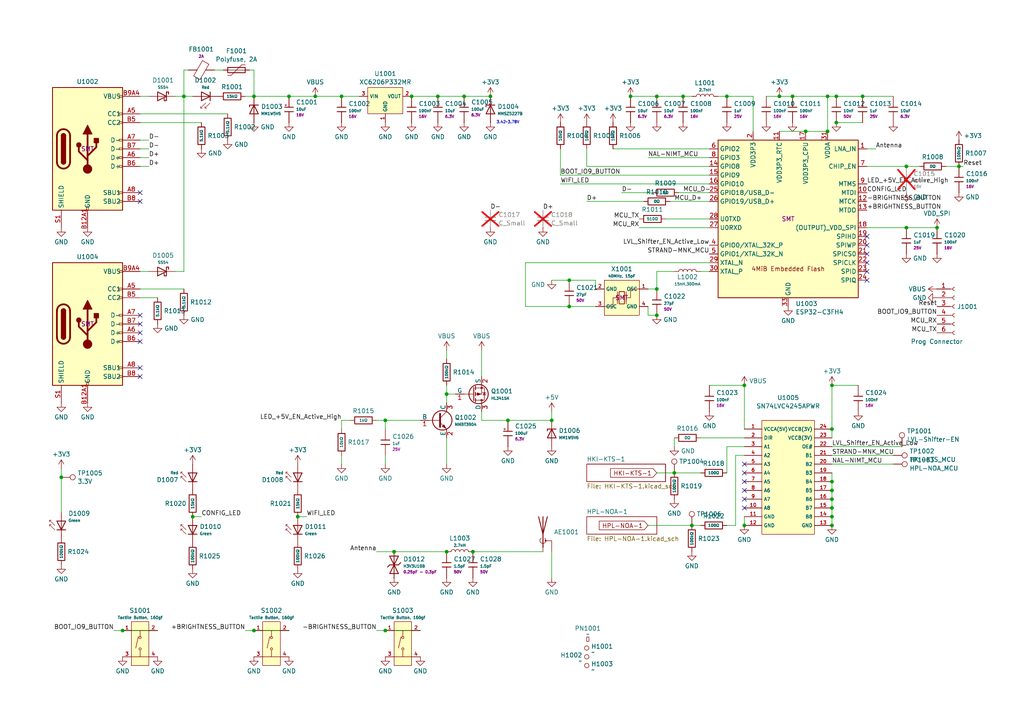
<source format=kicad_sch>
(kicad_sch (version 20250114) (generator "eeschema") (generator_version "9.0")
  (paper "A4")
  (title_block (title "Helsinki Region Live Train Map") (date "2025-06-28") (rev "1") (comment 1 "©Chris Dirks & Unto Ahti") (comment 2 "MIT License"))
  (lib_symbols
    (symbol "0402,0Ω_1" (pin_numbers (hide yes)) (pin_names (offset 0))
      (property "Reference" "R" (at 1.778 0 0))
      (property "Value" "0Ω" (at 0 0 90))
      (symbol "0402,0Ω_1_1_1"
        (pin passive line (at 0 3.81 270) (length 1.27) (name "~") (number "1"))
        (pin passive line (at 0 -3.81 90) (length 1.27) (name "~") (number "2"))
      )
    )
    (symbol "0402,100kΩ_1" (pin_numbers (hide yes)) (pin_names (offset 0))
      (property "Reference" "R" (at 1.778 0 0))
      (property "Value" "100kΩ" (at 0 0 90))
      (symbol "0402,100kΩ_1_1_1"
        (pin passive line (at 0 3.81 270) (length 1.27) (name "~") (number "1"))
        (pin passive line (at 0 -3.81 90) (length 1.27) (name "~") (number "2"))
      )
    )
    (symbol "0402,100kΩ_2" (pin_numbers (hide yes)) (pin_names (offset 0))
      (property "Reference" "R" (at 1.778 0 0))
      (property "Value" "100kΩ" (at 0 0 90))
      (symbol "0402,100kΩ_2_1_1"
        (pin passive line (at 0 3.81 270) (length 1.27) (name "~") (number "1"))
        (pin passive line (at 0 -3.81 90) (length 1.27) (name "~") (number "2"))
      )
    )
    (symbol "0402,100kΩ_3" (pin_numbers (hide yes)) (pin_names (offset 0))
      (property "Reference" "R" (at 1.778 0 0))
      (property "Value" "100kΩ" (at 0 0 90))
      (symbol "0402,100kΩ_3_1_1"
        (pin passive line (at 0 3.81 270) (length 1.27) (name "~") (number "1"))
        (pin passive line (at 0 -3.81 90) (length 1.27) (name "~") (number "2"))
      )
    )
    (symbol "0402,1uF_1" (pin_numbers (hide yes)) (pin_names (offset 0))
      (property "Reference" "C" (at 2.032 1.668 0))
      (property "Value" "1uF" (at 2.032 -0.3782 0))
      (property "Voltage Rated" "25V" (at 2.032 -2.0462 0))
      (symbol "0402,1uF_1_1_1"
        (pin passive line (at 0 3.81 270) (length 3.175) (name "~") (number "1"))
        (pin passive line (at 0 -3.81 90) (length 3.175) (name "~") (number "2"))
      )
    )
    (symbol "C_Small_1" (pin_numbers (hide yes)) (pin_names (offset 0.254) (hide yes))
      (property "Reference" "C" (at 0.254 1.778 0))
      (property "Value" "C_Small" (at 0.254 -2.032 0))
      (symbol "C_Small_1_1_1"
        (pin passive line (at 0 2.54 270) (length 2.032) (name "~") (number "1"))
        (pin passive line (at 0 -2.54 90) (length 2.032) (name "~") (number "2"))
      )
    )
    (symbol "Connector:Conn_01x06_Socket" (pin_names (offset 1.016) (hide yes))
      (property "Reference" "J" (at 0 7.62 0))
      (property "Value" "Conn_01x06_Socket" (at 0 -10.16 0))
      (symbol "Conn_01x06_Socket_1_1"
        (pin passive line (at -5.08 5.08 0) (length 3.81) (name "Pin_1") (number "1"))
        (pin passive line (at -5.08 2.54 0) (length 3.81) (name "Pin_2") (number "2"))
        (pin passive line (at -5.08 0 0) (length 3.81) (name "Pin_3") (number "3"))
        (pin passive line (at -5.08 -2.54 0) (length 3.81) (name "Pin_4") (number "4"))
        (pin passive line (at -5.08 -5.08 0) (length 3.81) (name "Pin_5") (number "5"))
        (pin passive line (at -5.08 -7.62 0) (length 3.81) (name "Pin_6") (number "6"))
      )
    )
    (symbol "Connector:TestPoint" (pin_numbers (hide yes)) (pin_names (offset 0.762) (hide yes))
      (property "Reference" "TP" (at 0 6.858 0))
      (property "Value" "TestPoint" (at 0 5.08 0))
      (symbol "TestPoint_1_1"
        (pin passive line (at 0 0 90) (length 2.54) (name "1") (number "1"))
      )
    )
    (symbol "Device:Antenna_Shield" (pin_numbers (hide yes)) (pin_names (offset 1.016) (hide yes))
      (property "Reference" "AE" (at -1.905 4.445 0))
      (property "Value" "Antenna_Shield" (at -1.905 2.54 0))
      (symbol "Antenna_Shield_1_1"
        (pin input line (at 0 -5.08 90) (length 2.54) (name "A") (number "1"))
        (pin input line (at 2.54 -5.08 90) (length 2.54) (name "Shield") (number "2"))
      )
    )
    (symbol "Device:C_Small" (pin_numbers (hide yes)) (pin_names (offset 0.254) (hide yes))
      (property "Reference" "C" (at 0.254 1.778 0))
      (property "Value" "C_Small" (at 0.254 -2.032 0))
      (symbol "C_Small_1_1"
        (pin passive line (at 0 2.54 270) (length 2.032) (name "~") (number "1"))
        (pin passive line (at 0 -2.54 90) (length 2.032) (name "~") (number "2"))
      )
    )
    (symbol "Device:Polyfuse" (pin_numbers (hide yes)) (pin_names (offset 0))
      (property "Reference" "F" (at -2.54 0 90))
      (property "Value" "Polyfuse" (at 2.54 0 90))
      (symbol "Polyfuse_1_1"
        (pin passive line (at 0 3.81 270) (length 1.27) (name "~") (number "1"))
        (pin passive line (at 0 -3.81 90) (length 1.27) (name "~") (number "2"))
      )
    )
    (symbol "PCM_JLCPCB-Capacitors:0402,1.5pF" (pin_numbers (hide yes)) (pin_names (offset 0))
      (property "Reference" "C" (at 2.032 1.668 0))
      (property "Value" "1.5pF" (at 2.032 -0.3782 0))
      (property "Voltage Rated" "50V" (at 2.032 -2.0462 0))
      (symbol "0402,1.5pF_1_1"
        (pin passive line (at 0 3.81 270) (length 3.175) (name "~") (number "1"))
        (pin passive line (at 0 -3.81 90) (length 3.175) (name "~") (number "2"))
      )
    )
    (symbol "PCM_JLCPCB-Capacitors:0402,100nF" (pin_numbers (hide yes)) (pin_names (offset 0))
      (property "Reference" "C" (at 2.032 1.668 0))
      (property "Value" "100nF" (at 2.032 -0.3782 0))
      (property "Voltage Rated" "16V" (at 2.032 -2.0462 0))
      (symbol "0402,100nF_1_1"
        (pin passive line (at 0 3.81 270) (length 3.175) (name "~") (number "1"))
        (pin passive line (at 0 -3.81 90) (length 3.175) (name "~") (number "2"))
      )
    )
    (symbol "PCM_JLCPCB-Capacitors:0402,10nF" (pin_numbers (hide yes)) (pin_names (offset 0))
      (property "Reference" "C" (at 2.032 1.668 0))
      (property "Value" "10nF" (at 2.032 -0.3782 0))
      (property "Voltage Rated" "50V" (at 2.032 -2.0462 0))
      (symbol "0402,10nF_1_1"
        (pin passive line (at 0 3.81 270) (length 3.175) (name "~") (number "1"))
        (pin passive line (at 0 -3.81 90) (length 3.175) (name "~") (number "2"))
      )
    )
    (symbol "PCM_JLCPCB-Capacitors:0402,10uF" (pin_numbers (hide yes)) (pin_names (offset 0))
      (property "Reference" "C" (at 2.032 1.668 0))
      (property "Value" "10uF" (at 2.032 -0.3782 0))
      (property "Voltage Rated" "6.3V" (at 2.032 -2.0462 0))
      (symbol "0402,10uF_1_1"
        (pin passive line (at 0 3.81 270) (length 3.175) (name "~") (number "1"))
        (pin passive line (at 0 -3.81 90) (length 3.175) (name "~") (number "2"))
      )
    )
    (symbol "PCM_JLCPCB-Capacitors:0402,1uF" (pin_numbers (hide yes)) (pin_names (offset 0))
      (property "Reference" "C" (at 2.032 1.668 0))
      (property "Value" "1uF" (at 2.032 -0.3782 0))
      (property "Voltage Rated" "25V" (at 2.032 -2.0462 0))
      (symbol "0402,1uF_1_1"
        (pin passive line (at 0 3.81 270) (length 3.175) (name "~") (number "1"))
        (pin passive line (at 0 -3.81 90) (length 3.175) (name "~") (number "2"))
      )
    )
    (symbol "PCM_JLCPCB-Capacitors:0402,27pF" (pin_numbers (hide yes)) (pin_names (offset 0))
      (property "Reference" "C" (at 2.032 1.668 0))
      (property "Value" "27pF" (at 2.032 -0.3782 0))
      (property "Voltage Rated" "50V" (at 2.032 -2.0462 0))
      (symbol "0402,27pF_1_1"
        (pin passive line (at 0 3.81 270) (length 3.175) (name "~") (number "1"))
        (pin passive line (at 0 -3.81 90) (length 3.175) (name "~") (number "2"))
      )
    )
    (symbol "PCM_JLCPCB-Capacitors:CASE-A-3216-18(mm),10uF" (pin_numbers (hide yes)) (pin_names (offset 0))
      (property "Reference" "C" (at 2.032 1.668 0))
      (property "Value" "10uF" (at 2.032 -0.3782 0))
      (property "Rated Voltage" "16V" (at 2.032 -2.0462 0))
      (symbol "CASE-A-3216-18(mm),10uF_1_1"
        (pin passive line (at 0 3.81 270) (length 3.175) (name "~") (number "1"))
        (pin passive line (at 0 -3.81 90) (length 3.175) (name "~") (number "2"))
      )
    )
    (symbol "PCM_JLCPCB-Capacitors:CASE-B-3528-21(mm),100uF" (pin_numbers (hide yes)) (pin_names (offset 0))
      (property "Reference" "C" (at 2.032 1.668 0))
      (property "Value" "100uF" (at 2.032 -0.3782 0))
      (property "Rated Voltage" "6.3V" (at 2.032 -2.0462 0))
      (symbol "CASE-B-3528-21(mm),100uF_1_1"
        (pin passive line (at 0 3.81 270) (length 3.175) (name "~") (number "1"))
        (pin passive line (at 0 -3.81 90) (length 3.175) (name "~") (number "2"))
      )
    )
    (symbol "PCM_JLCPCB-Connectors_Buttons:Tactile Button, 160gf" (pin_names (hide yes))
      (property "Reference" "S" (at 0 1.27 0))
      (property "Value" "Tactile Button, 160gf" (at 0 -8.89 0))
      (symbol "Tactile Button, 160gf_0_1"
        (pin unspecified line (at -5.08 2.54 0) (length 2.54) (name "A") (number "1"))
        (pin unspecified line (at -5.08 -5.08 0) (length 2.54) (name "C") (number "3"))
        (pin unspecified line (at 5.08 2.54 180) (length 2.54) (name "B") (number "2"))
        (pin unspecified line (at 5.08 -5.08 180) (length 2.54) (name "D") (number "4"))
      )
    )
    (symbol "PCM_JLCPCB-Diodes:LED,0805,Green" (pin_numbers (hide yes)) (pin_names (offset 0))
      (property "Reference" "D" (at 2.032 0.834 0))
      (property "Value" "Green" (at 2.032 -1.2122 0))
      (symbol "LED,0805,Green_1_1"
        (pin passive line (at 0 3.81 270) (length 3.81) (name "~") (number "2"))
        (pin passive line (at 0 -3.81 90) (length 3.81) (name "~") (number "1"))
      )
    )
    (symbol "PCM_JLCPCB-Diodes:LED,0805,Red" (pin_numbers (hide yes)) (pin_names (offset 0))
      (property "Reference" "D" (at 2.032 0.834 0))
      (property "Value" "Red" (at 2.032 -1.2122 0))
      (symbol "LED,0805,Red_1_1"
        (pin passive line (at 0 3.81 270) (length 3.81) (name "~") (number "2"))
        (pin passive line (at 0 -3.81 90) (length 3.81) (name "~") (number "1"))
      )
    )
    (symbol "PCM_JLCPCB-Diodes:Schottky,SS54" (pin_numbers (hide yes)) (pin_names (offset 0))
      (property "Reference" "D" (at 2.032 0.834 0))
      (property "Value" "SS54" (at 2.032 -1.2122 0))
      (symbol "Schottky,SS54_1_1"
        (pin passive line (at 0 3.81 270) (length 3.81) (name "~") (number "2"))
        (pin passive line (at 0 -3.81 90) (length 3.81) (name "~") (number "1"))
      )
    )
    (symbol "PCM_JLCPCB-Diodes:TVS-Bi,H3V3U10B" (pin_numbers (hide yes)) (pin_names (offset 0))
      (property "Reference" "D" (at 2.032 0.834 0))
      (property "Value" "H3V3U10B" (at 2.032 -1.2122 0))
      (symbol "TVS-Bi,H3V3U10B_1_1"
        (pin passive line (at 0 3.81 270) (length 3.81) (name "~") (number "2"))
        (pin passive line (at 0 -3.81 90) (length 3.81) (name "~") (number "1"))
      )
    )
    (symbol "PCM_JLCPCB-Diodes:Zener,MM1W5V6" (pin_numbers (hide yes)) (pin_names (offset 0))
      (property "Reference" "D" (at 2.032 0.834 0))
      (property "Value" "MM1W5V6" (at 2.032 -1.2122 0))
      (symbol "Zener,MM1W5V6_1_1"
        (pin passive line (at 0 3.81 270) (length 3.81) (name "~") (number "2"))
        (pin passive line (at 0 -3.81 90) (length 3.81) (name "~") (number "1"))
      )
    )
    (symbol "PCM_JLCPCB-Diodes:Zener,MMSZ5227B" (pin_numbers (hide yes)) (pin_names (offset 0))
      (property "Reference" "D" (at 2.032 0.834 0))
      (property "Value" "MMSZ5227B" (at 2.032 -1.2122 0))
      (symbol "Zener,MMSZ5227B_1_1"
        (pin passive line (at 0 3.81 270) (length 3.81) (name "~") (number "2"))
        (pin passive line (at 0 -3.81 90) (length 3.81) (name "~") (number "1"))
      )
    )
    (symbol "PCM_JLCPCB-Extended:Connector, USB-TYPE-C-16P"
      (property "Reference" "J" (at 2.54 2.54 0))
      (symbol "Connector, USB-TYPE-C-16P_1_1"
        (pin passive line (at -7.62 -22.86 90) (length 5.08) (name "SHIELD") (number "S1"))
        (pin passive line (at 0 -22.86 90) (length 5.08) (hide yes) (name "GND") (number "A12B1"))
        (pin passive line (at 0 -22.86 90) (length 5.08) (name "GND") (number "B12A1"))
        (pin passive line (at 15.24 15.24 180) (length 5.08) (hide yes) (name "VBUS") (number "A9B4"))
        (pin passive line (at 15.24 15.24 180) (length 5.08) (name "VBUS") (number "B9A4"))
        (pin bidirectional line (at 15.24 10.16 180) (length 5.08) (name "CC1") (number "A5"))
        (pin bidirectional line (at 15.24 7.62 180) (length 5.08) (name "CC2") (number "B5"))
        (pin bidirectional line (at 15.24 2.54 180) (length 5.08) (name "D-") (number "A7"))
        (pin bidirectional line (at 15.24 0 180) (length 5.08) (name "D-") (number "B7"))
        (pin bidirectional line (at 15.24 -2.54 180) (length 5.08) (name "D+") (number "A6"))
        (pin bidirectional line (at 15.24 -5.08 180) (length 5.08) (name "D+") (number "B6"))
        (pin bidirectional line (at 15.24 -12.7 180) (length 5.08) (name "SBU1") (number "A8"))
        (pin bidirectional line (at 15.24 -15.24 180) (length 5.08) (name "SBU2") (number "B8"))
      )
    )
    (symbol "PCM_JLCPCB-Extended:Crystal, 40MHz, 15pF"
      (property "Reference" "X" (at 0 8.128 0))
      (property "Value" "40MHz, 15pF" (at -0.254 6.35 0))
      (symbol "Crystal, 40MHz, 15pF_0_1"
        (pin unspecified line (at -7.62 2.54 0) (length 2.54) (name "GND") (number "4"))
        (pin unspecified line (at 7.62 -2.54 180) (length 2.54) (name "GND") (number "2"))
      )
      (symbol "Crystal, 40MHz, 15pF_1_1"
        (pin unspecified line (at -7.62 -2.54 0) (length 2.54) (name "OSC") (number "1"))
        (pin unspecified line (at 7.62 2.54 180) (length 2.54) (name "OSC") (number "3"))
      )
    )
    (symbol "PCM_JLCPCB-Extended:MCU, ESP32-C3FH4"
      (property "Reference" "U" (at -17.272 23.876 0))
      (property "Value" "ESP32-C3FH4" (at 16.256 23.876 0))
      (symbol "MCU, ESP32-C3FH4_1_1"
        (text "4MiB Embedded Flash" (at 0 -14.478 0) (effects (font (size 1.27 1.27))))
        (pin bidirectional line (at -22.86 20.32 0) (length 2.54) (name "GPIO2") (number "6"))
        (pin bidirectional line (at -22.86 17.78 0) (length 2.54) (name "GPIO3") (number "8"))
        (pin bidirectional line (at -22.86 15.24 0) (length 2.54) (name "GPIO8") (number "14"))
        (pin bidirectional line (at -22.86 12.7 0) (length 2.54) (name "GPIO9") (number "15"))
        (pin bidirectional line (at -22.86 10.16 0) (length 2.54) (name "GPIO10") (number "16"))
        (pin bidirectional line (at -22.86 7.62 0) (length 2.54) (name "GPIO18/USB_D-") (number "25"))
        (pin bidirectional line (at -22.86 5.08 0) (length 2.54) (name "GPIO19/USB_D+") (number "26"))
        (pin bidirectional line (at -22.86 0 0) (length 2.54) (name "U0TXD") (number "28"))
        (pin bidirectional line (at -22.86 -2.54 0) (length 2.54) (name "U0RXD") (number "27"))
        (pin bidirectional line (at -22.86 -7.62 0) (length 2.54) (name "GPIO0/XTAL_32K_P") (number "4"))
        (pin bidirectional line (at -22.86 -10.16 0) (length 2.54) (name "GPIO1/XTAL_32K_N") (number "5"))
        (pin bidirectional line (at -22.86 -12.7 0) (length 2.54) (name "XTAL_N") (number "29"))
        (pin bidirectional line (at -22.86 -15.24 0) (length 2.54) (name "XTAL_P") (number "30"))
        (pin power_in line (at -10.16 25.4 270) (length 2.54) (name "VDD3P3") (number "2"))
        (pin passive line (at -10.16 25.4 270) (length 2.54) (hide yes) (name "VDD3P3") (number "3"))
        (pin power_in line (at -2.54 25.4 270) (length 2.54) (name "VDD3P3_RTC") (number "11"))
        (pin power_in line (at 0 -25.4 90) (length 2.54) (name "GND") (number "33"))
        (pin power_in line (at 5.08 25.4 270) (length 2.54) (name "VDD3P3_CPU") (number "17"))
        (pin power_in line (at 11.43 25.4 270) (length 2.54) (name "VDDA") (number "31"))
        (pin passive line (at 11.43 25.4 270) (length 2.54) (hide yes) (name "VDDA") (number "32"))
        (pin bidirectional line (at 22.86 20.32 180) (length 2.54) (name "LNA_IN") (number "1"))
        (pin bidirectional line (at 22.86 15.24 180) (length 2.54) (name "CHIP_EN") (number "7"))
        (pin bidirectional line (at 22.86 10.16 180) (length 2.54) (name "MTMS") (number "9"))
        (pin bidirectional line (at 22.86 7.62 180) (length 2.54) (name "MTDI") (number "10"))
        (pin bidirectional line (at 22.86 5.08 180) (length 2.54) (name "MTCK") (number "12"))
        (pin bidirectional line (at 22.86 2.54 180) (length 2.54) (name "MTDO") (number "13"))
        (pin power_out line (at 22.86 -2.54 180) (length 2.54) (name "(OUTPUT)_VDD_SPI") (number "18"))
        (pin bidirectional line (at 22.86 -5.08 180) (length 2.54) (name "SPIHD") (number "19"))
        (pin bidirectional line (at 22.86 -7.62 180) (length 2.54) (name "SPIWP") (number "20"))
        (pin bidirectional line (at 22.86 -10.16 180) (length 2.54) (name "SPICS0") (number "21"))
        (pin bidirectional line (at 22.86 -12.7 180) (length 2.54) (name "SPICLK") (number "22"))
        (pin bidirectional line (at 22.86 -15.24 180) (length 2.54) (name "SPID") (number "23"))
        (pin bidirectional line (at 22.86 -17.78 180) (length 2.54) (name "SPIQ") (number "24"))
      )
    )
    (symbol "PCM_JLCPCB-ICs:Level Shifter, 8 Channel, TSN74LVC4245APWR"
      (property "Reference" "U" (at 0 1.27 0))
      (property "Value" "SN74LVC4245APWR" (at 0 19.304 0))
      (symbol "Level Shifter, 8 Channel, TSN74LVC4245APWR_0_1"
        (pin unspecified line (at -12.7 12.7 0) (length 5.08) (name "DIR") (number "2"))
        (pin unspecified line (at -12.7 10.16 0) (length 5.08) (name "A1") (number "3"))
        (pin unspecified line (at -12.7 7.62 0) (length 5.08) (name "A2") (number "4"))
        (pin unspecified line (at -12.7 5.08 0) (length 5.08) (name "A3") (number "5"))
        (pin unspecified line (at -12.7 2.54 0) (length 5.08) (name "A4") (number "6"))
        (pin unspecified line (at -12.7 0 0) (length 5.08) (name "A5") (number "7"))
        (pin unspecified line (at -12.7 -2.54 0) (length 5.08) (name "A6") (number "8"))
        (pin unspecified line (at -12.7 -5.08 0) (length 5.08) (name "A7") (number "9"))
        (pin unspecified line (at -12.7 -7.62 0) (length 5.08) (name "A8") (number "10"))
        (pin unspecified line (at -12.7 -10.16 0) (length 5.08) (name "GND") (number "11"))
        (pin unspecified line (at -12.7 -12.7 0) (length 5.08) (name "GND") (number "12"))
        (pin unspecified line (at 12.7 10.16 180) (length 5.08) (name "OE#") (number "22"))
        (pin unspecified line (at 12.7 7.62 180) (length 5.08) (name "B1") (number "21"))
        (pin unspecified line (at 12.7 5.08 180) (length 5.08) (name "B2") (number "20"))
        (pin unspecified line (at 12.7 2.54 180) (length 5.08) (name "B3") (number "19"))
        (pin unspecified line (at 12.7 0 180) (length 5.08) (name "B4") (number "18"))
        (pin unspecified line (at 12.7 -2.54 180) (length 5.08) (name "B5") (number "17"))
        (pin unspecified line (at 12.7 -5.08 180) (length 5.08) (name "B6") (number "16"))
        (pin unspecified line (at 12.7 -7.62 180) (length 5.08) (name "B7") (number "15"))
        (pin unspecified line (at 12.7 -10.16 180) (length 5.08) (name "B8") (number "14"))
        (pin unspecified line (at 12.7 -12.7 180) (length 5.08) (name "GND") (number "13"))
      )
      (symbol "Level Shifter, 8 Channel, TSN74LVC4245APWR_1_1"
        (pin unspecified line (at -12.7 15.24 0) (length 5.08) (name "VCCA(5V)") (number "1"))
        (pin unspecified line (at 12.7 15.24 180) (length 5.08) (name "VCCB(3V)") (number "24"))
        (pin unspecified line (at 12.7 12.7 180) (length 5.08) (name "VCCB(3V)") (number "23"))
      )
    )
    (symbol "PCM_JLCPCB-Inductors:15nH,300mA" (pin_numbers (hide yes)) (pin_names (offset 0))
      (property "Reference" "L" (at 1.2673 0.834 0))
      (property "Value" "15nH,300mA" (at 1.2673 -1.2122 0))
      (symbol "15nH,300mA_1_1"
        (pin passive line (at 0 3.81 270) (length 1.27) (name "~") (number "1"))
        (pin passive line (at 0 -3.81 90) (length 1.27) (name "~") (number "2"))
      )
    )
    (symbol "PCM_JLCPCB-Inductors:3.9nH,300mA" (pin_numbers (hide yes)) (pin_names (offset 0))
      (property "Reference" "L" (at 1.2673 0.834 0))
      (property "Value" "3.9nH,300mA" (at 1.2673 -1.2122 0))
      (symbol "3.9nH,300mA_1_1"
        (pin passive line (at 0 3.81 270) (length 1.27) (name "~") (number "1"))
        (pin passive line (at 0 -3.81 90) (length 1.27) (name "~") (number "2"))
      )
    )
    (symbol "PCM_JLCPCB-Inductors:Ferrite,0603,(2)" (pin_numbers (hide yes)) (pin_names (offset 0))
      (property "Reference" "FB" (at 3.4036 1.2508 0))
      (property "Current Rating" "2A" (at 3.4036 -1.5274 0))
      (symbol "Ferrite,0603,(2)_1_1"
        (pin passive line (at 0 3.81 270) (length 2.54) (name "~") (number "1"))
        (pin passive line (at 0 -3.81 90) (length 2.54) (name "~") (number "2"))
      )
    )
    (symbol "PCM_JLCPCB-Manufacturing:Part Number, PCM_JLCPCB, 0.8x0.15mm"
      (property "Reference" "PN" (at 2.286 0 0))
    )
    (symbol "PCM_JLCPCB-Manufacturing:Tooling Hole, PCM_JLCPCB, 1.152mm"
      (property "Reference" "H" (at 1.778 0 0))
    )
    (symbol "PCM_JLCPCB-Power:LDO, 3.3V, 0.2A"
      (property "Reference" "U" (at 0 8.89 0))
      (property "Value" "XC6206P332MR" (at 0 6.35 0))
      (symbol "LDO, 3.3V, 0.2A_1_1"
        (pin unspecified line (at -7.62 2.54 0) (length 2.56) (name "VIN") (number "3"))
        (pin unspecified line (at 0 -5.08 90) (length 2.56) (name "GND") (number "1"))
        (pin unspecified line (at 7.62 2.54 180) (length 2.56) (name "VOUT") (number "2"))
      )
    )
    (symbol "PCM_JLCPCB-Resistors:0402,0Ω" (pin_numbers (hide yes)) (pin_names (offset 0))
      (property "Reference" "R" (at 1.778 0 0))
      (property "Value" "0Ω" (at 0 0 90))
      (symbol "0402,0Ω_1_1"
        (pin passive line (at 0 3.81 270) (length 1.27) (name "~") (number "1"))
        (pin passive line (at 0 -3.81 90) (length 1.27) (name "~") (number "2"))
      )
    )
    (symbol "PCM_JLCPCB-Resistors:0402,100kΩ" (pin_numbers (hide yes)) (pin_names (offset 0))
      (property "Reference" "R" (at 1.778 0 0))
      (property "Value" "100kΩ" (at 0 0 90))
      (symbol "0402,100kΩ_1_1"
        (pin passive line (at 0 3.81 270) (length 1.27) (name "~") (number "1"))
        (pin passive line (at 0 -3.81 90) (length 1.27) (name "~") (number "2"))
      )
    )
    (symbol "PCM_JLCPCB-Resistors:0402,100Ω" (pin_numbers (hide yes)) (pin_names (offset 0))
      (property "Reference" "R" (at 1.778 0 0))
      (property "Value" "100Ω" (at 0 0 90))
      (symbol "0402,100Ω_1_1"
        (pin passive line (at 0 3.81 270) (length 1.27) (name "~") (number "1"))
        (pin passive line (at 0 -3.81 90) (length 1.27) (name "~") (number "2"))
      )
    )
    (symbol "PCM_JLCPCB-Resistors:0402,10kΩ" (pin_numbers (hide yes)) (pin_names (offset 0))
      (property "Reference" "R" (at 1.778 0 0))
      (property "Value" "10kΩ" (at 0 0 90))
      (symbol "0402,10kΩ_1_1"
        (pin passive line (at 0 3.81 270) (length 1.27) (name "~") (number "1"))
        (pin passive line (at 0 -3.81 90) (length 1.27) (name "~") (number "2"))
      )
    )
    (symbol "PCM_JLCPCB-Resistors:0402,15kΩ" (pin_numbers (hide yes)) (pin_names (offset 0))
      (property "Reference" "R" (at 1.778 0 0))
      (property "Value" "15kΩ" (at 0 0 90))
      (symbol "0402,15kΩ_1_1"
        (pin passive line (at 0 3.81 270) (length 1.27) (name "~") (number "1"))
        (pin passive line (at 0 -3.81 90) (length 1.27) (name "~") (number "2"))
      )
    )
    (symbol "PCM_JLCPCB-Resistors:0402,1kΩ" (pin_numbers (hide yes)) (pin_names (offset 0))
      (property "Reference" "R" (at 1.778 0 0))
      (property "Value" "1kΩ" (at 0 0 90))
      (symbol "0402,1kΩ_1_1"
        (pin passive line (at 0 3.81 270) (length 1.27) (name "~") (number "1"))
        (pin passive line (at 0 -3.81 90) (length 1.27) (name "~") (number "2"))
      )
    )
    (symbol "PCM_JLCPCB-Resistors:0402,5.1kΩ" (pin_numbers (hide yes)) (pin_names (offset 0))
      (property "Reference" "R" (at 1.778 0 0))
      (property "Value" "5.1kΩ" (at 0 0 90))
      (symbol "0402,5.1kΩ_1_1"
        (pin passive line (at 0 3.81 270) (length 1.27) (name "~") (number "1"))
        (pin passive line (at 0 -3.81 90) (length 1.27) (name "~") (number "2"))
      )
    )
    (symbol "PCM_JLCPCB-Resistors:0402,510Ω" (pin_numbers (hide yes)) (pin_names (offset 0))
      (property "Reference" "R" (at 1.778 0 0))
      (property "Value" "510Ω" (at 0 0 90))
      (symbol "0402,510Ω_1_1"
        (pin passive line (at 0 3.81 270) (length 1.27) (name "~") (number "1"))
        (pin passive line (at 0 -3.81 90) (length 1.27) (name "~") (number "2"))
      )
    )
    (symbol "PCM_JLCPCB-Transistors:NPN,MMBT3904" (pin_names (offset 0))
      (property "Reference" "Q" (at 4.8514 0.834 0))
      (property "Value" "MMBT3904" (at 4.8514 -1.2122 0))
      (symbol "NPN,MMBT3904_1_1"
        (pin input line (at -5.08 0 0) (length 2.54) (name "B") (number "1"))
        (pin open_collector line (at 2.54 5.08 270) (length 2.54) (name "C") (number "3"))
        (pin open_emitter line (at 2.54 -5.08 90) (length 2.54) (name "E") (number "2"))
      )
    )
    (symbol "PCM_JLCPCB-Transistors:PMOS,HL3415A" (pin_names (offset 0))
      (property "Reference" "Q" (at 4.8514 0.834 0))
      (property "Value" "HL3415A" (at 4.8514 -1.2122 0))
      (symbol "PMOS,HL3415A_1_1"
        (pin input line (at -5.08 0 0) (length 2.54) (name "G") (number "1"))
        (pin passive line (at 2.54 5.08 270) (length 2.54) (name "D") (number "3"))
        (pin passive line (at 2.54 -5.08 90) (length 2.54) (name "S") (number "2"))
      )
    )
    (symbol "power:+3V3" (power) (pin_numbers (hide yes)) (pin_names (offset 0) (hide yes))
      (property "Value" "+3V3" (at 0 3.556 0))
      (symbol "+3V3_1_1"
        (pin power_in line (at 0 0 90) (length 0) (name "~") (number "1"))
      )
    )
    (symbol "power:+5V" (power) (pin_numbers (hide yes)) (pin_names (offset 0) (hide yes))
      (property "Value" "+5V" (at 0 3.556 0))
      (symbol "+5V_1_1"
        (pin power_in line (at 0 0 90) (length 0) (name "~") (number "1"))
      )
    )
    (symbol "power:GND" (power) (pin_numbers (hide yes)) (pin_names (offset 0) (hide yes))
      (property "Value" "GND" (at 0 -3.81 0))
      (symbol "GND_1_1"
        (pin power_in line (at 0 0 270) (length 0) (name "~") (number "1"))
      )
    )
    (symbol "power:VBUS" (power) (pin_numbers (hide yes)) (pin_names (offset 0) (hide yes))
      (property "Value" "VBUS" (at 0 3.556 0))
      (symbol "VBUS_1_1"
        (pin power_in line (at 0 0 90) (length 0) (name "~") (number "1"))
      )
    )
    (symbol "power:VDD" (power) (pin_numbers (hide yes)) (pin_names (offset 0) (hide yes))
      (property "Value" "VDD" (at 0 3.556 0))
      (symbol "VDD_1_1"
        (pin power_in line (at 0 0 90) (length 0) (name "~") (number "1"))
      )
    )
  )
  (text "3.42~3.78V" (at 147.32 35.56 0) (effects (font (size 0.8 0.8))))
  (junction (at 91.44 27.94))
  (junction (at 241.3 144.78))
  (junction (at 242.57 35.56))
  (junction (at 271.78 66.04))
  (junction (at 111.76 121.92))
  (junction (at 99.06 27.94))
  (junction (at 119.38 27.94))
  (junction (at 198.12 27.94))
  (junction (at 241.3 149.86))
  (junction (at 241.3 152.4))
  (junction (at 165.1 81.28))
  (junction (at 241.3 142.24))
  (junction (at 240.03 27.94))
  (junction (at 142.24 27.94))
  (junction (at 160.02 121.92))
  (junction (at 35.56 182.88))
  (junction (at 73.66 182.88))
  (junction (at 195.58 137.16))
  (junction (at 226.06 27.94))
  (junction (at 233.68 38.1))
  (junction (at 250.19 27.94))
  (junction (at 241.3 139.7))
  (junction (at 241.3 124.46))
  (junction (at 129.54 160.02))
  (junction (at 111.76 182.88))
  (junction (at 190.5 83.82))
  (junction (at 127 27.94))
  (junction (at 190.5 27.94))
  (junction (at 114.3 160.02))
  (junction (at 229.87 27.94))
  (junction (at 241.3 111.76))
  (junction (at 241.3 147.32))
  (junction (at 190.5 91.44))
  (junction (at 53.34 27.94))
  (junction (at 86.36 149.86))
  (junction (at 278.13 48.26))
  (junction (at 200.66 152.4))
  (junction (at 83.82 27.94))
  (junction (at 147.32 121.92))
  (junction (at 55.88 149.86))
  (junction (at 73.66 27.94))
  (junction (at 210.82 27.94))
  (junction (at 262.89 48.26))
  (junction (at 215.9 152.4))
  (junction (at 129.54 114.3))
  (junction (at 137.16 160.02))
  (junction (at 242.57 27.94))
  (junction (at 182.88 27.94))
  (junction (at 262.89 66.04))
  (junction (at 240.03 38.1))
  (junction (at 215.9 111.76))
  (junction (at 134.62 27.94))
  (junction (at 165.1 88.9))
  (junction (at 17.78 138.43))
  (no_connect (at 251.46 68.58))
  (no_connect (at 40.64 109.22))
  (no_connect (at 251.46 73.66))
  (no_connect (at 251.46 78.74))
  (no_connect (at 215.9 142.24))
  (no_connect (at 215.9 134.62))
  (no_connect (at 251.46 76.2))
  (no_connect (at 215.9 139.7))
  (no_connect (at 40.64 93.98))
  (no_connect (at 40.64 58.42))
  (no_connect (at 215.9 147.32))
  (no_connect (at 40.64 96.52))
  (no_connect (at 251.46 81.28))
  (no_connect (at 215.9 137.16))
  (no_connect (at 40.64 106.68))
  (no_connect (at 40.64 91.44))
  (no_connect (at 251.46 71.12))
  (no_connect (at 215.9 144.78))
  (no_connect (at 40.64 99.06))
  (no_connect (at 40.64 55.88))
  (wire (pts (xy 274.32 48.26) (xy 278.13 48.26)))
  (wire (pts (xy 187.96 152.4) (xy 200.66 152.4)))
  (wire (pts (xy 251.46 66.04) (xy 262.89 66.04)))
  (wire (pts (xy 43.18 48.26) (xy 40.64 48.26)))
  (wire (pts (xy 33.02 182.88) (xy 35.56 182.88)))
  (wire (pts (xy 190.5 27.94) (xy 198.12 27.94)))
  (wire (pts (xy 241.3 111.76) (xy 241.3 124.46)))
  (wire (pts (xy 241.3 124.46) (xy 241.3 127)))
  (wire (pts (xy 99.06 121.92) (xy 99.06 124.46)))
  (wire (pts (xy 139.7 121.92) (xy 147.32 121.92)))
  (wire (pts (xy 129.54 114.3) (xy 129.54 116.84)))
  (wire (pts (xy 226.06 27.94) (xy 229.87 27.94)))
  (wire (pts (xy 137.16 160.02) (xy 157.48 160.02)))
  (wire (pts (xy 213.36 152.4) (xy 213.36 132.08)))
  (wire (pts (xy 111.76 121.92) (xy 111.76 124.46)))
  (wire (pts (xy 266.7 48.26) (xy 262.89 48.26)))
  (wire (pts (xy 177.8 43.18) (xy 205.74 43.18)))
  (wire (pts (xy 279.4 48.26) (xy 278.13 48.26)))
  (wire (pts (xy 50.8 27.94) (xy 53.34 27.94)))
  (wire (pts (xy 111.76 121.92) (xy 121.92 121.92)))
  (wire (pts (xy 241.3 132.08) (xy 259.08 132.08)))
  (wire (pts (xy 210.82 129.54) (xy 215.9 129.54)))
  (wire (pts (xy 132.08 114.3) (xy 129.54 114.3)))
  (wire (pts (xy 73.66 20.32) (xy 73.66 27.94)))
  (wire (pts (xy 134.62 27.94) (xy 142.24 27.94)))
  (wire (pts (xy 242.57 35.56) (xy 250.19 35.56)))
  (wire (pts (xy 198.12 27.94) (xy 200.66 27.94)))
  (wire (pts (xy 40.64 35.56) (xy 58.42 35.56)))
  (wire (pts (xy 210.82 27.94) (xy 218.44 27.94)))
  (wire (pts (xy 53.34 78.74) (xy 50.8 78.74)))
  (wire (pts (xy 160.02 81.28) (xy 165.1 81.28)))
  (wire (pts (xy 240.03 27.94) (xy 240.03 38.1)))
  (wire (pts (xy 127 27.94) (xy 134.62 27.94)))
  (wire (pts (xy 241.3 129.54) (xy 261.62 129.54)))
  (wire (pts (xy 114.3 160.02) (xy 129.54 160.02)))
  (wire (pts (xy 62.23 20.32) (xy 64.77 20.32)))
  (wire (pts (xy 55.88 149.86) (xy 58.42 149.86)))
  (wire (pts (xy 195.58 129.54) (xy 195.58 127)))
  (wire (pts (xy 43.18 43.18) (xy 40.64 43.18)))
  (wire (pts (xy 240.03 27.94) (xy 242.57 27.94)))
  (wire (pts (xy 215.9 111.76) (xy 215.9 124.46)))
  (wire (pts (xy 241.3 139.7) (xy 241.3 142.24)))
  (wire (pts (xy 242.57 27.94) (xy 250.19 27.94)))
  (wire (pts (xy 73.66 20.32) (xy 72.39 20.32)))
  (wire (pts (xy 53.34 20.32) (xy 54.61 20.32)))
  (wire (pts (xy 254 43.18) (xy 251.46 43.18)))
  (wire (pts (xy 71.12 182.88) (xy 73.66 182.88)))
  (wire (pts (xy 111.76 132.08) (xy 111.76 134.62)))
  (wire (pts (xy 101.6 121.92) (xy 99.06 121.92)))
  (wire (pts (xy 162.56 43.18) (xy 162.56 50.8)))
  (wire (pts (xy 190.5 78.74) (xy 195.58 78.74)))
  (wire (pts (xy 152.4 76.2) (xy 205.74 76.2)))
  (wire (pts (xy 170.18 58.42) (xy 186.69 58.42)))
  (wire (pts (xy 83.82 27.94) (xy 91.44 27.94)))
  (wire (pts (xy 119.38 27.94) (xy 127 27.94)))
  (wire (pts (xy 40.64 27.94) (xy 43.18 27.94)))
  (wire (pts (xy 195.58 137.16) (xy 203.2 137.16)))
  (wire (pts (xy 218.44 27.94) (xy 218.44 38.1)))
  (wire (pts (xy 213.36 132.08) (xy 215.9 132.08)))
  (wire (pts (xy 226.06 38.1) (xy 233.68 38.1)))
  (wire (pts (xy 160.02 160.02) (xy 160.02 167.64)))
  (wire (pts (xy 165.1 81.28) (xy 172.72 81.28)))
  (wire (pts (xy 190.5 91.44) (xy 187.96 91.44)))
  (wire (pts (xy 229.87 27.94) (xy 240.03 27.94)))
  (wire (pts (xy 40.64 78.74) (xy 43.18 78.74)))
  (wire (pts (xy 205.74 48.26) (xy 170.18 48.26)))
  (wire (pts (xy 271.78 66.04) (xy 262.89 66.04)))
  (wire (pts (xy 129.54 111.76) (xy 129.54 114.3)))
  (wire (pts (xy 109.22 121.92) (xy 111.76 121.92)))
  (wire (pts (xy 152.4 88.9) (xy 165.1 88.9)))
  (wire (pts (xy 43.18 40.64) (xy 40.64 40.64)))
  (wire (pts (xy 203.2 127) (xy 215.9 127)))
  (wire (pts (xy 99.06 27.94) (xy 104.14 27.94)))
  (wire (pts (xy 185.42 66.04) (xy 205.74 66.04)))
  (wire (pts (xy 109.22 160.02) (xy 114.3 160.02)))
  (wire (pts (xy 43.18 45.72) (xy 40.64 45.72)))
  (wire (pts (xy 215.9 149.86) (xy 215.9 152.4)))
  (wire (pts (xy 109.22 182.88) (xy 111.76 182.88)))
  (wire (pts (xy 187.96 45.72) (xy 205.74 45.72)))
  (wire (pts (xy 241.3 142.24) (xy 241.3 144.78)))
  (wire (pts (xy 241.3 134.62) (xy 259.08 134.62)))
  (wire (pts (xy 86.36 149.86) (xy 88.9 149.86)))
  (wire (pts (xy 210.82 152.4) (xy 213.36 152.4)))
  (wire (pts (xy 73.66 182.88) (xy 83.82 182.88)))
  (wire (pts (xy 222.25 27.94) (xy 226.06 27.94)))
  (wire (pts (xy 205.74 111.76) (xy 215.9 111.76)))
  (wire (pts (xy 40.64 83.82) (xy 53.34 83.82)))
  (wire (pts (xy 162.56 53.34) (xy 205.74 53.34)))
  (wire (pts (xy 193.04 63.5) (xy 205.74 63.5)))
  (wire (pts (xy 53.34 27.94) (xy 53.34 78.74)))
  (wire (pts (xy 262.89 48.26) (xy 251.46 48.26)))
  (wire (pts (xy 250.19 27.94) (xy 259.08 27.94)))
  (wire (pts (xy 53.34 27.94) (xy 55.88 27.94)))
  (wire (pts (xy 17.78 135.89) (xy 17.78 138.43)))
  (wire (pts (xy 73.66 27.94) (xy 71.12 27.94)))
  (wire (pts (xy 203.2 78.74) (xy 205.74 78.74)))
  (wire (pts (xy 182.88 27.94) (xy 190.5 27.94)))
  (wire (pts (xy 210.82 137.16) (xy 210.82 129.54)))
  (wire (pts (xy 190.5 137.16) (xy 195.58 137.16)))
  (wire (pts (xy 187.96 91.44) (xy 187.96 88.9)))
  (wire (pts (xy 165.1 88.9) (xy 172.72 88.9)))
  (wire (pts (xy 139.7 101.6) (xy 139.7 109.22)))
  (wire (pts (xy 233.68 38.1) (xy 240.03 38.1)))
  (wire (pts (xy 241.3 144.78) (xy 241.3 147.32)))
  (wire (pts (xy 194.31 58.42) (xy 205.74 58.42)))
  (wire (pts (xy 99.06 132.08) (xy 99.06 134.62)))
  (wire (pts (xy 35.56 182.88) (xy 45.72 182.88)))
  (wire (pts (xy 111.76 182.88) (xy 121.92 182.88)))
  (wire (pts (xy 241.3 137.16) (xy 241.3 139.7)))
  (wire (pts (xy 208.28 27.94) (xy 210.82 27.94)))
  (wire (pts (xy 53.34 27.94) (xy 53.34 20.32)))
  (wire (pts (xy 190.5 83.82) (xy 187.96 83.82)))
  (wire (pts (xy 129.54 127) (xy 129.54 134.62)))
  (wire (pts (xy 160.02 121.92) (xy 160.02 119.38)))
  (wire (pts (xy 200.66 152.4) (xy 203.2 152.4)))
  (wire (pts (xy 73.66 27.94) (xy 83.82 27.94)))
  (wire (pts (xy 129.54 101.6) (xy 129.54 104.14)))
  (wire (pts (xy 162.56 50.8) (xy 205.74 50.8)))
  (wire (pts (xy 40.64 86.36) (xy 45.72 86.36)))
  (wire (pts (xy 241.3 111.76) (xy 248.92 111.76)))
  (wire (pts (xy 91.44 27.94) (xy 99.06 27.94)))
  (wire (pts (xy 139.7 119.38) (xy 139.7 121.92)))
  (wire (pts (xy 241.3 149.86) (xy 241.3 152.4)))
  (wire (pts (xy 196.85 55.88) (xy 205.74 55.88)))
  (wire (pts (xy 170.18 48.26) (xy 170.18 43.18)))
  (wire (pts (xy 40.64 33.02) (xy 66.04 33.02)))
  (wire (pts (xy 241.3 147.32) (xy 241.3 149.86)))
  (wire (pts (xy 180.34 55.88) (xy 189.23 55.88)))
  (wire (pts (xy 172.72 81.28) (xy 172.72 83.82)))
  (wire (pts (xy 17.78 138.43) (xy 17.78 148.59)))
  (wire (pts (xy 147.32 121.92) (xy 160.02 121.92)))
  (wire (pts (xy 190.5 83.82) (xy 190.5 78.74)))
  (wire (pts (xy 152.4 76.2) (xy 152.4 88.9)))
  (label "D+" (at 170.18 58.42 0))
  (label "WIFI_LED" (at 162.56 53.34 0))
  (label "WIFI_LED" (at 88.9 149.86 0))
  (label "CONFIG_LED" (at 58.42 149.86 0))
  (label "+BRIGHTNESS_BUTTON" (at 71.12 182.88 180))
  (label "BOOT_IO9_BUTTON" (at 162.56 50.8 0))
  (label "LVL_Shifter_EN_Active_Low" (at 241.3 129.54 0))
  (label "MCU_TX" (at 185.42 63.5 180))
  (label "Antenna" (at 109.22 160.02 180))
  (label "MCU_RX" (at 271.78 93.98 180))
  (label "D+" (at 43.18 45.72 0))
  (label "-BRIGHTNESS_BUTTON" (at 251.46 58.42 0))
  (label "BOOT_IO9_BUTTON" (at 33.02 182.88 180))
  (label "LED_+5V_EN_Active_High" (at 251.46 53.34 0))
  (label "LVL_Shifter_EN_Active_Low" (at 205.74 71.12 180))
  (label "Antenna" (at 254 43.18 0))
  (label "LED_+5V_EN_Active_High" (at 99.06 121.92 180))
  (label "MCU_D+" (at 195.58 58.42 0))
  (label "NAL-NIMT_MCU" (at 241.3 134.62 0))
  (label "STRAND-MNK_MCU" (at 205.74 73.66 180))
  (label "D-" (at 142.24 60.96 0))
  (label "CONFIG_LED" (at 251.46 55.88 0))
  (label "MCU_RX" (at 185.42 66.04 180))
  (label "+BRIGHTNESS_BUTTON" (at 251.46 60.96 0))
  (label "D-" (at 43.18 40.64 0))
  (label "STRAND-MNK_MCU" (at 241.3 132.08 0))
  (label "D+" (at 157.48 60.96 0))
  (label "D-" (at 43.18 43.18 0))
  (label "-BRIGHTNESS_BUTTON" (at 109.22 182.88 180))
  (label "BOOT_IO9_BUTTON" (at 271.78 91.44 180))
  (label "D+" (at 43.18 48.26 0))
  (label "Reset" (at 271.78 88.9 180))
  (label "Reset" (at 279.4 48.26 0))
  (label "MCU_TX" (at 271.78 96.52 180))
  (label "NAL-NIMT_MCU" (at 187.96 45.72 0))
  (label "D-" (at 180.34 55.88 0))
  (label "MCU_D-" (at 198.12 55.88 0))
  (global_label "HKI-KTS-1" (shape input) (at 190.5 137.16 180) (property "Intersheetrefs" "${INTERSHEET_REFS}" (effects (hide yes))))
  (global_label "HPL-NOA-1" (shape input) (at 187.96 152.4 180) (property "Intersheetrefs" "${INTERSHEET_REFS}" (effects (hide yes))))
  (symbol (lib_id "PCM_JLCPCB-Diodes:LED,0805,Green") (at 86.36 153.67 0) (unit 1)
    (property "Reference" "D1011" (at 88.3919 152.7407 0) (effects (justify left)))
    (property "Value" "Green" (at 88.3919 154.7869 0) (effects (font (size 0.8 0.8)) (justify left)))
    (property "Footprint" "PCM_JLCPCB:D_0805" (effects (hide yes)))
    (property "Datasheet" "https://www.lcsc.com/datasheet/lcsc_datasheet_1806151820_Hubei-KENTO-Elec-KT-0805G_C2297.pdf" (effects (hide yes)))
    (property "Description" "Emerald 0805 LED Indication - Discrete ROHS" (effects (hide yes)))
    (property "LCSC" "C2297" (effects (hide yes)))
    (property "Stock" "769221" (effects (hide yes)))
    (property "Price" "0.014USD" (effects (hide yes)))
    (property "Process" "SMT" (effects (hide yes)))
    (property "Minimum Qty" "20" (effects (hide yes)))
    (property "Attrition Qty" "6" (effects (hide yes)))
    (property "Class" "Basic Component" (effects (hide yes)))
    (property "Category" "Optoelectronics,Light Emitting Diodes (LED)" (effects (hide yes)))
    (property "Manufacturer" "Hubei KENTO Elec" (effects (hide yes)))
    (property "Part" "KT-0805G" (effects (hide yes)))
    (property "Emitted Color" "Emerald" (effects (hide yes)))
  )
  (symbol (lib_id "power:GND") (at 35.56 190.5 0) (unit 1)
    (property "Reference" "#PWR01072" (effects (hide yes)))
    (property "Value" "GND" (at 35.56 194.6331 0))
    (property "Description" "Power symbol creates a global label with name \"GND\" , ground" (effects (hide yes)))
  )
  (symbol (lib_id "PCM_JLCPCB-Transistors:NPN,MMBT3904") (at 127 121.92 0) (unit 1)
    (property "Reference" "Q1002" (at 131.8514 121.086 0) (effects (justify left)))
    (property "Value" "MMBT3904" (at 131.8514 123.1322 0) (effects (font (size 0.8 0.8)) (justify left)))
    (property "Footprint" "PCM_JLCPCB:Q_SOT-23" (effects (hide yes)))
    (property "Datasheet" "https://wmsc.lcsc.com/wmsc/upload/file/pdf/v2/lcsc/2312221203_hongjiacheng-MMBT3904_C7420353.pdf" (effects (hide yes)))
    (property "Description" "40V 200mW 100@10mA,1.0V 200mA NPN SOT-23 Bipolar (BJT) ROHS" (effects (hide yes)))
    (property "LCSC" "C7420353" (effects (hide yes)))
    (property "Stock" "874278" (effects (hide yes)))
    (property "Price" "0.012USD" (effects (hide yes)))
    (property "Process" "SMT" (effects (hide yes)))
    (property "Minimum Qty" "10" (effects (hide yes)))
    (property "Attrition Qty" "5" (effects (hide yes)))
    (property "Class" "Preferred Component" (effects (hide yes)))
    (property "Category" "Triode/MOS Tube/Transistor,Bipolar Transistors - BJT" (effects (hide yes)))
    (property "Manufacturer" "hongjiacheng" (effects (hide yes)))
    (property "Part" "MMBT3904" (effects (hide yes)))
    (property "Transition Frequency (fT)" "300MHz" (effects (hide yes)))
    (property "Operating Temperature" "-55°C~+150°C" (effects (hide yes)))
    (property "Collector Cut-Off Current (Icbo)" "0.1uA" (effects (hide yes)))
    (property "Transistor Type" "NPN" (effects (hide yes)))
    (property "DC Current Gain (hFE@Ic,Vce)" "100@10mA,1.0V" (effects (hide yes)))
    (property "Power Dissipation (Pd)" "null" (effects (hide yes)))
    (property "Collector Current (Ic)" "null" (effects (hide yes)))
    (property "Collector-Emitter Saturation Voltage (VCE(sat)@Ic,Ib)" "0.3V@50mA,5.0mA" (effects (hide yes)))
    (property "Collector-Emitter Breakdown Voltage (Vceo)" "null" (effects (hide yes)))
  )
  (symbol (lib_id "power:GND") (at 160.02 167.64 0) (unit 1)
    (property "Reference" "#PWR01071" (effects (hide yes)))
    (property "Value" "GND" (at 160.02 171.7731 0))
    (property "Description" "Power symbol creates a global label with name \"GND\" , ground" (effects (hide yes)))
  )
  (symbol (lib_name "0402,100kΩ_1") (lib_id "PCM_JLCPCB-Resistors:0402,100kΩ") (at 86.36 161.29 0) (unit 1)
    (property "Reference" "R1026" (at 88.138 161.29 0) (effects (justify left)))
    (property "Value" "100kΩ" (at 86.36 161.29 90) (effects (font (size 0.8 0.8))))
    (property "Footprint" "PCM_JLCPCB:R_0402" (effects (hide yes)))
    (property "Datasheet" "https://www.lcsc.com/datasheet/lcsc_datasheet_2206010100_UNI-ROYAL-Uniroyal-Elec-0402WGF1003TCE_C25741.pdf" (effects (hide yes)))
    (property "Description" "62.5mW Thick Film Resistors 50V ±100ppm/°C ±1% 100kΩ 0402 Chip Resistor - Surface Mount ROHS" (effects (hide yes)))
    (property "LCSC" "C25741" (effects (hide yes)))
    (property "Stock" "4111720" (effects (hide yes)))
    (property "Price" "0.004USD" (effects (hide yes)))
    (property "Process" "SMT" (effects (hide yes)))
    (property "Minimum Qty" "20" (effects (hide yes)))
    (property "Attrition Qty" "10" (effects (hide yes)))
    (property "Class" "Basic Component" (effects (hide yes)))
    (property "Category" "Resistors,Chip Resistor - Surface Mount" (effects (hide yes)))
    (property "Manufacturer" "UNI-ROYAL(Uniroyal Elec)" (effects (hide yes)))
    (property "Part" "0402WGF1003TCE" (effects (hide yes)))
    (property "Resistance" "100kΩ" (effects (hide yes)))
    (property "Power(Watts)" "62.5mW" (effects (hide yes)))
    (property "Type" "Thick Film Resistors" (effects (hide yes)))
    (property "Overload Voltage (Max)" "50V" (effects (hide yes)))
    (property "Operating Temperature Range" "-55°C~+155°C" (effects (hide yes)))
    (property "Tolerance" "±1%" (effects (hide yes)))
    (property "Temperature Coefficient" "±100ppm/°C" (effects (hide yes)))
  )
  (symbol (lib_id "PCM_JLCPCB-Capacitors:0402,1uF") (at 250.19 31.75 0) (unit 1)
    (property "Reference" "C1013" (at 252.222 30.082 0) (effects (justify left)))
    (property "Value" "1uF" (at 252.222 32.1282 0) (effects (font (size 0.8 0.8)) (justify left)))
    (property "Footprint" "PCM_JLCPCB:C_0402" (effects (hide yes)))
    (property "Datasheet" "https://www.lcsc.com/datasheet/lcsc_datasheet_2304140030_Samsung-Electro-Mechanics-CL05A105KA5NQNC_C52923.pdf" (effects (hide yes)))
    (property "Description" "25V 1uF X5R ±10% 0402 Multilayer Ceramic Capacitors MLCC - SMD/SMT ROHS" (effects (hide yes)))
    (property "LCSC" "C52923" (effects (hide yes)))
    (property "Price" "0.006USD" (effects (hide yes)))
    (property "Class" "Basic Component" (effects (hide yes)))
    (property "Stock" "6607844" (effects (hide yes)))
    (property "Category" "Capacitors,Multilayer Ceramic Capacitors MLCC - SMD/SMT" (effects (hide yes)))
    (property "Manufacturer" "Samsung Electro-Mechanics" (effects (hide yes)))
    (property "Voltage Rated" "25V" (at 252.222 33.7962 0) (effects (font (size 0.8 0.8)) (justify left)))
    (property "Tolerance" "±10%" (effects (hide yes)))
    (property "Capacitance" "1uF" (effects (hide yes)))
    (property "Temperature Coefficient" "X5R" (effects (hide yes)))
    (property "Process" "SMT" (effects (hide yes)))
    (property "Minimum Qty" "20" (effects (hide yes)))
    (property "Attrition Qty" "10" (effects (hide yes)))
    (property "Part" "CL05A105KA5NQNC" (effects (hide yes)))
  )
  (symbol (lib_id "PCM_JLCPCB-Diodes:Zener,MMSZ5227B") (at 142.24 31.75 180) (unit 1)
    (property "Reference" "D1004" (at 144.272 30.916 0) (effects (justify right)))
    (property "Value" "MMSZ5227B" (at 144.272 32.9622 0) (effects (font (size 0.8 0.8)) (justify right)))
    (property "Footprint" "PCM_JLCPCB:D_SOD-123" (effects (hide yes)))
    (property "Datasheet" "https://wmsc.lcsc.com/wmsc/upload/file/pdf/v2/lcsc/2405091603_hongjiacheng-MMSZ5227B_C22395553.pdf" (effects (hide yes)))
    (property "Description" "Independent Type 3.42V~3.78V 500mW 3.6V SOD-123 Zener Diodes ROHS" (effects (hide yes)))
    (property "LCSC" "C22395553" (effects (hide yes)))
    (property "Stock" "8463" (effects (hide yes)))
    (property "Price" "0.021USD" (effects (hide yes)))
    (property "Process" "SMT" (effects (hide yes)))
    (property "Minimum Qty" "15" (effects (hide yes)))
    (property "Attrition Qty" "4" (effects (hide yes)))
    (property "Class" "Preferred Component" (effects (hide yes)))
    (property "Category" "Diodes,Zener Diodes" (effects (hide yes)))
    (property "Manufacturer" "hongjiacheng" (effects (hide yes)))
    (property "Part" "MMSZ5227B" (effects (hide yes)))
  )
  (symbol (lib_id "PCM_JLCPCB-Connectors_Buttons:Tactile Button, 160gf") (at 78.74 185.42 0) (unit 1)
    (property "Reference" "S1002" (at 78.74 177.0789 0))
    (property "Value" "Tactile Button, 160gf" (at 78.74 179.1251 0) (effects (font (size 0.8 0.8))))
    (property "Footprint" "PCM_JLCPCB:SW-SMD_4P-L5.1-W5.1-P3.70-LS6.5-TL-2" (effects (hide yes)))
    (property "Datasheet" "https://www.lcsc.com/datasheet/lcsc_datasheet_2304140030_XKB-Connection-TS-1187A-B-A-B_C318884.pdf" (effects (hide yes)))
    (property "Description" "None Without 50mA 5.1mm 100000 Times 160gf 12V 5.1mm 1.5mm Round Button Standing paste SPST SMD Tactile Switches ROHS" (effects (hide yes)))
    (property "LCSC" "C318884" (effects (hide yes)))
    (property "Stock" "371396" (effects (hide yes)))
    (property "Price" "0.025USD" (effects (hide yes)))
    (property "Process" "SMT" (effects (hide yes)))
    (property "Minimum Qty" "10" (effects (hide yes)))
    (property "Attrition Qty" "5" (effects (hide yes)))
    (property "Class" "Basic Component" (effects (hide yes)))
    (property "Category" "Switches,Tactile Switches" (effects (hide yes)))
    (property "Manufacturer" "XKB Connectivity" (effects (hide yes)))
    (property "Part" "TS-1187A-B-A-B" (effects (hide yes)))
    (property "Switch Length" "5.1mm" (effects (hide yes)))
    (property "Voltage Rating (Dc)" "12V" (effects (hide yes)))
    (property "With Lamp" "No" (effects (hide yes)))
    (property "Operating Force" "160gf" (effects (hide yes)))
    (property "Actuator/Cap Color" "Golden" (effects (hide yes)))
    (property "Mechanical Life" "100000 Times" (effects (hide yes)))
    (property "Strike Gundam" "NO" (effects (hide yes)))
    (property "Circuit" "SPST" (effects (hide yes)))
    (property "Switch Height" "1.5mm" (effects (hide yes)))
    (property "Actuator Style" "Round Button" (effects (hide yes)))
    (property "Switch Width" "5.1mm" (effects (hide yes)))
    (property "Contact Current" "50mA" (effects (hide yes)))
    (property "Operating Temperature" "-30°C~+85°C" (effects (hide yes)))
    (property "Mounting Style" "Brick nogging" (effects (hide yes)))
  )
  (symbol (lib_id "PCM_JLCPCB-Capacitors:0402,100nF") (at 248.92 115.57 0) (unit 1)
    (property "Reference" "C1024" (at 250.952 113.902 0) (effects (justify left)))
    (property "Value" "100nF" (at 250.952 115.9482 0) (effects (font (size 0.8 0.8)) (justify left)))
    (property "Footprint" "PCM_JLCPCB:C_0402" (effects (hide yes)))
    (property "Datasheet" "https://www.lcsc.com/datasheet/lcsc_datasheet_2304140030_Samsung-Electro-Mechanics-CL05B104KO5NNNC_C1525.pdf" (effects (hide yes)))
    (property "Description" "16V 100nF X7R ±10% 0402 Multilayer Ceramic Capacitors MLCC - SMD/SMT ROHS" (effects (hide yes)))
    (property "LCSC" "C1525" (effects (hide yes)))
    (property "Stock" "20577604" (effects (hide yes)))
    (property "Price" "0.004USD" (effects (hide yes)))
    (property "Process" "SMT" (effects (hide yes)))
    (property "Minimum Qty" "20" (effects (hide yes)))
    (property "Attrition Qty" "10" (effects (hide yes)))
    (property "Class" "Basic Component" (effects (hide yes)))
    (property "Category" "Capacitors,Multilayer Ceramic Capacitors MLCC - SMD/SMT" (effects (hide yes)))
    (property "Manufacturer" "Samsung Electro-Mechanics" (effects (hide yes)))
    (property "Part" "CL05B104KO5NNNC" (effects (hide yes)))
    (property "Voltage Rated" "16V" (at 250.952 117.6162 0) (effects (font (size 0.8 0.8)) (justify left)))
    (property "Tolerance" "±10%" (effects (hide yes)))
    (property "Capacitance" "100nF" (effects (hide yes)))
    (property "Temperature Coefficient" "X7R" (effects (hide yes)))
  )
  (symbol (lib_id "power:GND") (at 99.06 35.56 0) (unit 1)
    (property "Reference" "#PWR01007" (effects (hide yes)))
    (property "Value" "GND" (at 99.06 39.6931 0))
    (property "Description" "Power symbol creates a global label with name \"GND\" , ground" (effects (hide yes)))
  )
  (symbol (lib_id "power:GND") (at 127 35.56 0) (unit 1)
    (property "Reference" "#PWR01010" (effects (hide yes)))
    (property "Value" "GND" (at 127 39.6931 0))
    (property "Description" "Power symbol creates a global label with name \"GND\" , ground" (effects (hide yes)))
  )
  (symbol (lib_id "PCM_JLCPCB-Power:LDO, 3.3V, 0.2A") (at 111.76 30.48 0) (unit 1)
    (property "Reference" "U1001" (at 111.76 21.3825 0))
    (property "Value" "XC6206P332MR" (at 111.76 23.8068 0))
    (property "Footprint" "PCM_JLCPCB:SOT-23-3_L2.9-W1.6-P1.90-LS2.8-BR" (effects (hide yes)))
    (property "Datasheet" "https://www.lcsc.com/datasheet/lcsc_datasheet_2304140030_Torex-Semicon-XC6206P332MR-G_C5446.pdf" (effects (hide yes)))
    (property "Description" "200mA Fixed 3.3V Positive electrode 6V SOT-23-3L Voltage Regulators - Linear, Low Drop Out (LDO) Regulators ROHS" (effects (hide yes)))
    (property "LCSC" "C5446" (effects (hide yes)))
    (property "Stock" "368376" (effects (hide yes)))
    (property "Price" "0.093USD" (effects (hide yes)))
    (property "Process" "SMT" (effects (hide yes)))
    (property "Minimum Qty" "5" (effects (hide yes)))
    (property "Attrition Qty" "2" (effects (hide yes)))
    (property "Class" "Basic Component" (effects (hide yes)))
    (property "Category" "Power Management ICs,Linear Voltage Regulators (LDO)" (effects (hide yes)))
    (property "Manufacturer" "Torex Semicon" (effects (hide yes)))
    (property "Part" "XC6206P332MR-G" (effects (hide yes)))
    (property "Number Of Outputs" "1" (effects (hide yes)))
    (property "Output Voltage" "3.3V" (effects (hide yes)))
    (property "Dropout Voltage" "680mV@(100mA)" (effects (hide yes)))
    (property "Output Current" "200mA" (effects (hide yes)))
    (property "Output Type" "Fixed" (effects (hide yes)))
    (property "Maximum Input Voltage" "6V" (effects (hide yes)))
    (property "Output Polarity" "Positive electrode" (effects (hide yes)))
    (property "Feature" "Low ESR;Overcurrent Protection(OCP)" (effects (hide yes)))
  )
  (symbol (lib_id "power:+3V3") (at 162.56 35.56 0) (unit 1)
    (property "Reference" "#PWR01013" (effects (hide yes)))
    (property "Value" "+3V3" (at 162.56 31.4269 0))
    (property "Description" "Power symbol creates a global label with name \"+3V3\"" (effects (hide yes)))
  )
  (symbol (lib_id "Connector:TestPoint") (at 17.78 138.43 270) (unit 1) (in_bom no)
    (property "Reference" "TP1005" (at 22.479 137.2178 90) (effects (justify left)))
    (property "Value" "3.3V" (at 22.479 139.6421 90) (effects (justify left)))
    (property "Footprint" "Custom_Footprints:TestPoint_Pad_D1.0mm" (effects (hide yes)))
    (property "Description" "test point" (effects (hide yes)))
  )
  (symbol (lib_id "PCM_JLCPCB-Manufacturing:Tooling Hole, PCM_JLCPCB, 1.152mm") (at 170.18 190.5 0) (unit 1) (in_bom no)
    (property "Reference" "H1002" (at 168.91 190.0308 0) (effects (justify right)))
    (property "Value" "~" (at 168.91 191.7122 0) (effects (justify right)))
    (property "Footprint" "PCM_JLCPCB:Hole_Tooling_JLCPCB" (effects (hide yes)))
    (property "Datasheet" "https://jlcpcb.com/help/article/How-to-add-tooling-holes-for-PCB-assembly-order" (effects (hide yes)))
    (property "Description" "1. Two or three tooling holes should be added on the PCB, they should be placed in opposite corners of the PCB and as far apart from one another as practical. 2. Tooling holes should be 1.152mm(45.4mil) round non-plated holes with 0.148mm solder mask expansion. 3. Tooling holes are only required for PCB assembly orders. 4. Please try to add tooling holes on empty space and keep them away from traces. If there is no enough room, you can add them to the copper area." (effects (hide yes)))
  )
  (symbol (lib_id "power:GND") (at 17.78 163.83 0) (unit 1)
    (property "Reference" "#PWR01065" (effects (hide yes)))
    (property "Value" "GND" (at 17.78 167.9631 0))
    (property "Description" "Power symbol creates a global label with name \"GND\" , ground" (effects (hide yes)))
  )
  (symbol (lib_id "power:GND") (at 111.76 35.56 0) (unit 1)
    (property "Reference" "#PWR01008" (effects (hide yes)))
    (property "Value" "GND" (at 111.76 39.6931 0))
    (property "Description" "Power symbol creates a global label with name \"GND\" , ground" (effects (hide yes)))
  )
  (symbol (lib_id "power:GND") (at 262.89 73.66 0) (unit 1)
    (property "Reference" "#PWR01034" (effects (hide yes)))
    (property "Value" "GND" (at 264.795 74.93 0) (effects (justify left)))
    (property "Description" "Power symbol creates a global label with name \"GND\" , ground" (effects (hide yes)))
  )
  (symbol (lib_id "power:GND") (at 190.5 91.44 0) (unit 1)
    (property "Reference" "#PWR01041" (effects (hide yes)))
    (property "Value" "GND" (at 192.405 92.71 0) (effects (justify left)))
    (property "Description" "Power symbol creates a global label with name \"GND\" , ground" (effects (hide yes)))
  )
  (symbol (lib_id "PCM_JLCPCB-Capacitors:0402,100nF") (at 262.89 52.07 0) (unit 1) (dnp yes)
    (property "Reference" "C1015" (at 264.922 50.402 0) (effects (justify left)))
    (property "Value" "100nF" (at 264.922 52.4482 0) (effects (font (size 0.8 0.8)) (justify left)))
    (property "Footprint" "PCM_JLCPCB:C_0402" (effects (hide yes)))
    (property "Datasheet" "https://www.lcsc.com/datasheet/lcsc_datasheet_2304140030_Samsung-Electro-Mechanics-CL05B104KO5NNNC_C1525.pdf" (effects (hide yes)))
    (property "Description" "16V 100nF X7R ±10% 0402 Multilayer Ceramic Capacitors MLCC - SMD/SMT ROHS" (effects (hide yes)))
    (property "LCSC" "C1525" (effects (hide yes)))
    (property "Price" "0.004USD" (effects (hide yes)))
    (property "Class" "Basic Component" (effects (hide yes)))
    (property "Stock" "20577604" (effects (hide yes)))
    (property "Category" "Capacitors,Multilayer Ceramic Capacitors MLCC - SMD/SMT" (effects (hide yes)))
    (property "Manufacturer" "Samsung Electro-Mechanics" (effects (hide yes)))
    (property "Voltage Rated" "16V" (at 264.922 54.1162 0) (effects (font (size 0.8 0.8)) (justify left)))
    (property "Tolerance" "±10%" (effects (hide yes)))
    (property "Capacitance" "100nF" (effects (hide yes)))
    (property "Temperature Coefficient" "X7R" (effects (hide yes)))
    (property "Process" "SMT" (effects (hide yes)))
    (property "Minimum Qty" "20" (effects (hide yes)))
    (property "Attrition Qty" "10" (effects (hide yes)))
    (property "Part" "CL05B104KO5NNNC" (effects (hide yes)))
  )
  (symbol (lib_id "PCM_JLCPCB-Resistors:0402,100kΩ") (at 129.54 107.95 0) (unit 1)
    (property "Reference" "R1014" (at 131.318 107.95 0) (effects (justify left)))
    (property "Value" "100kΩ" (at 129.54 107.95 90) (effects (font (size 0.8 0.8))))
    (property "Footprint" "PCM_JLCPCB:R_0402" (effects (hide yes)))
    (property "Datasheet" "https://www.lcsc.com/datasheet/lcsc_datasheet_2206010100_UNI-ROYAL-Uniroyal-Elec-0402WGF1003TCE_C25741.pdf" (effects (hide yes)))
    (property "Description" "62.5mW Thick Film Resistors 50V ±100ppm/°C ±1% 100kΩ 0402 Chip Resistor - Surface Mount ROHS" (effects (hide yes)))
    (property "LCSC" "C25741" (effects (hide yes)))
    (property "Price" "0.004USD" (effects (hide yes)))
    (property "Class" "Basic Component" (effects (hide yes)))
    (property "Stock" "6150463" (effects (hide yes)))
    (property "Category" "Resistors,Chip Resistor - Surface Mount" (effects (hide yes)))
    (property "Manufacturer" "UNI-ROYAL(Uniroyal Elec)" (effects (hide yes)))
    (property "Resistance" "100kΩ" (effects (hide yes)))
    (property "Power(Watts)" "62.5mW" (effects (hide yes)))
    (property "Type" "Thick Film Resistors" (effects (hide yes)))
    (property "Overload Voltage (Max)" "50V" (effects (hide yes)))
    (property "Operating Temperature Range" "-55°C~+155°C" (effects (hide yes)))
    (property "Tolerance" "±1%" (effects (hide yes)))
    (property "Temperature Coefficient" "±100ppm/°C" (effects (hide yes)))
    (property "Process" "SMT" (effects (hide yes)))
    (property "Minimum Qty" "20" (effects (hide yes)))
    (property "Attrition Qty" "10" (effects (hide yes)))
    (property "Part" "0402WGF1003TCE" (effects (hide yes)))
  )
  (symbol (lib_id "power:GND") (at 228.6 88.9 0) (unit 1)
    (property "Reference" "#PWR01039" (effects (hide yes)))
    (property "Value" "GND" (at 228.6 93.0331 0))
    (property "Description" "Power symbol creates a global label with name \"GND\" , ground" (effects (hide yes)))
  )
  (symbol (lib_id "PCM_JLCPCB-Resistors:0402,5.1kΩ") (at 53.34 87.63 0) (unit 1)
    (property "Reference" "R1012" (at 55.118 87.63 0) (effects (justify left)))
    (property "Value" "5.1kΩ" (at 53.34 87.63 90) (effects (font (size 0.8 0.8))))
    (property "Footprint" "PCM_JLCPCB:R_0402" (effects (hide yes)))
    (property "Datasheet" "https://www.lcsc.com/datasheet/lcsc_datasheet_2206010045_UNI-ROYAL-Uniroyal-Elec-0402WGF5101TCE_C25905.pdf" (effects (hide yes)))
    (property "Description" "62.5mW Thick Film Resistors 50V ±100ppm/°C ±1% 5.1kΩ 0402 Chip Resistor - Surface Mount ROHS" (effects (hide yes)))
    (property "LCSC" "C25905" (effects (hide yes)))
    (property "Price" "0.004USD" (effects (hide yes)))
    (property "Class" "Basic Component" (effects (hide yes)))
    (property "Stock" "3549665" (effects (hide yes)))
    (property "Category" "Resistors,Chip Resistor - Surface Mount" (effects (hide yes)))
    (property "Manufacturer" "UNI-ROYAL(Uniroyal Elec)" (effects (hide yes)))
    (property "Resistance" "5.1kΩ" (effects (hide yes)))
    (property "Power(Watts)" "62.5mW" (effects (hide yes)))
    (property "Type" "Thick Film Resistors" (effects (hide yes)))
    (property "Overload Voltage (Max)" "50V" (effects (hide yes)))
    (property "Operating Temperature Range" "-55°C~+155°C" (effects (hide yes)))
    (property "Tolerance" "±1%" (effects (hide yes)))
    (property "Temperature Coefficient" "±100ppm/°C" (effects (hide yes)))
    (property "Process" "SMT" (effects (hide yes)))
    (property "Minimum Qty" "20" (effects (hide yes)))
    (property "Attrition Qty" "10" (effects (hide yes)))
    (property "Part" "0402WGF5101TCE" (effects (hide yes)))
  )
  (symbol (lib_id "power:VBUS") (at 215.9 111.76 0) (unit 1)
    (property "Reference" "#PWR01045" (effects (hide yes)))
    (property "Value" "VBUS" (at 217.297 110.49 0) (effects (justify left)))
    (property "Description" "Power symbol creates a global label with name \"VBUS\"" (effects (hide yes)))
  )
  (symbol (lib_id "power:GND") (at 278.13 55.88 0) (unit 1)
    (property "Reference" "#PWR01028" (effects (hide yes)))
    (property "Value" "GND" (at 280.035 57.15 0) (effects (justify left)))
    (property "Description" "Power symbol creates a global label with name \"GND\" , ground" (effects (hide yes)))
  )
  (symbol (lib_id "Connector:TestPoint") (at 200.66 152.4 0) (unit 1) (in_bom no)
    (property "Reference" "TP1006" (at 202.057 149.098 0) (effects (justify left)))
    (property "Value" "NAL-NIMT_LED" (effects (hide yes)))
    (property "Footprint" "Custom_Footprints:TestPoint_Pad_D1.0mm" (effects (hide yes)))
    (property "Description" "test point" (effects (hide yes)))
  )
  (symbol (lib_id "power:GND") (at 137.16 167.64 0) (unit 1)
    (property "Reference" "#PWR01070" (effects (hide yes)))
    (property "Value" "GND" (at 137.16 171.7731 0))
    (property "Description" "Power symbol creates a global label with name \"GND\" , ground" (effects (hide yes)))
  )
  (symbol (lib_id "PCM_JLCPCB-Connectors_Buttons:Tactile Button, 160gf") (at 40.64 185.42 0) (unit 1)
    (property "Reference" "S1001" (at 40.64 177.0789 0))
    (property "Value" "Tactile Button, 160gf" (at 40.64 179.1251 0) (effects (font (size 0.8 0.8))))
    (property "Footprint" "PCM_JLCPCB:SW-SMD_4P-L5.1-W5.1-P3.70-LS6.5-TL-2" (effects (hide yes)))
    (property "Datasheet" "https://www.lcsc.com/datasheet/lcsc_datasheet_2304140030_XKB-Connection-TS-1187A-B-A-B_C318884.pdf" (effects (hide yes)))
    (property "Description" "None Without 50mA 5.1mm 100000 Times 160gf 12V 5.1mm 1.5mm Round Button Standing paste SPST SMD Tactile Switches ROHS" (effects (hide yes)))
    (property "LCSC" "C318884" (effects (hide yes)))
    (property "Stock" "371396" (effects (hide yes)))
    (property "Price" "0.025USD" (effects (hide yes)))
    (property "Process" "SMT" (effects (hide yes)))
    (property "Minimum Qty" "10" (effects (hide yes)))
    (property "Attrition Qty" "5" (effects (hide yes)))
    (property "Class" "Basic Component" (effects (hide yes)))
    (property "Category" "Switches,Tactile Switches" (effects (hide yes)))
    (property "Manufacturer" "XKB Connectivity" (effects (hide yes)))
    (property "Part" "TS-1187A-B-A-B" (effects (hide yes)))
    (property "Switch Length" "5.1mm" (effects (hide yes)))
    (property "Voltage Rating (Dc)" "12V" (effects (hide yes)))
    (property "With Lamp" "No" (effects (hide yes)))
    (property "Operating Force" "160gf" (effects (hide yes)))
    (property "Actuator/Cap Color" "Golden" (effects (hide yes)))
    (property "Mechanical Life" "100000 Times" (effects (hide yes)))
    (property "Strike Gundam" "NO" (effects (hide yes)))
    (property "Circuit" "SPST" (effects (hide yes)))
    (property "Switch Height" "1.5mm" (effects (hide yes)))
    (property "Actuator Style" "Round Button" (effects (hide yes)))
    (property "Switch Width" "5.1mm" (effects (hide yes)))
    (property "Contact Current" "50mA" (effects (hide yes)))
    (property "Operating Temperature" "-30°C~+85°C" (effects (hide yes)))
    (property "Mounting Style" "Brick nogging" (effects (hide yes)))
  )
  (symbol (lib_id "PCM_JLCPCB-Inductors:15nH,300mA") (at 199.39 78.74 90) (unit 1)
    (property "Reference" "L1002" (at 199.39 80.3331 90))
    (property "Value" "15nH,300mA" (at 199.39 82.3793 90) (effects (font (size 0.8 0.8))))
    (property "Footprint" "PCM_JLCPCB:L_0402" (effects (hide yes)))
    (property "Datasheet" "https://www.lcsc.com/datasheet/lcsc_datasheet_2310301641_Sunlord-SDCL1005C15NJTDF_C27143.pdf" (effects (hide yes)))
    (property "Description" "8@100MHz ±5% 0402 Inductors (SMD)" (effects (hide yes)))
    (property "LCSC" "C27143" (effects (hide yes)))
    (property "Stock" "36806" (effects (hide yes)))
    (property "Price" "0.007USD" (effects (hide yes)))
    (property "Process" "SMT" (effects (hide yes)))
    (property "Minimum Qty" "20" (effects (hide yes)))
    (property "Attrition Qty" "10" (effects (hide yes)))
    (property "Class" "Preferred Component" (effects (hide yes)))
    (property "Category" "Inductors/Coils/Transformers,Inductors (SMD)" (effects (hide yes)))
    (property "Manufacturer" "Sunlord" (effects (hide yes)))
    (property "Part" "SDCL1005C15NJTDF" (effects (hide yes)))
    (property "Inductance" "15nH" (effects (hide yes)))
    (property "Q @ Freq" "8@100MHz" (effects (hide yes)))
    (property "Frequency - Self Resonant" "2.3GHz" (effects (hide yes)))
    (property "Tolerance" "±5%" (effects (hide yes)))
    (property "Rated Current" "300mA" (effects (hide yes)))
    (property "DC Resistance (DCR)" "500mΩ" (effects (hide yes)))
  )
  (symbol (lib_id "PCM_JLCPCB-Resistors:0402,100kΩ") (at 195.58 140.97 0) (unit 1)
    (property "Reference" "R1019" (at 197.358 140.97 0) (effects (justify left)))
    (property "Value" "100kΩ" (at 195.58 140.97 90) (effects (font (size 0.8 0.8))))
    (property "Footprint" "PCM_JLCPCB:R_0402" (effects (hide yes)))
    (property "Datasheet" "https://www.lcsc.com/datasheet/lcsc_datasheet_2206010100_UNI-ROYAL-Uniroyal-Elec-0402WGF1003TCE_C25741.pdf" (effects (hide yes)))
    (property "Description" "62.5mW Thick Film Resistors 50V ±100ppm/°C ±1% 100kΩ 0402 Chip Resistor - Surface Mount ROHS" (effects (hide yes)))
    (property "LCSC" "C25741" (effects (hide yes)))
    (property "Price" "0.004USD" (effects (hide yes)))
    (property "Class" "Basic Component" (effects (hide yes)))
    (property "Stock" "6150463" (effects (hide yes)))
    (property "Category" "Resistors,Chip Resistor - Surface Mount" (effects (hide yes)))
    (property "Manufacturer" "UNI-ROYAL(Uniroyal Elec)" (effects (hide yes)))
    (property "Resistance" "100kΩ" (effects (hide yes)))
    (property "Power(Watts)" "62.5mW" (effects (hide yes)))
    (property "Type" "Thick Film Resistors" (effects (hide yes)))
    (property "Overload Voltage (Max)" "50V" (effects (hide yes)))
    (property "Operating Temperature Range" "-55°C~+155°C" (effects (hide yes)))
    (property "Tolerance" "±1%" (effects (hide yes)))
    (property "Temperature Coefficient" "±100ppm/°C" (effects (hide yes)))
    (property "Process" "SMT" (effects (hide yes)))
    (property "Minimum Qty" "20" (effects (hide yes)))
    (property "Attrition Qty" "10" (effects (hide yes)))
    (property "Part" "0402WGF1003TCE" (effects (hide yes)))
  )
  (symbol (lib_id "power:+3V3") (at 86.36 134.62 0) (unit 1)
    (property "Reference" "#PWR01056" (effects (hide yes)))
    (property "Value" "+3V3" (at 86.36 130.4869 0))
    (property "Description" "Power symbol creates a global label with name \"+3V3\"" (effects (hide yes)))
  )
  (symbol (lib_id "PCM_JLCPCB-Diodes:Schottky,SS54") (at 46.99 78.74 90) (unit 1)
    (property "Reference" "D1005" (at 47.3075 74.0819 90))
    (property "Value" "SS54" (at 47.3075 76.1281 90) (effects (font (size 0.8 0.8))))
    (property "Footprint" "PCM_JLCPCB:D_SMA" (effects (hide yes)))
    (property "Datasheet" "https://www.lcsc.com/datasheet/lcsc_datasheet_2407101107_MDD-Microdiode-Semiconductor-SS54_C22452.pdf" (effects (hide yes)))
    (property "Description" "40V Independent Type 550mV@5A 5A SMA(DO-214AC) Schottky Diodes ROHS" (effects (hide yes)))
    (property "LCSC" "C22452" (effects (hide yes)))
    (property "Stock" "815396" (effects (hide yes)))
    (property "Price" "0.043USD" (effects (hide yes)))
    (property "Process" "SMT" (effects (hide yes)))
    (property "Minimum Qty" "5" (effects (hide yes)))
    (property "Attrition Qty" "4" (effects (hide yes)))
    (property "Class" "Basic Component" (effects (hide yes)))
    (property "Category" "Diodes,Schottky Barrier Diodes (SBD)" (effects (hide yes)))
    (property "Manufacturer" "MDD（Microdiode Electronics）" (effects (hide yes)))
    (property "Part" "SS54" (effects (hide yes)))
    (property "Rectified Current" "5A" (effects (hide yes)))
    (property "Forward Voltage (Vf@If)" "550mV@5A" (effects (hide yes)))
    (property "Reverse Voltage (Vr)" "40V" (effects (hide yes)))
    (property "Diode Configuration" "Independent Type" (effects (hide yes)))
    (property "Reverse Leakage Current (Ir)" "1mA@40V" (effects (hide yes)))
  )
  (symbol (lib_id "power:GND") (at 134.62 35.56 0) (unit 1)
    (property "Reference" "#PWR01011" (effects (hide yes)))
    (property "Value" "GND" (at 134.62 39.6931 0))
    (property "Description" "Power symbol creates a global label with name \"GND\" , ground" (effects (hide yes)))
  )
  (symbol (lib_id "power:GND") (at 241.3 152.4 0) (unit 1)
    (property "Reference" "#PWR01063" (effects (hide yes)))
    (property "Value" "GND" (at 241.3 156.5331 0))
    (property "Description" "Power symbol creates a global label with name \"GND\" , ground" (effects (hide yes)))
  )
  (symbol (lib_id "PCM_JLCPCB-Capacitors:0402,10nF") (at 242.57 31.75 0) (unit 1)
    (property "Reference" "C1012" (at 244.602 30.082 0) (effects (justify left)))
    (property "Value" "10nF" (at 244.602 32.1282 0) (effects (font (size 0.8 0.8)) (justify left)))
    (property "Footprint" "PCM_JLCPCB:C_0402" (effects (hide yes)))
    (property "Datasheet" "https://www.lcsc.com/datasheet/lcsc_datasheet_2304140030_Samsung-Electro-Mechanics-CL05B103KB5NNNC_C15195.pdf" (effects (hide yes)))
    (property "Description" "50V 10nF X7R ±10% 0402 Multilayer Ceramic Capacitors MLCC - SMD/SMT ROHS" (effects (hide yes)))
    (property "LCSC" "C15195" (effects (hide yes)))
    (property "Price" "0.005USD" (effects (hide yes)))
    (property "Class" "Basic Component" (effects (hide yes)))
    (property "Stock" "2162276" (effects (hide yes)))
    (property "Category" "Capacitors,Multilayer Ceramic Capacitors MLCC - SMD/SMT" (effects (hide yes)))
    (property "Manufacturer" "Samsung Electro-Mechanics" (effects (hide yes)))
    (property "Voltage Rated" "50V" (at 244.602 33.7962 0) (effects (font (size 0.8 0.8)) (justify left)))
    (property "Tolerance" "±10%" (effects (hide yes)))
    (property "Capacitance" "10nF" (effects (hide yes)))
    (property "Temperature Coefficient" "X7R" (effects (hide yes)))
    (property "Process" "SMT" (effects (hide yes)))
    (property "Minimum Qty" "20" (effects (hide yes)))
    (property "Attrition Qty" "10" (effects (hide yes)))
    (property "Part" "CL05B103KB5NNNC" (effects (hide yes)))
  )
  (symbol (lib_id "power:+5V") (at 160.02 119.38 0) (unit 1)
    (property "Reference" "#PWR01049" (effects (hide yes)))
    (property "Value" "+5V" (at 160.02 115.2469 0))
    (property "Description" "Power symbol creates a global label with name \"+5V\"" (effects (hide yes)))
  )
  (symbol (lib_name "0402,0Ω_1") (lib_id "PCM_JLCPCB-Resistors:0402,0Ω") (at 270.51 48.26 90) (unit 1)
    (property "Reference" "R1008" (at 270.51 45.5239 90))
    (property "Value" "0Ω" (at 270.51 48.26 90) (effects (font (size 0.8 0.8))))
    (property "Footprint" "PCM_JLCPCB:R_0402" (effects (hide yes)))
    (property "Datasheet" "https://www.lcsc.com/datasheet/lcsc_datasheet_2206010216_UNI-ROYAL-Uniroyal-Elec-0402WGF0000TCE_C17168.pdf" (effects (hide yes)))
    (property "Description" "62.5mW Thick Film Resistors 50V ±800ppm/°C ±1% 0Ω 0402 Chip Resistor - Surface Mount ROHS" (effects (hide yes)))
    (property "LCSC" "C17168" (effects (hide yes)))
    (property "Stock" "2127930" (effects (hide yes)))
    (property "Price" "0.004USD" (effects (hide yes)))
    (property "Process" "SMT" (effects (hide yes)))
    (property "Minimum Qty" "20" (effects (hide yes)))
    (property "Attrition Qty" "10" (effects (hide yes)))
    (property "Class" "Basic Component" (effects (hide yes)))
    (property "Category" "Resistors,Chip Resistor - Surface Mount" (effects (hide yes)))
    (property "Manufacturer" "UNI-ROYAL(Uniroyal Elec)" (effects (hide yes)))
    (property "Part" "0402WGF0000TCE" (effects (hide yes)))
    (property "Resistance" "0Ω" (effects (hide yes)))
    (property "Power(Watts)" "62.5mW" (effects (hide yes)))
    (property "Type" "Thick Film Resistors" (effects (hide yes)))
    (property "Overload Voltage (Max)" "50V" (effects (hide yes)))
    (property "Operating Temperature Range" "-55°C~+155°C" (effects (hide yes)))
    (property "Tolerance" "±1%" (effects (hide yes)))
    (property "Temperature Coefficient" "±800ppm/°C" (effects (hide yes)))
  )
  (symbol (lib_id "PCM_JLCPCB-Capacitors:0402,27pF") (at 165.1 85.09 0) (unit 1)
    (property "Reference" "C1021" (at 167.132 83.422 0) (effects (justify left)))
    (property "Value" "27pF" (at 167.132 85.4682 0) (effects (font (size 0.8 0.8)) (justify left)))
    (property "Footprint" "PCM_JLCPCB:C_0402" (effects (hide yes)))
    (property "Datasheet" "https://www.lcsc.com/datasheet/lcsc_datasheet_2304140030_FH--Guangdong-Fenghua-Advanced-Tech-0402CG270J500NT_C1557.pdf" (effects (hide yes)))
    (property "Description" "50V 27pF C0G ±5% 0402 Multilayer Ceramic Capacitors MLCC - SMD/SMT ROHS" (effects (hide yes)))
    (property "LCSC" "C1557" (effects (hide yes)))
    (property "Stock" "63584" (effects (hide yes)))
    (property "Price" "0.004USD" (effects (hide yes)))
    (property "Process" "SMT" (effects (hide yes)))
    (property "Minimum Qty" "20" (effects (hide yes)))
    (property "Attrition Qty" "10" (effects (hide yes)))
    (property "Class" "Preferred Component" (effects (hide yes)))
    (property "Category" "Capacitors,Multilayer Ceramic Capacitors MLCC - SMD/SMT" (effects (hide yes)))
    (property "Manufacturer" "FH(Guangdong Fenghua Advanced Tech)" (effects (hide yes)))
    (property "Part" "0402CG270J500NT" (effects (hide yes)))
    (property "Voltage Rated" "50V" (at 167.132 87.1362 0) (effects (font (size 0.8 0.8)) (justify left)))
    (property "Tolerance" "±5%" (effects (hide yes)))
    (property "Capacitance" "27pF" (effects (hide yes)))
    (property "Temperature Coefficient" "C0G" (effects (hide yes)))
  )
  (symbol (lib_id "Connector:TestPoint") (at 259.08 134.62 270) (unit 1) (in_bom no)
    (property "Reference" "TP1003" (at 263.779 133.4078 90) (effects (justify left)))
    (property "Value" "HPL-NOA_MCU" (at 263.779 135.8321 90) (effects (justify left)))
    (property "Footprint" "Custom_Footprints:TestPoint_Pad_D1.0mm" (effects (hide yes)))
    (property "Description" "test point" (effects (hide yes)))
  )
  (symbol (lib_id "power:GND") (at 66.04 40.64 0) (unit 1)
    (property "Reference" "#PWR01024" (effects (hide yes)))
    (property "Value" "GND" (at 67.945 41.91 0) (effects (justify left)))
    (property "Description" "Power symbol creates a global label with name \"GND\" , ground" (effects (hide yes)))
  )
  (symbol (lib_id "power:GND") (at 25.4 66.04 0) (unit 1)
    (property "Reference" "#PWR01030" (effects (hide yes)))
    (property "Value" "GND" (at 25.4 70.1731 0))
    (property "Description" "Power symbol creates a global label with name \"GND\" , ground" (effects (hide yes)))
  )
  (symbol (lib_id "PCM_JLCPCB-Capacitors:0402,27pF") (at 190.5 87.63 0) (unit 1)
    (property "Reference" "C1022" (at 192.532 85.962 0) (effects (justify left)))
    (property "Value" "27pF" (at 192.532 88.0082 0) (effects (font (size 0.8 0.8)) (justify left)))
    (property "Footprint" "PCM_JLCPCB:C_0402" (effects (hide yes)))
    (property "Datasheet" "https://www.lcsc.com/datasheet/lcsc_datasheet_2304140030_FH--Guangdong-Fenghua-Advanced-Tech-0402CG270J500NT_C1557.pdf" (effects (hide yes)))
    (property "Description" "50V 27pF C0G ±5% 0402 Multilayer Ceramic Capacitors MLCC - SMD/SMT ROHS" (effects (hide yes)))
    (property "LCSC" "C1557" (effects (hide yes)))
    (property "Stock" "63584" (effects (hide yes)))
    (property "Price" "0.004USD" (effects (hide yes)))
    (property "Process" "SMT" (effects (hide yes)))
    (property "Minimum Qty" "20" (effects (hide yes)))
    (property "Attrition Qty" "10" (effects (hide yes)))
    (property "Class" "Preferred Component" (effects (hide yes)))
    (property "Category" "Capacitors,Multilayer Ceramic Capacitors MLCC - SMD/SMT" (effects (hide yes)))
    (property "Manufacturer" "FH(Guangdong Fenghua Advanced Tech)" (effects (hide yes)))
    (property "Part" "0402CG270J500NT" (effects (hide yes)))
    (property "Voltage Rated" "50V" (at 192.532 89.6762 0) (effects (font (size 0.8 0.8)) (justify left)))
    (property "Tolerance" "±5%" (effects (hide yes)))
    (property "Capacitance" "27pF" (effects (hide yes)))
    (property "Temperature Coefficient" "C0G" (effects (hide yes)))
  )
  (symbol (lib_id "Device:C_Small") (at 157.48 63.5 0) (unit 1) (dnp yes)
    (property "Reference" "C1018" (at 159.8041 62.2941 0) (effects (justify left)))
    (property "Value" "C_Small" (at 159.8041 64.7184 0) (effects (justify left)))
    (property "Footprint" "PCM_JLCPCB:C_0402" (effects (hide yes)))
    (property "Description" "Unpolarized capacitor, small symbol" (effects (hide yes)))
  )
  (symbol (lib_id "PCM_JLCPCB-Resistors:0402,10kΩ") (at 170.18 39.37 0) (unit 1)
    (property "Reference" "R1005" (at 171.958 39.37 0) (effects (justify left)))
    (property "Value" "10kΩ" (at 170.18 39.37 90) (effects (font (size 0.8 0.8))))
    (property "Footprint" "PCM_JLCPCB:R_0402" (effects (hide yes)))
    (property "Datasheet" "https://www.lcsc.com/datasheet/lcsc_datasheet_2411221126_UNI-ROYAL-Uniroyal-Elec-0402WGF1002TCE_C25744.pdf" (effects (hide yes)))
    (property "Description" "62.5mW Thick Film Resistors 50V ±100ppm/°C ±1% 10kΩ 0402 Chip Resistor - Surface Mount ROHS" (effects (hide yes)))
    (property "LCSC" "C25744" (effects (hide yes)))
    (property "Price" "0.004USD" (effects (hide yes)))
    (property "Class" "Basic Component" (effects (hide yes)))
    (property "Stock" "14335141" (effects (hide yes)))
    (property "Category" "Resistors,Chip Resistor - Surface Mount" (effects (hide yes)))
    (property "Manufacturer" "UNI-ROYAL(Uniroyal Elec)" (effects (hide yes)))
    (property "Resistance" "10kΩ" (effects (hide yes)))
    (property "Power(Watts)" "62.5mW" (effects (hide yes)))
    (property "Type" "Thick Film Resistors" (effects (hide yes)))
    (property "Overload Voltage (Max)" "50V" (effects (hide yes)))
    (property "Operating Temperature Range" "-55°C~+155°C" (effects (hide yes)))
    (property "Tolerance" "±1%" (effects (hide yes)))
    (property "Temperature Coefficient" "±100ppm/°C" (effects (hide yes)))
    (property "Process" "SMT" (effects (hide yes)))
    (property "Minimum Qty" "5" (effects (hide yes)))
    (property "Attrition Qty" "0" (effects (hide yes)))
    (property "Part" "0402WGF1002TCE" (effects (hide yes)))
  )
  (symbol (lib_id "PCM_JLCPCB-Manufacturing:Tooling Hole, PCM_JLCPCB, 1.152mm") (at 170.18 193.04 0) (unit 1) (in_bom no)
    (property "Reference" "H1003" (at 171.45 192.5708 0) (effects (justify left)))
    (property "Value" "~" (at 171.45 194.2522 0) (effects (justify left)))
    (property "Footprint" "PCM_JLCPCB:Hole_Tooling_JLCPCB" (effects (hide yes)))
    (property "Datasheet" "https://jlcpcb.com/help/article/How-to-add-tooling-holes-for-PCB-assembly-order" (effects (hide yes)))
    (property "Description" "1. Two or three tooling holes should be added on the PCB, they should be placed in opposite corners of the PCB and as far apart from one another as practical. 2. Tooling holes should be 1.152mm(45.4mil) round non-plated holes with 0.148mm solder mask expansion. 3. Tooling holes are only required for PCB assembly orders. 4. Please try to add tooling holes on empty space and keep them away from traces. If there is no enough room, you can add them to the copper area." (effects (hide yes)))
  )
  (symbol (lib_id "power:GND") (at 83.82 190.5 0) (unit 1)
    (property "Reference" "#PWR01075" (effects (hide yes)))
    (property "Value" "GND" (at 83.82 194.6331 0))
    (property "Description" "Power symbol creates a global label with name \"GND\" , ground" (effects (hide yes)))
  )
  (symbol (lib_id "Device:Antenna_Shield") (at 157.48 154.94 0) (unit 1) (in_bom no)
    (property "Reference" "AE1001" (at 160.655 154.305 0) (effects (justify left)))
    (property "Value" "Antenna_Shield" (effects (hide yes)))
    (property "Footprint" "Custom_Footprints:Inverted_F_Antenna_2.4Ghz_1.0mmPCB_TI_CC2430DB.pretty" (effects (hide yes)))
    (property "Description" "Antenna with extra pin for shielding" (effects (hide yes)))
  )
  (symbol (lib_id "PCM_JLCPCB-Resistors:0402,10kΩ") (at 177.8 39.37 0) (unit 1)
    (property "Reference" "R1006" (at 179.578 39.37 0) (effects (justify left)))
    (property "Value" "10kΩ" (at 177.8 39.37 90) (effects (font (size 0.8 0.8))))
    (property "Footprint" "PCM_JLCPCB:R_0402" (effects (hide yes)))
    (property "Datasheet" "https://www.lcsc.com/datasheet/lcsc_datasheet_2411221126_UNI-ROYAL-Uniroyal-Elec-0402WGF1002TCE_C25744.pdf" (effects (hide yes)))
    (property "Description" "62.5mW Thick Film Resistors 50V ±100ppm/°C ±1% 10kΩ 0402 Chip Resistor - Surface Mount ROHS" (effects (hide yes)))
    (property "LCSC" "C25744" (effects (hide yes)))
    (property "Price" "0.004USD" (effects (hide yes)))
    (property "Class" "Basic Component" (effects (hide yes)))
    (property "Stock" "14335141" (effects (hide yes)))
    (property "Category" "Resistors,Chip Resistor - Surface Mount" (effects (hide yes)))
    (property "Manufacturer" "UNI-ROYAL(Uniroyal Elec)" (effects (hide yes)))
    (property "Resistance" "10kΩ" (effects (hide yes)))
    (property "Power(Watts)" "62.5mW" (effects (hide yes)))
    (property "Type" "Thick Film Resistors" (effects (hide yes)))
    (property "Overload Voltage (Max)" "50V" (effects (hide yes)))
    (property "Operating Temperature Range" "-55°C~+155°C" (effects (hide yes)))
    (property "Tolerance" "±1%" (effects (hide yes)))
    (property "Temperature Coefficient" "±100ppm/°C" (effects (hide yes)))
    (property "Process" "SMT" (effects (hide yes)))
    (property "Minimum Qty" "5" (effects (hide yes)))
    (property "Attrition Qty" "0" (effects (hide yes)))
    (property "Part" "0402WGF1002TCE" (effects (hide yes)))
  )
  (symbol (lib_id "power:GND") (at 205.74 119.38 0) (unit 1)
    (property "Reference" "#PWR01050" (effects (hide yes)))
    (property "Value" "GND" (at 205.74 123.5131 0))
    (property "Description" "Power symbol creates a global label with name \"GND\" , ground" (effects (hide yes)))
  )
  (symbol (lib_id "Connector:Conn_01x06_Socket") (at 276.86 88.9 0) (unit 1) (in_bom no)
    (property "Reference" "J1001" (at 277.5712 88.9578 0) (effects (justify left)))
    (property "Value" "Prog Connector" (at 264.16 99.06 0) (effects (justify left)))
    (property "Footprint" "Custom_Footprints:Prog Connector" (effects (hide yes)))
    (property "Description" "Generic connector, single row, 01x06, script generated" (effects (hide yes)))
  )
  (symbol (lib_id "PCM_JLCPCB-Diodes:Zener,MM1W5V6") (at 73.66 31.75 180) (unit 1)
    (property "Reference" "D1003" (at 75.692 30.916 0) (effects (justify right)))
    (property "Value" "MM1W5V6" (at 75.692 32.9622 0) (effects (font (size 0.8 0.8)) (justify right)))
    (property "Footprint" "PCM_JLCPCB:D_SOD-123" (effects (hide yes)))
    (property "Datasheet" "https://wmsc.lcsc.com/wmsc/upload/file/pdf/v2/lcsc/2405210914_hongjiacheng-MM1W5V6_C22435086.pdf" (effects (hide yes)))
    (property "Description" "Independent Type 5.32V~5.92V 1W 5.6V SOD-123 Zener Diodes ROHS" (effects (hide yes)))
    (property "LCSC" "C22435086" (effects (hide yes)))
    (property "Stock" "7801" (effects (hide yes)))
    (property "Price" "0.037USD" (effects (hide yes)))
    (property "Process" "SMT" (effects (hide yes)))
    (property "Minimum Qty" "5" (effects (hide yes)))
    (property "Attrition Qty" "4" (effects (hide yes)))
    (property "Class" "Preferred Component" (effects (hide yes)))
    (property "Category" "Diodes,Zener Diodes" (effects (hide yes)))
    (property "Manufacturer" "hongjiacheng" (effects (hide yes)))
    (property "Part" "MM1W5V6" (effects (hide yes)))
  )
  (symbol (lib_id "PCM_JLCPCB-Capacitors:0402,10uF") (at 259.08 31.75 0) (unit 1)
    (property "Reference" "C1014" (at 261.112 30.082 0) (effects (justify left)))
    (property "Value" "10uF" (at 261.112 32.1282 0) (effects (font (size 0.8 0.8)) (justify left)))
    (property "Footprint" "PCM_JLCPCB:C_0402" (effects (hide yes)))
    (property "Datasheet" "https://www.lcsc.com/datasheet/lcsc_datasheet_2208231630_Samsung-Electro-Mechanics-CL05A106MQ5NUNC_C15525.pdf" (effects (hide yes)))
    (property "Description" "6.3V 10uF X5R ±20% 0402 Multilayer Ceramic Capacitors MLCC - SMD/SMT ROHS" (effects (hide yes)))
    (property "LCSC" "C15525" (effects (hide yes)))
    (property "Price" "0.007USD" (effects (hide yes)))
    (property "Class" "Basic Component" (effects (hide yes)))
    (property "Stock" "1595146" (effects (hide yes)))
    (property "Category" "Capacitors,Multilayer Ceramic Capacitors MLCC - SMD/SMT" (effects (hide yes)))
    (property "Manufacturer" "Samsung Electro-Mechanics" (effects (hide yes)))
    (property "Voltage Rated" "6.3V" (at 261.112 33.7962 0) (effects (font (size 0.8 0.8)) (justify left)))
    (property "Tolerance" "±20%" (effects (hide yes)))
    (property "Capacitance" "10uF" (effects (hide yes)))
    (property "Temperature Coefficient" "X5R" (effects (hide yes)))
    (property "Process" "SMT" (effects (hide yes)))
    (property "Minimum Qty" "20" (effects (hide yes)))
    (property "Attrition Qty" "10" (effects (hide yes)))
    (property "Part" "CL05A106MQ5NUNC" (effects (hide yes)))
  )
  (symbol (lib_id "power:+3V3") (at 241.3 111.76 0) (unit 1)
    (property "Reference" "#PWR01046" (effects (hide yes)))
    (property "Value" "+3V3" (at 241.3 107.6269 0))
    (property "Description" "Power symbol creates a global label with name \"+3V3\"" (effects (hide yes)))
  )
  (symbol (lib_id "power:GND") (at 58.42 43.18 0) (unit 1)
    (property "Reference" "#PWR01026" (effects (hide yes)))
    (property "Value" "GND" (at 60.325 44.45 0) (effects (justify left)))
    (property "Description" "Power symbol creates a global label with name \"GND\" , ground" (effects (hide yes)))
  )
  (symbol (lib_id "power:GND") (at 160.02 129.54 0) (unit 1)
    (property "Reference" "#PWR01053" (effects (hide yes)))
    (property "Value" "GND" (at 160.02 133.6731 0))
    (property "Description" "Power symbol creates a global label with name \"GND\" , ground" (effects (hide yes)))
  )
  (symbol (lib_id "power:GND") (at 259.08 35.56 0) (unit 1)
    (property "Reference" "#PWR01023" (effects (hide yes)))
    (property "Value" "GND" (effects (hide yes)))
    (property "Description" "Power symbol creates a global label with name \"GND\" , ground" (effects (hide yes)))
  )
  (symbol (lib_id "PCM_JLCPCB-Resistors:0402,10kΩ") (at 99.06 128.27 0) (unit 1)
    (property "Reference" "R1017" (at 100.838 128.27 0) (effects (justify left)))
    (property "Value" "10kΩ" (at 99.06 128.27 90) (effects (font (size 0.8 0.8))))
    (property "Footprint" "PCM_JLCPCB:R_0402" (effects (hide yes)))
    (property "Datasheet" "https://www.lcsc.com/datasheet/lcsc_datasheet_2411221126_UNI-ROYAL-Uniroyal-Elec-0402WGF1002TCE_C25744.pdf" (effects (hide yes)))
    (property "Description" "62.5mW Thick Film Resistors 50V ±100ppm/°C ±1% 10kΩ 0402 Chip Resistor - Surface Mount ROHS" (effects (hide yes)))
    (property "LCSC" "C25744" (effects (hide yes)))
    (property "Stock" "14335141" (effects (hide yes)))
    (property "Price" "0.004USD" (effects (hide yes)))
    (property "Process" "SMT" (effects (hide yes)))
    (property "Minimum Qty" "5" (effects (hide yes)))
    (property "Attrition Qty" "0" (effects (hide yes)))
    (property "Class" "Basic Component" (effects (hide yes)))
    (property "Category" "Resistors,Chip Resistor - Surface Mount" (effects (hide yes)))
    (property "Manufacturer" "UNI-ROYAL(Uniroyal Elec)" (effects (hide yes)))
    (property "Part" "0402WGF1002TCE" (effects (hide yes)))
    (property "Resistance" "10kΩ" (effects (hide yes)))
    (property "Power(Watts)" "62.5mW" (effects (hide yes)))
    (property "Type" "Thick Film Resistors" (effects (hide yes)))
    (property "Overload Voltage (Max)" "50V" (effects (hide yes)))
    (property "Operating Temperature Range" "-55°C~+155°C" (effects (hide yes)))
    (property "Tolerance" "±1%" (effects (hide yes)))
    (property "Temperature Coefficient" "±100ppm/°C" (effects (hide yes)))
  )
  (symbol (lib_id "PCM_JLCPCB-Extended:MCU, ESP32-C3FH4") (at 228.6 63.5 0) (unit 1)
    (property "Reference" "U1003" (at 230.7433 88.0801 0) (effects (justify left)))
    (property "Value" "ESP32-C3FH4" (at 230.7433 90.5044 0) (effects (justify left)))
    (property "Footprint" "Custom_Footprints:QFN-32-1EP_5x5mm_P0.5mm_EP3.7x3.7mm_ThermalVias" (effects (hide yes)))
    (property "Datasheet" "https://www.espressif.com/sites/default/files/documentation/esp32-c3_datasheet_en.pdf" (effects (hide yes)))
    (property "Description" "RF Module, ESP32 SoC, RISC-V, WiFi 802.11b/n/g, Bluetooth LE 5, QFN32" (effects (hide yes)))
    (property "LCSC" "C2858491" (effects (hide yes)))
    (property "Manufacturer" "Espressif Systems" (effects (hide yes)))
    (property "Part" "ESP32-C3FH4" (effects (hide yes)))
    (property "Process" "SMT" (at 228.6 63.5 0))
  )
  (symbol (lib_id "PCM_JLCPCB-Capacitors:0402,100nF") (at 229.87 31.75 0) (unit 1)
    (property "Reference" "C1011" (at 231.902 30.082 0) (effects (justify left)))
    (property "Value" "100nF" (at 231.902 32.1282 0) (effects (font (size 0.8 0.8)) (justify left)))
    (property "Footprint" "PCM_JLCPCB:C_0402" (effects (hide yes)))
    (property "Datasheet" "https://www.lcsc.com/datasheet/lcsc_datasheet_2304140030_Samsung-Electro-Mechanics-CL05B104KO5NNNC_C1525.pdf" (effects (hide yes)))
    (property "Description" "16V 100nF X7R ±10% 0402 Multilayer Ceramic Capacitors MLCC - SMD/SMT ROHS" (effects (hide yes)))
    (property "LCSC" "C1525" (effects (hide yes)))
    (property "Price" "0.004USD" (effects (hide yes)))
    (property "Class" "Basic Component" (effects (hide yes)))
    (property "Stock" "20577604" (effects (hide yes)))
    (property "Category" "Capacitors,Multilayer Ceramic Capacitors MLCC - SMD/SMT" (effects (hide yes)))
    (property "Manufacturer" "Samsung Electro-Mechanics" (effects (hide yes)))
    (property "Voltage Rated" "16V" (at 231.902 33.7962 0) (effects (font (size 0.8 0.8)) (justify left)))
    (property "Tolerance" "±10%" (effects (hide yes)))
    (property "Capacitance" "100nF" (effects (hide yes)))
    (property "Temperature Coefficient" "X7R" (effects (hide yes)))
    (property "Process" "SMT" (effects (hide yes)))
    (property "Minimum Qty" "20" (effects (hide yes)))
    (property "Attrition Qty" "10" (effects (hide yes)))
    (property "Part" "CL05B104KO5NNNC" (effects (hide yes)))
  )
  (symbol (lib_id "power:GND") (at 157.48 66.04 0) (unit 1)
    (property "Reference" "#PWR01032" (effects (hide yes)))
    (property "Value" "GND" (at 157.48 70.1731 0))
    (property "Description" "Power symbol creates a global label with name \"GND\" , ground" (effects (hide yes)))
  )
  (symbol (lib_id "PCM_JLCPCB-Resistors:0402,5.1kΩ") (at 45.72 90.17 0) (unit 1)
    (property "Reference" "R1013" (at 47.498 90.17 0) (effects (justify left)))
    (property "Value" "5.1kΩ" (at 45.72 90.17 90) (effects (font (size 0.8 0.8))))
    (property "Footprint" "PCM_JLCPCB:R_0402" (effects (hide yes)))
    (property "Datasheet" "https://www.lcsc.com/datasheet/lcsc_datasheet_2206010045_UNI-ROYAL-Uniroyal-Elec-0402WGF5101TCE_C25905.pdf" (effects (hide yes)))
    (property "Description" "62.5mW Thick Film Resistors 50V ±100ppm/°C ±1% 5.1kΩ 0402 Chip Resistor - Surface Mount ROHS" (effects (hide yes)))
    (property "LCSC" "C25905" (effects (hide yes)))
    (property "Price" "0.004USD" (effects (hide yes)))
    (property "Class" "Basic Component" (effects (hide yes)))
    (property "Stock" "3549665" (effects (hide yes)))
    (property "Category" "Resistors,Chip Resistor - Surface Mount" (effects (hide yes)))
    (property "Manufacturer" "UNI-ROYAL(Uniroyal Elec)" (effects (hide yes)))
    (property "Resistance" "5.1kΩ" (effects (hide yes)))
    (property "Power(Watts)" "62.5mW" (effects (hide yes)))
    (property "Type" "Thick Film Resistors" (effects (hide yes)))
    (property "Overload Voltage (Max)" "50V" (effects (hide yes)))
    (property "Operating Temperature Range" "-55°C~+155°C" (effects (hide yes)))
    (property "Tolerance" "±1%" (effects (hide yes)))
    (property "Temperature Coefficient" "±100ppm/°C" (effects (hide yes)))
    (property "Process" "SMT" (effects (hide yes)))
    (property "Minimum Qty" "20" (effects (hide yes)))
    (property "Attrition Qty" "10" (effects (hide yes)))
    (property "Part" "0402WGF5101TCE" (effects (hide yes)))
  )
  (symbol (lib_id "power:GND") (at 129.54 134.62 0) (unit 1)
    (property "Reference" "#PWR01059" (effects (hide yes)))
    (property "Value" "GND" (at 129.54 138.7531 0))
    (property "Description" "Power symbol creates a global label with name \"GND\" , ground" (effects (hide yes)))
  )
  (symbol (lib_name "0402,100kΩ_2") (lib_id "PCM_JLCPCB-Resistors:0402,100kΩ") (at 55.88 161.29 0) (unit 1)
    (property "Reference" "R1025" (at 57.658 161.29 0) (effects (justify left)))
    (property "Value" "100kΩ" (at 55.88 161.29 90) (effects (font (size 0.8 0.8))))
    (property "Footprint" "PCM_JLCPCB:R_0402" (effects (hide yes)))
    (property "Datasheet" "https://www.lcsc.com/datasheet/lcsc_datasheet_2206010100_UNI-ROYAL-Uniroyal-Elec-0402WGF1003TCE_C25741.pdf" (effects (hide yes)))
    (property "Description" "62.5mW Thick Film Resistors 50V ±100ppm/°C ±1% 100kΩ 0402 Chip Resistor - Surface Mount ROHS" (effects (hide yes)))
    (property "LCSC" "C25741" (effects (hide yes)))
    (property "Stock" "4111720" (effects (hide yes)))
    (property "Price" "0.004USD" (effects (hide yes)))
    (property "Process" "SMT" (effects (hide yes)))
    (property "Minimum Qty" "20" (effects (hide yes)))
    (property "Attrition Qty" "10" (effects (hide yes)))
    (property "Class" "Basic Component" (effects (hide yes)))
    (property "Category" "Resistors,Chip Resistor - Surface Mount" (effects (hide yes)))
    (property "Manufacturer" "UNI-ROYAL(Uniroyal Elec)" (effects (hide yes)))
    (property "Part" "0402WGF1003TCE" (effects (hide yes)))
    (property "Resistance" "100kΩ" (effects (hide yes)))
    (property "Power(Watts)" "62.5mW" (effects (hide yes)))
    (property "Type" "Thick Film Resistors" (effects (hide yes)))
    (property "Overload Voltage (Max)" "50V" (effects (hide yes)))
    (property "Operating Temperature Range" "-55°C~+155°C" (effects (hide yes)))
    (property "Tolerance" "±1%" (effects (hide yes)))
    (property "Temperature Coefficient" "±100ppm/°C" (effects (hide yes)))
  )
  (symbol (lib_id "PCM_JLCPCB-Resistors:0402,1kΩ") (at 105.41 121.92 90) (unit 1)
    (property "Reference" "R1015" (at 105.41 119.1839 90))
    (property "Value" "1kΩ" (at 105.41 121.92 90) (effects (font (size 0.8 0.8))))
    (property "Footprint" "PCM_JLCPCB:R_0402" (effects (hide yes)))
    (property "Datasheet" "https://www.lcsc.com/datasheet/lcsc_datasheet_2206010216_UNI-ROYAL-Uniroyal-Elec-0402WGF1001TCE_C11702.pdf" (effects (hide yes)))
    (property "Description" "62.5mW Thick Film Resistors 50V ±100ppm/°C ±1% 1kΩ 0402 Chip Resistor - Surface Mount ROHS" (effects (hide yes)))
    (property "LCSC" "C11702" (effects (hide yes)))
    (property "Stock" "8259778" (effects (hide yes)))
    (property "Price" "0.004USD" (effects (hide yes)))
    (property "Process" "SMT" (effects (hide yes)))
    (property "Minimum Qty" "20" (effects (hide yes)))
    (property "Attrition Qty" "10" (effects (hide yes)))
    (property "Class" "Basic Component" (effects (hide yes)))
    (property "Category" "Resistors,Chip Resistor - Surface Mount" (effects (hide yes)))
    (property "Manufacturer" "UNI-ROYAL(Uniroyal Elec)" (effects (hide yes)))
    (property "Part" "0402WGF1001TCE" (effects (hide yes)))
    (property "Resistance" "1kΩ" (effects (hide yes)))
    (property "Power(Watts)" "62.5mW" (effects (hide yes)))
    (property "Type" "Thick Film Resistors" (effects (hide yes)))
    (property "Overload Voltage (Max)" "50V" (effects (hide yes)))
    (property "Operating Temperature Range" "-55°C~+155°C" (effects (hide yes)))
    (property "Tolerance" "±1%" (effects (hide yes)))
    (property "Temperature Coefficient" "±100ppm/°C" (effects (hide yes)))
  )
  (symbol (lib_name "C_Small_1") (lib_id "Device:C_Small") (at 142.24 63.5 0) (unit 1) (dnp yes)
    (property "Reference" "C1017" (at 144.5641 62.2941 0) (effects (justify left)))
    (property "Value" "C_Small" (at 144.5641 64.7184 0) (effects (justify left)))
    (property "Footprint" "PCM_JLCPCB:C_0402" (effects (hide yes)))
    (property "Description" "Unpolarized capacitor, small symbol" (effects (hide yes)))
  )
  (symbol (lib_id "power:GND") (at 119.38 35.56 0) (unit 1)
    (property "Reference" "#PWR01009" (effects (hide yes)))
    (property "Value" "GND" (at 119.38 39.6931 0))
    (property "Description" "Power symbol creates a global label with name \"GND\" , ground" (effects (hide yes)))
  )
  (symbol (lib_id "power:GND") (at 45.72 93.98 0) (unit 1)
    (property "Reference" "#PWR01042" (effects (hide yes)))
    (property "Value" "GND" (at 47.625 95.25 0) (effects (justify left)))
    (property "Description" "Power symbol creates a global label with name \"GND\" , ground" (effects (hide yes)))
  )
  (symbol (lib_id "PCM_JLCPCB-Resistors:0402,0Ω") (at 199.39 127 90) (unit 1)
    (property "Reference" "R1016" (at 199.39 124.2639 90))
    (property "Value" "0Ω" (at 199.39 127 90) (effects (font (size 0.8 0.8))))
    (property "Footprint" "PCM_JLCPCB:R_0402" (effects (hide yes)))
    (property "Datasheet" "https://www.lcsc.com/datasheet/lcsc_datasheet_2206010216_UNI-ROYAL-Uniroyal-Elec-0402WGF0000TCE_C17168.pdf" (effects (hide yes)))
    (property "Description" "62.5mW Thick Film Resistors 50V ±800ppm/°C ±1% 0Ω 0402 Chip Resistor - Surface Mount ROHS" (effects (hide yes)))
    (property "LCSC" "C17168" (effects (hide yes)))
    (property "Stock" "6497432" (effects (hide yes)))
    (property "Price" "0.004USD" (effects (hide yes)))
    (property "Process" "SMT" (effects (hide yes)))
    (property "Minimum Qty" "20" (effects (hide yes)))
    (property "Attrition Qty" "10" (effects (hide yes)))
    (property "Class" "Basic Component" (effects (hide yes)))
    (property "Category" "Resistors,Chip Resistor - Surface Mount" (effects (hide yes)))
    (property "Manufacturer" "UNI-ROYAL(Uniroyal Elec)" (effects (hide yes)))
    (property "Part" "0402WGF0000TCE" (effects (hide yes)))
    (property "Resistance" "0Ω" (effects (hide yes)))
    (property "Power(Watts)" "62.5mW" (effects (hide yes)))
    (property "Type" "Thick Film Resistors" (effects (hide yes)))
    (property "Overload Voltage (Max)" "50V" (effects (hide yes)))
    (property "Operating Temperature Range" "-55°C~+155°C" (effects (hide yes)))
    (property "Tolerance" "±1%" (effects (hide yes)))
    (property "Temperature Coefficient" "±800ppm/°C" (effects (hide yes)))
  )
  (symbol (lib_id "PCM_JLCPCB-Capacitors:0402,1.5pF") (at 129.54 163.83 0) (unit 1)
    (property "Reference" "C1027" (at 131.572 162.162 0) (effects (justify left)))
    (property "Value" "1.5pF" (at 131.572 164.2082 0) (effects (font (size 0.8 0.8)) (justify left)))
    (property "Footprint" "PCM_JLCPCB:C_0402" (effects (hide yes)))
    (property "Datasheet" "https://www.lcsc.com/datasheet/lcsc_datasheet_2304140030_FH--Guangdong-Fenghua-Advanced-Tech-0402CG1R5C500NT_C1552.pdf" (effects (hide yes)))
    (property "Description" "50V 1.5pF C0G 0402 Multilayer Ceramic Capacitors MLCC - SMD/SMT ROHS" (effects (hide yes)))
    (property "LCSC" "C1552" (effects (hide yes)))
    (property "Stock" "87496" (effects (hide yes)))
    (property "Price" "0.004USD" (effects (hide yes)))
    (property "Process" "SMT" (effects (hide yes)))
    (property "Minimum Qty" "20" (effects (hide yes)))
    (property "Attrition Qty" "10" (effects (hide yes)))
    (property "Class" "Preferred Component" (effects (hide yes)))
    (property "Category" "Capacitors,Multilayer Ceramic Capacitors MLCC - SMD/SMT" (effects (hide yes)))
    (property "Manufacturer" "FH(Guangdong Fenghua Advanced Tech)" (effects (hide yes)))
    (property "Part" "0402CG1R5C500NT" (effects (hide yes)))
    (property "Voltage Rated" "50V" (at 131.572 165.8762 0) (effects (font (size 0.8 0.8)) (justify left)))
    (property "Capacitance" "1.5pF" (effects (hide yes)))
    (property "Temperature Coefficient" "C0G" (effects (hide yes)))
  )
  (symbol (lib_id "PCM_JLCPCB-Capacitors:0402,100nF") (at 99.06 31.75 0) (unit 1)
    (property "Reference" "C1002" (at 101.092 30.082 0) (effects (justify left)))
    (property "Value" "100nF" (at 101.092 32.1282 0) (effects (font (size 0.8 0.8)) (justify left)))
    (property "Footprint" "PCM_JLCPCB:C_0402" (effects (hide yes)))
    (property "Datasheet" "https://www.lcsc.com/datasheet/lcsc_datasheet_2304140030_Samsung-Electro-Mechanics-CL05B104KO5NNNC_C1525.pdf" (effects (hide yes)))
    (property "Description" "16V 100nF X7R ±10% 0402 Multilayer Ceramic Capacitors MLCC - SMD/SMT ROHS" (effects (hide yes)))
    (property "LCSC" "C1525" (effects (hide yes)))
    (property "Price" "0.004USD" (effects (hide yes)))
    (property "Class" "Basic Component" (effects (hide yes)))
    (property "Stock" "20577604" (effects (hide yes)))
    (property "Category" "Capacitors,Multilayer Ceramic Capacitors MLCC - SMD/SMT" (effects (hide yes)))
    (property "Manufacturer" "Samsung Electro-Mechanics" (effects (hide yes)))
    (property "Voltage Rated" "16V" (at 101.092 33.7962 0) (effects (font (size 0.8 0.8)) (justify left)))
    (property "Tolerance" "±10%" (effects (hide yes)))
    (property "Capacitance" "100nF" (effects (hide yes)))
    (property "Temperature Coefficient" "X7R" (effects (hide yes)))
    (property "Process" "SMT" (effects (hide yes)))
    (property "Minimum Qty" "20" (effects (hide yes)))
    (property "Attrition Qty" "10" (effects (hide yes)))
    (property "Part" "CL05B104KO5NNNC" (effects (hide yes)))
  )
  (symbol (lib_id "power:GND") (at 198.12 35.56 0) (unit 1)
    (property "Reference" "#PWR01018" (effects (hide yes)))
    (property "Value" "GND" (effects (hide yes)))
    (property "Description" "Power symbol creates a global label with name \"GND\" , ground" (effects (hide yes)))
  )
  (symbol (lib_id "PCM_JLCPCB-Diodes:Zener,MM1W5V6") (at 160.02 125.73 180) (unit 1)
    (property "Reference" "D1006" (at 162.052 124.896 0) (effects (justify right)))
    (property "Value" "MM1W5V6" (at 162.052 126.9422 0) (effects (font (size 0.8 0.8)) (justify right)))
    (property "Footprint" "PCM_JLCPCB:D_SOD-123" (effects (hide yes)))
    (property "Datasheet" "https://wmsc.lcsc.com/wmsc/upload/file/pdf/v2/lcsc/2405210914_hongjiacheng-MM1W5V6_C22435086.pdf" (effects (hide yes)))
    (property "Description" "Independent Type 5.32V~5.92V 1W 5.6V SOD-123 Zener Diodes ROHS" (effects (hide yes)))
    (property "LCSC" "C22435086" (effects (hide yes)))
    (property "Stock" "7801" (effects (hide yes)))
    (property "Price" "0.037USD" (effects (hide yes)))
    (property "Process" "SMT" (effects (hide yes)))
    (property "Minimum Qty" "5" (effects (hide yes)))
    (property "Attrition Qty" "4" (effects (hide yes)))
    (property "Class" "Preferred Component" (effects (hide yes)))
    (property "Category" "Diodes,Zener Diodes" (effects (hide yes)))
    (property "Manufacturer" "hongjiacheng" (effects (hide yes)))
    (property "Part" "MM1W5V6" (effects (hide yes)))
  )
  (symbol (lib_id "power:GND") (at 114.3 167.64 0) (unit 1)
    (property "Reference" "#PWR01068" (effects (hide yes)))
    (property "Value" "GND" (at 114.3 171.7731 0))
    (property "Description" "Power symbol creates a global label with name \"GND\" , ground" (effects (hide yes)))
  )
  (symbol (lib_id "power:GND") (at 121.92 190.5 0) (unit 1)
    (property "Reference" "#PWR01077" (effects (hide yes)))
    (property "Value" "GND" (at 121.92 194.6331 0))
    (property "Description" "Power symbol creates a global label with name \"GND\" , ground" (effects (hide yes)))
  )
  (symbol (lib_id "PCM_JLCPCB-Resistors:0402,100Ω") (at 207.01 152.4 90) (unit 1)
    (property "Reference" "R1022" (at 207.01 149.6639 90))
    (property "Value" "100Ω" (at 207.01 152.4 90) (effects (font (size 0.8 0.8))))
    (property "Footprint" "PCM_JLCPCB:R_0402" (effects (hide yes)))
    (property "Datasheet" "https://www.lcsc.com/datasheet/lcsc_datasheet_2205311900_UNI-ROYAL-Uniroyal-Elec-0402WGF1000TCE_C25076.pdf" (effects (hide yes)))
    (property "Description" "62.5mW Thick Film Resistors 50V ±1% ±200ppm/°C 100Ω 0402 Chip Resistor - Surface Mount ROHS" (effects (hide yes)))
    (property "LCSC" "C25076" (effects (hide yes)))
    (property "Stock" "3549339" (effects (hide yes)))
    (property "Price" "0.004USD" (effects (hide yes)))
    (property "Process" "SMT" (effects (hide yes)))
    (property "Minimum Qty" "20" (effects (hide yes)))
    (property "Attrition Qty" "10" (effects (hide yes)))
    (property "Class" "Basic Component" (effects (hide yes)))
    (property "Category" "Resistors,Chip Resistor - Surface Mount" (effects (hide yes)))
    (property "Manufacturer" "UNI-ROYAL(Uniroyal Elec)" (effects (hide yes)))
    (property "Part" "0402WGF1000TCE" (effects (hide yes)))
    (property "Resistance" "100Ω" (effects (hide yes)))
    (property "Power(Watts)" "62.5mW" (effects (hide yes)))
    (property "Type" "Thick Film Resistors" (effects (hide yes)))
    (property "Overload Voltage (Max)" "50V" (effects (hide yes)))
    (property "Operating Temperature Range" "-55°C~+155°C" (effects (hide yes)))
    (property "Tolerance" "±1%" (effects (hide yes)))
    (property "Temperature Coefficient" "±200ppm/°C" (effects (hide yes)))
  )
  (symbol (lib_id "power:GND") (at 182.88 35.56 0) (unit 1)
    (property "Reference" "#PWR01016" (effects (hide yes)))
    (property "Value" "GND" (effects (hide yes)))
    (property "Description" "Power symbol creates a global label with name \"GND\" , ground" (effects (hide yes)))
  )
  (symbol (lib_id "power:GND") (at 129.54 167.64 0) (unit 1)
    (property "Reference" "#PWR01069" (effects (hide yes)))
    (property "Value" "GND" (at 129.54 171.7731 0))
    (property "Description" "Power symbol creates a global label with name \"GND\" , ground" (effects (hide yes)))
  )
  (symbol (lib_id "power:GND") (at 160.02 81.28 0) (unit 1)
    (property "Reference" "#PWR01036" (effects (hide yes)))
    (property "Value" "GND" (at 158.1151 82.55 0) (effects (justify right)))
    (property "Description" "Power symbol creates a global label with name \"GND\" , ground" (effects (hide yes)))
  )
  (symbol (lib_id "PCM_JLCPCB-Manufacturing:Tooling Hole, PCM_JLCPCB, 1.152mm") (at 170.18 187.96 0) (unit 1) (in_bom no)
    (property "Reference" "H1001" (at 171.45 187.4908 0) (effects (justify left)))
    (property "Value" "~" (at 171.45 189.1722 0) (effects (justify left)))
    (property "Footprint" "PCM_JLCPCB:Hole_Tooling_JLCPCB" (effects (hide yes)))
    (property "Datasheet" "https://jlcpcb.com/help/article/How-to-add-tooling-holes-for-PCB-assembly-order" (effects (hide yes)))
    (property "Description" "1. Two or three tooling holes should be added on the PCB, they should be placed in opposite corners of the PCB and as far apart from one another as practical. 2. Tooling holes should be 1.152mm(45.4mil) round non-plated holes with 0.148mm solder mask expansion. 3. Tooling holes are only required for PCB assembly orders. 4. Please try to add tooling holes on empty space and keep them away from traces. If there is no enough room, you can add them to the copper area." (effects (hide yes)))
  )
  (symbol (lib_id "power:GND") (at 73.66 190.5 0) (unit 1)
    (property "Reference" "#PWR01074" (effects (hide yes)))
    (property "Value" "GND" (at 73.66 194.6331 0))
    (property "Description" "Power symbol creates a global label with name \"GND\" , ground" (effects (hide yes)))
  )
  (symbol (lib_id "PCM_JLCPCB-Diodes:TVS-Bi,H3V3U10B") (at 114.3 163.83 0) (unit 1)
    (property "Reference" "D1012" (at 116.967 162.162 0) (effects (justify left)))
    (property "Value" "H3V3U10B" (at 116.967 164.2082 0) (effects (font (size 0.8 0.8)) (justify left)))
    (property "Footprint" "PCM_JLCPCB:D_DFN1006-2L" (effects (hide yes)))
    (property "Datasheet" "https://wmsc.lcsc.com/wmsc/upload/file/pdf/v2/lcsc/2401261524_hongjiacheng-H3V3U10B_C20615782.pdf" (effects (hide yes)))
    (property "Description" "5A 25V 125W 9V Bidirectional 3.3V DFN1006-2L ESD and Surge Protection (TVS/ESD) ROHS" (effects (hide yes)))
    (property "LCSC" "C20615782" (effects (hide yes)))
    (property "Stock" "17210" (effects (hide yes)))
    (property "Price" "0.030USD" (effects (hide yes)))
    (property "Process" "SMT" (effects (hide yes)))
    (property "Minimum Qty" "20" (effects (hide yes)))
    (property "Attrition Qty" "8" (effects (hide yes)))
    (property "Class" "Preferred Component" (effects (hide yes)))
    (property "Category" "TVS/Fuse/Board Level Protection,Electrostatic And Surge Protection (TVS/ESD)" (effects (hide yes)))
    (property "Manufacturer" "hongjiacheng" (effects (hide yes)))
    (property "Part" "H3V3U10B" (effects (hide yes)))
    (property "Capacitance" "0.25pF - 0.3pF" (at 116.967 165.8762 0) (effects (font (size 0.8 0.8)) (justify left)))
  )
  (symbol (lib_id "power:GND") (at 142.24 66.04 0) (unit 1)
    (property "Reference" "#PWR01031" (effects (hide yes)))
    (property "Value" "GND" (at 142.24 70.1731 0))
    (property "Description" "Power symbol creates a global label with name \"GND\" , ground" (effects (hide yes)))
  )
  (symbol (lib_id "power:GND") (at 147.32 129.54 0) (unit 1)
    (property "Reference" "#PWR01052" (effects (hide yes)))
    (property "Value" "GND" (at 147.32 133.6731 0))
    (property "Description" "Power symbol creates a global label with name \"GND\" , ground" (effects (hide yes)))
  )
  (symbol (lib_id "PCM_JLCPCB-Diodes:LED,0805,Red") (at 59.69 27.94 90) (unit 1)
    (property "Reference" "D1002" (at 59.5947 23.2818 90))
    (property "Value" "Red" (at 59.5947 25.328 90) (effects (font (size 0.8 0.8))))
    (property "Footprint" "PCM_JLCPCB:D_0805" (effects (hide yes)))
    (property "Datasheet" "https://www.lcsc.com/datasheet/lcsc_datasheet_2304140030_Foshan-NationStar-Optoelectronics-NCD0805R1_C84256.pdf" (effects (hide yes)))
    (property "Description" "25mA Colorless transparent lens 67mcd~195mcd -30°C~+85°C 615nm~630nm Individual diode Red 130° 65mW 1.6V~2.6V 0805 LED Indication - Discrete ROHS" (effects (hide yes)))
    (property "LCSC" "C84256" (effects (hide yes)))
    (property "Price" "0.016USD" (effects (hide yes)))
    (property "Class" "Basic Component" (effects (hide yes)))
    (property "Stock" "3045161" (effects (hide yes)))
    (property "Category" "Optoelectronics,Light Emitting Diodes (LED)" (effects (hide yes)))
    (property "Manufacturer" "Foshan NationStar Optoelectronics" (effects (hide yes)))
    (property "Process" "SMT" (effects (hide yes)))
    (property "Minimum Qty" "20" (effects (hide yes)))
    (property "Attrition Qty" "6" (effects (hide yes)))
    (property "Part" "NCD0805R1" (effects (hide yes)))
    (property "Operating Temperature" "-30°C~+85°C" (effects (hide yes)))
    (property "Viewing Angle" "130°" (effects (hide yes)))
    (property "Forward Current" "25mA" (effects (hide yes)))
    (property "Forward Voltage (VF)" "1.6V~2.6V" (effects (hide yes)))
    (property "Luminous Intensity" "67mcd~195mcd" (effects (hide yes)))
    (property "Dominant Wavelength" "615nm~630nm" (effects (hide yes)))
    (property "Power Dissipation" "65mW" (effects (hide yes)))
    (property "Emitted Color" "Red" (effects (hide yes)))
    (property "Diode Configuration" "Independent Diode" (effects (hide yes)))
    (property "Lens Color" "Colorless Transparent Lens" (effects (hide yes)))
  )
  (symbol (lib_id "PCM_JLCPCB-Capacitors:0402,100nF") (at 278.13 52.07 0) (unit 1)
    (property "Reference" "C1016" (at 280.162 50.402 0) (effects (justify left)))
    (property "Value" "100nF" (at 280.162 52.4482 0) (effects (font (size 0.8 0.8)) (justify left)))
    (property "Footprint" "PCM_JLCPCB:C_0402" (effects (hide yes)))
    (property "Datasheet" "https://www.lcsc.com/datasheet/lcsc_datasheet_2304140030_Samsung-Electro-Mechanics-CL05B104KO5NNNC_C1525.pdf" (effects (hide yes)))
    (property "Description" "16V 100nF X7R ±10% 0402 Multilayer Ceramic Capacitors MLCC - SMD/SMT ROHS" (effects (hide yes)))
    (property "LCSC" "C1525" (effects (hide yes)))
    (property "Price" "0.004USD" (effects (hide yes)))
    (property "Class" "Basic Component" (effects (hide yes)))
    (property "Stock" "20577604" (effects (hide yes)))
    (property "Category" "Capacitors,Multilayer Ceramic Capacitors MLCC - SMD/SMT" (effects (hide yes)))
    (property "Manufacturer" "Samsung Electro-Mechanics" (effects (hide yes)))
    (property "Voltage Rated" "16V" (at 280.162 54.1162 0) (effects (font (size 0.8 0.8)) (justify left)))
    (property "Tolerance" "±10%" (effects (hide yes)))
    (property "Capacitance" "100nF" (effects (hide yes)))
    (property "Temperature Coefficient" "X7R" (effects (hide yes)))
    (property "Process" "SMT" (effects (hide yes)))
    (property "Minimum Qty" "20" (effects (hide yes)))
    (property "Attrition Qty" "10" (effects (hide yes)))
    (property "Part" "CL05B104KO5NNNC" (effects (hide yes)))
  )
  (symbol (lib_id "PCM_JLCPCB-Extended:Connector, USB-TYPE-C-16P") (at 25.4 93.98 0) (unit 1)
    (property "Reference" "U1004" (at 25.4 74.4799 0))
    (property "Value" "Connector, USB-TYPE-C-16P" (effects (hide yes)))
    (property "Footprint" "PCM_JLCPCB:TYPE-C-SMD_HX-TYPE-C-16PIN" (effects (hide yes)))
    (property "Datasheet" "https://atta.szlcsc.com/upload/public/pdf/source/20220920/0EF8F885FCCEA71F60E9E85152155021.pdf" (effects (hide yes)))
    (property "Description" "3A 1 Horizontal attachment 16P Female -25℃~+85℃ Type-C SMD USB Connectors ROHS" (effects (hide yes)))
    (property "LCSC" "C2927039" (effects (hide yes)))
    (property "Manufacturer" "DEALON" (effects (hide yes)))
    (property "Part" "USB-TYPE-C-019" (effects (hide yes)))
    (property "Process" "SMT" (at 25.4 93.98 0))
  )
  (symbol (lib_id "power:GND") (at 215.9 152.4 0) (unit 1)
    (property "Reference" "#PWR01062" (effects (hide yes)))
    (property "Value" "GND" (at 215.9 156.5331 0))
    (property "Description" "Power symbol creates a global label with name \"GND\" , ground" (effects (hide yes)))
  )
  (symbol (lib_id "power:VDD") (at 271.78 66.04 0) (unit 1)
    (property "Reference" "#PWR01033" (effects (hide yes)))
    (property "Value" "VDD_SPI" (at 271.78 61.9069 0))
    (property "Description" "Power symbol creates a global label with name \"VDD\"" (effects (hide yes)))
  )
  (symbol (lib_id "PCM_JLCPCB-Inductors:3.9nH,300mA") (at 204.47 27.94 90) (unit 1)
    (property "Reference" "L1001" (at 204.47 24.0465 90))
    (property "Value" "2.7nH" (at 204.47 26.0927 90) (effects (font (size 0.8 0.8))))
    (property "Footprint" "PCM_JLCPCB:L_0402" (effects (hide yes)))
    (property "Datasheet" "https://jlcpcb.com/api/file/downloadByFileSystemAccessId/8586175523819573248" (effects (hide yes)))
    (property "Description" "800mA 2.7nH 120mΩ 0402 Inductors (SMD) ROHS" (effects (hide yes)))
    (property "LCSC" "C77108" (effects (hide yes)))
    (property "Manufacturer" "Murata Electronics" (effects (hide yes)))
    (property "Part" "LQG15HS2N7S02D" (effects (hide yes)))
    (property "Process" "SMT" (effects (hide yes)))
  )
  (symbol (lib_id "power:GND") (at 111.76 190.5 0) (unit 1)
    (property "Reference" "#PWR01076" (effects (hide yes)))
    (property "Value" "GND" (at 111.76 194.6331 0))
    (property "Description" "Power symbol creates a global label with name \"GND\" , ground" (effects (hide yes)))
  )
  (symbol (lib_id "PCM_JLCPCB-Resistors:0402,510Ω") (at 189.23 63.5 90) (unit 1)
    (property "Reference" "R1011" (at 189.23 60.7639 90))
    (property "Value" "510Ω" (at 189.23 63.5 90) (effects (font (size 0.8 0.8))))
    (property "Footprint" "PCM_JLCPCB:R_0402" (effects (hide yes)))
    (property "Datasheet" "https://www.lcsc.com/datasheet/lcsc_datasheet_2205311900_UNI-ROYAL-Uniroyal-Elec-0402WGF5100TCE_C25123.pdf" (effects (hide yes)))
    (property "Description" "62.5mW Thick Film Resistors 50V ±100ppm/°C ±1% 510Ω 0402 Chip Resistor - Surface Mount ROHS" (effects (hide yes)))
    (property "LCSC" "C25123" (effects (hide yes)))
    (property "Stock" "910291" (effects (hide yes)))
    (property "Price" "0.004USD" (effects (hide yes)))
    (property "Process" "SMT" (effects (hide yes)))
    (property "Minimum Qty" "20" (effects (hide yes)))
    (property "Attrition Qty" "10" (effects (hide yes)))
    (property "Class" "Basic Component" (effects (hide yes)))
    (property "Category" "Resistors,Chip Resistor - Surface Mount" (effects (hide yes)))
    (property "Manufacturer" "UNI-ROYAL(Uniroyal Elec)" (effects (hide yes)))
    (property "Part" "0402WGF5100TCE" (effects (hide yes)))
    (property "Resistance" "510Ω" (effects (hide yes)))
    (property "Power(Watts)" "62.5mW" (effects (hide yes)))
    (property "Type" "Thick Film Resistors" (effects (hide yes)))
    (property "Overload Voltage (Max)" "50V" (effects (hide yes)))
    (property "Operating Temperature Range" "-55°C~+155°C" (effects (hide yes)))
    (property "Tolerance" "±1%" (effects (hide yes)))
    (property "Temperature Coefficient" "±100ppm/°C" (effects (hide yes)))
  )
  (symbol (lib_id "power:GND") (at 83.82 35.56 0) (unit 1)
    (property "Reference" "#PWR01006" (effects (hide yes)))
    (property "Value" "GND" (at 83.82 39.6931 0))
    (property "Description" "Power symbol creates a global label with name \"GND\" , ground" (effects (hide yes)))
  )
  (symbol (lib_id "power:GND") (at 142.24 35.56 0) (unit 1)
    (property "Reference" "#PWR01012" (effects (hide yes)))
    (property "Value" "GND" (at 142.24 39.6931 0))
    (property "Description" "Power symbol creates a global label with name \"GND\" , ground" (effects (hide yes)))
  )
  (symbol (lib_id "power:GND") (at 17.78 66.04 0) (unit 1)
    (property "Reference" "#PWR01029" (effects (hide yes)))
    (property "Value" "GND" (at 17.78 70.1731 0))
    (property "Description" "Power symbol creates a global label with name \"GND\" , ground" (effects (hide yes)))
  )
  (symbol (lib_id "PCM_JLCPCB-Transistors:PMOS,HL3415A") (at 137.16 114.3 0) (mirror x) (unit 1)
    (property "Reference" "Q1001" (at 142.367 113.466 0) (effects (justify left)))
    (property "Value" "HL3415A" (at 142.367 115.5122 0) (effects (font (size 0.8 0.8)) (justify left)))
    (property "Footprint" "PCM_JLCPCB:Q_SOT-23" (effects (hide yes)))
    (property "Datasheet" "https://wmsc.lcsc.com/wmsc/upload/file/pdf/v2/lcsc/2407121622_hongjiacheng-HL3415A_C28646270.pdf" (effects (hide yes)))
    (property "Description" "20V 5.6A 42mΩ@4.5V,5A 1.3W 620mV@250uA 1 Piece P-Channel SOT-23 MOSFETs ROHS" (effects (hide yes)))
    (property "LCSC" "C28646270" (effects (hide yes)))
    (property "Stock" "17391" (effects (hide yes)))
    (property "Price" "0.040USD" (effects (hide yes)))
    (property "Process" "SMT" (effects (hide yes)))
    (property "Minimum Qty" "5" (effects (hide yes)))
    (property "Attrition Qty" "4" (effects (hide yes)))
    (property "Class" "Preferred Component" (effects (hide yes)))
    (property "Category" "Transistors/Thyristors,MOSFETs" (effects (hide yes)))
    (property "Manufacturer" "hongjiacheng" (effects (hide yes)))
    (property "Part" "HL3415A" (effects (hide yes)))
  )
  (symbol (lib_id "power:GND") (at 99.06 134.62 0) (unit 1)
    (property "Reference" "#PWR01057" (effects (hide yes)))
    (property "Value" "GND" (at 99.06 138.7531 0))
    (property "Description" "Power symbol creates a global label with name \"GND\" , ground" (effects (hide yes)))
  )
  (symbol (lib_id "PCM_JLCPCB-Capacitors:CASE-B-3528-21(mm),100uF") (at 147.32 125.73 0) (unit 1)
    (property "Reference" "C1025" (at 149.352 123.6175 0) (effects (justify left)))
    (property "Value" "100uF" (at 149.352 125.6637 0) (effects (font (size 0.8 0.8)) (justify left)))
    (property "Footprint" "PCM_JLCPCB:C_CASE-B-3528-21(mm)" (effects (hide yes)))
    (property "Datasheet" "https://www.lcsc.com/datasheet/lcsc_datasheet_2111161030_Kyocera-AVX-TAJB107K006RNJ_C16133.pdf" (effects (hide yes)))
    (property "Description" "100uF 6.3V 1.7Ω@100kHz ±10% CASE-B-3528-21(mm) Tantalum Capacitors ROHS" (effects (hide yes)))
    (property "LCSC" "C16133" (effects (hide yes)))
    (property "Stock" "285940" (effects (hide yes)))
    (property "Price" "0.161USD" (effects (hide yes)))
    (property "Process" "SMT" (effects (hide yes)))
    (property "Minimum Qty" "5" (effects (hide yes)))
    (property "Attrition Qty" "2" (effects (hide yes)))
    (property "Class" "Basic Component" (effects (hide yes)))
    (property "Category" "Capacitors,Tantalum Capacitors" (effects (hide yes)))
    (property "Manufacturer" "AVX" (effects (hide yes)))
    (property "Part" "TAJB107K006RNJ" (effects (hide yes)))
    (property "Operating Temperature" "-55°C~+125°C" (effects (hide yes)))
    (property "Equivalent Series Resistance(ESR)" "1.7Ω@100kHz" (effects (hide yes)))
    (property "Tolerance" "±10%" (effects (hide yes)))
    (property "Capacitance" "100uF" (effects (hide yes)))
    (property "Rated Voltage" "6.3V" (at 149.352 127.3317 0) (effects (font (size 0.8 0.8)) (justify left)))
  )
  (symbol (lib_id "power:VBUS") (at 139.7 101.6 0) (unit 1)
    (property "Reference" "#PWR01044" (effects (hide yes)))
    (property "Value" "VBUS" (at 139.7 97.4669 0))
    (property "Description" "Power symbol creates a global label with name \"VBUS\"" (effects (hide yes)))
  )
  (symbol (lib_id "PCM_JLCPCB-Resistors:0402,100Ω") (at 207.01 137.16 90) (unit 1)
    (property "Reference" "R1018" (at 207.01 134.4239 90))
    (property "Value" "100Ω" (at 207.01 137.16 90) (effects (font (size 0.8 0.8))))
    (property "Footprint" "PCM_JLCPCB:R_0402" (effects (hide yes)))
    (property "Datasheet" "https://www.lcsc.com/datasheet/lcsc_datasheet_2205311900_UNI-ROYAL-Uniroyal-Elec-0402WGF1000TCE_C25076.pdf" (effects (hide yes)))
    (property "Description" "62.5mW Thick Film Resistors 50V ±1% ±200ppm/°C 100Ω 0402 Chip Resistor - Surface Mount ROHS" (effects (hide yes)))
    (property "LCSC" "C25076" (effects (hide yes)))
    (property "Stock" "3549339" (effects (hide yes)))
    (property "Price" "0.004USD" (effects (hide yes)))
    (property "Process" "SMT" (effects (hide yes)))
    (property "Minimum Qty" "20" (effects (hide yes)))
    (property "Attrition Qty" "10" (effects (hide yes)))
    (property "Class" "Basic Component" (effects (hide yes)))
    (property "Category" "Resistors,Chip Resistor - Surface Mount" (effects (hide yes)))
    (property "Manufacturer" "UNI-ROYAL(Uniroyal Elec)" (effects (hide yes)))
    (property "Part" "0402WGF1000TCE" (effects (hide yes)))
    (property "Resistance" "100Ω" (effects (hide yes)))
    (property "Power(Watts)" "62.5mW" (effects (hide yes)))
    (property "Type" "Thick Film Resistors" (effects (hide yes)))
    (property "Overload Voltage (Max)" "50V" (effects (hide yes)))
    (property "Operating Temperature Range" "-55°C~+155°C" (effects (hide yes)))
    (property "Tolerance" "±1%" (effects (hide yes)))
    (property "Temperature Coefficient" "±200ppm/°C" (effects (hide yes)))
  )
  (symbol (lib_id "PCM_JLCPCB-Resistors:0402,0Ω") (at 190.5 58.42 90) (unit 1)
    (property "Reference" "R1010" (at 190.5 55.6839 90))
    (property "Value" "0Ω" (at 190.5 58.42 90) (effects (font (size 0.8 0.8))))
    (property "Footprint" "PCM_JLCPCB:R_0402" (effects (hide yes)))
    (property "Datasheet" "https://www.lcsc.com/datasheet/lcsc_datasheet_2206010216_UNI-ROYAL-Uniroyal-Elec-0402WGF0000TCE_C17168.pdf" (effects (hide yes)))
    (property "Description" "62.5mW Thick Film Resistors 50V ±800ppm/°C ±1% 0Ω 0402 Chip Resistor - Surface Mount ROHS" (effects (hide yes)))
    (property "LCSC" "C17168" (effects (hide yes)))
    (property "Price" "0.004USD" (effects (hide yes)))
    (property "Class" "Basic Component" (effects (hide yes)))
    (property "Stock" "6497432" (effects (hide yes)))
    (property "Category" "Resistors,Chip Resistor - Surface Mount" (effects (hide yes)))
    (property "Manufacturer" "UNI-ROYAL(Uniroyal Elec)" (effects (hide yes)))
    (property "Resistance" "0Ω" (effects (hide yes)))
    (property "Power(Watts)" "62.5mW" (effects (hide yes)))
    (property "Type" "Thick Film Resistors" (effects (hide yes)))
    (property "Overload Voltage (Max)" "50V" (effects (hide yes)))
    (property "Operating Temperature Range" "-55°C~+155°C" (effects (hide yes)))
    (property "Tolerance" "±1%" (effects (hide yes)))
    (property "Temperature Coefficient" "±800ppm/°C" (effects (hide yes)))
    (property "Process" "SMT" (effects (hide yes)))
    (property "Minimum Qty" "20" (effects (hide yes)))
    (property "Attrition Qty" "10" (effects (hide yes)))
    (property "Part" "0402WGF0000TCE" (effects (hide yes)))
  )
  (symbol (lib_id "PCM_JLCPCB-Capacitors:0402,10uF") (at 127 31.75 0) (unit 1)
    (property "Reference" "C1004" (at 129.032 30.082 0) (effects (justify left)))
    (property "Value" "10uF" (at 129.032 32.1282 0) (effects (font (size 0.8 0.8)) (justify left)))
    (property "Footprint" "PCM_JLCPCB:C_0402" (effects (hide yes)))
    (property "Datasheet" "https://www.lcsc.com/datasheet/lcsc_datasheet_2208231630_Samsung-Electro-Mechanics-CL05A106MQ5NUNC_C15525.pdf" (effects (hide yes)))
    (property "Description" "6.3V 10uF X5R ±20% 0402 Multilayer Ceramic Capacitors MLCC - SMD/SMT ROHS" (effects (hide yes)))
    (property "LCSC" "C15525" (effects (hide yes)))
    (property "Price" "0.007USD" (effects (hide yes)))
    (property "Class" "Basic Component" (effects (hide yes)))
    (property "Stock" "1595146" (effects (hide yes)))
    (property "Category" "Capacitors,Multilayer Ceramic Capacitors MLCC - SMD/SMT" (effects (hide yes)))
    (property "Manufacturer" "Samsung Electro-Mechanics" (effects (hide yes)))
    (property "Voltage Rated" "6.3V" (at 129.032 33.7962 0) (effects (font (size 0.8 0.8)) (justify left)))
    (property "Tolerance" "±20%" (effects (hide yes)))
    (property "Capacitance" "10uF" (effects (hide yes)))
    (property "Temperature Coefficient" "X5R" (effects (hide yes)))
    (property "Process" "SMT" (effects (hide yes)))
    (property "Minimum Qty" "20" (effects (hide yes)))
    (property "Attrition Qty" "10" (effects (hide yes)))
    (property "Part" "CL05A106MQ5NUNC" (effects (hide yes)))
  )
  (symbol (lib_id "power:+3V3") (at 55.88 134.62 0) (unit 1)
    (property "Reference" "#PWR01055" (effects (hide yes)))
    (property "Value" "+3V3" (at 55.88 130.4869 0))
    (property "Description" "Power symbol creates a global label with name \"+3V3\"" (effects (hide yes)))
  )
  (symbol (lib_id "PCM_JLCPCB-Capacitors:0402,1uF") (at 111.76 128.27 0) (unit 1)
    (property "Reference" "C1026" (at 113.792 126.602 0) (effects (justify left)))
    (property "Value" "1uF" (at 113.792 128.6482 0) (effects (font (size 0.8 0.8)) (justify left)))
    (property "Footprint" "PCM_JLCPCB:C_0402" (effects (hide yes)))
    (property "Datasheet" "https://www.lcsc.com/datasheet/lcsc_datasheet_2304140030_Samsung-Electro-Mechanics-CL05A105KA5NQNC_C52923.pdf" (effects (hide yes)))
    (property "Description" "25V 1uF X5R ±10% 0402 Multilayer Ceramic Capacitors MLCC - SMD/SMT ROHS" (effects (hide yes)))
    (property "LCSC" "C52923" (effects (hide yes)))
    (property "Stock" "6607844" (effects (hide yes)))
    (property "Price" "0.006USD" (effects (hide yes)))
    (property "Process" "SMT" (effects (hide yes)))
    (property "Minimum Qty" "20" (effects (hide yes)))
    (property "Attrition Qty" "10" (effects (hide yes)))
    (property "Class" "Basic Component" (effects (hide yes)))
    (property "Category" "Capacitors,Multilayer Ceramic Capacitors MLCC - SMD/SMT" (effects (hide yes)))
    (property "Manufacturer" "Samsung Electro-Mechanics" (effects (hide yes)))
    (property "Part" "CL05A105KA5NQNC" (effects (hide yes)))
    (property "Voltage Rated" "25V" (at 113.792 130.3162 0) (effects (font (size 0.8 0.8)) (justify left)))
    (property "Tolerance" "±10%" (effects (hide yes)))
    (property "Capacitance" "1uF" (effects (hide yes)))
    (property "Temperature Coefficient" "X5R" (effects (hide yes)))
  )
  (symbol (lib_id "PCM_JLCPCB-Resistors:0402,5.1kΩ") (at 66.04 36.83 0) (unit 1)
    (property "Reference" "R1002" (at 67.818 36.83 0) (effects (justify left)))
    (property "Value" "5.1kΩ" (at 66.04 36.83 90) (effects (font (size 0.8 0.8))))
    (property "Footprint" "PCM_JLCPCB:R_0402" (effects (hide yes)))
    (property "Datasheet" "https://www.lcsc.com/datasheet/lcsc_datasheet_2206010045_UNI-ROYAL-Uniroyal-Elec-0402WGF5101TCE_C25905.pdf" (effects (hide yes)))
    (property "Description" "62.5mW Thick Film Resistors 50V ±100ppm/°C ±1% 5.1kΩ 0402 Chip Resistor - Surface Mount ROHS" (effects (hide yes)))
    (property "LCSC" "C25905" (effects (hide yes)))
    (property "Price" "0.004USD" (effects (hide yes)))
    (property "Class" "Basic Component" (effects (hide yes)))
    (property "Stock" "3549665" (effects (hide yes)))
    (property "Category" "Resistors,Chip Resistor - Surface Mount" (effects (hide yes)))
    (property "Manufacturer" "UNI-ROYAL(Uniroyal Elec)" (effects (hide yes)))
    (property "Resistance" "5.1kΩ" (effects (hide yes)))
    (property "Power(Watts)" "62.5mW" (effects (hide yes)))
    (property "Type" "Thick Film Resistors" (effects (hide yes)))
    (property "Overload Voltage (Max)" "50V" (effects (hide yes)))
    (property "Operating Temperature Range" "-55°C~+155°C" (effects (hide yes)))
    (property "Tolerance" "±1%" (effects (hide yes)))
    (property "Temperature Coefficient" "±100ppm/°C" (effects (hide yes)))
    (property "Process" "SMT" (effects (hide yes)))
    (property "Minimum Qty" "20" (effects (hide yes)))
    (property "Attrition Qty" "10" (effects (hide yes)))
    (property "Part" "0402WGF5101TCE" (effects (hide yes)))
  )
  (symbol (lib_id "power:GND") (at 271.78 73.66 0) (unit 1)
    (property "Reference" "#PWR01035" (effects (hide yes)))
    (property "Value" "GND" (effects (hide yes)))
    (property "Description" "Power symbol creates a global label with name \"GND\" , ground" (effects (hide yes)))
  )
  (symbol (lib_id "PCM_JLCPCB-Resistors:0402,100kΩ") (at 278.13 44.45 0) (unit 1)
    (property "Reference" "R1007" (at 279.908 44.45 0) (effects (justify left)))
    (property "Value" "100kΩ" (at 278.13 44.45 90) (effects (font (size 0.8 0.8))))
    (property "Footprint" "PCM_JLCPCB:R_0402" (effects (hide yes)))
    (property "Datasheet" "https://www.lcsc.com/datasheet/lcsc_datasheet_2206010100_UNI-ROYAL-Uniroyal-Elec-0402WGF1003TCE_C25741.pdf" (effects (hide yes)))
    (property "Description" "62.5mW Thick Film Resistors 50V ±100ppm/°C ±1% 100kΩ 0402 Chip Resistor - Surface Mount ROHS" (effects (hide yes)))
    (property "LCSC" "C25741" (effects (hide yes)))
    (property "Price" "0.004USD" (effects (hide yes)))
    (property "Class" "Basic Component" (effects (hide yes)))
    (property "Stock" "6150463" (effects (hide yes)))
    (property "Category" "Resistors,Chip Resistor - Surface Mount" (effects (hide yes)))
    (property "Manufacturer" "UNI-ROYAL(Uniroyal Elec)" (effects (hide yes)))
    (property "Resistance" "100kΩ" (effects (hide yes)))
    (property "Power(Watts)" "62.5mW" (effects (hide yes)))
    (property "Type" "Thick Film Resistors" (effects (hide yes)))
    (property "Overload Voltage (Max)" "50V" (effects (hide yes)))
    (property "Operating Temperature Range" "-55°C~+155°C" (effects (hide yes)))
    (property "Tolerance" "±1%" (effects (hide yes)))
    (property "Temperature Coefficient" "±100ppm/°C" (effects (hide yes)))
    (property "Process" "SMT" (effects (hide yes)))
    (property "Minimum Qty" "20" (effects (hide yes)))
    (property "Attrition Qty" "10" (effects (hide yes)))
    (property "Part" "0402WGF1003TCE" (effects (hide yes)))
  )
  (symbol (lib_id "power:GND") (at 25.4 116.84 0) (unit 1)
    (property "Reference" "#PWR01048" (effects (hide yes)))
    (property "Value" "GND" (at 25.4 120.9731 0))
    (property "Description" "Power symbol creates a global label with name \"GND\" , ground" (effects (hide yes)))
  )
  (symbol (lib_id "PCM_JLCPCB-Diodes:LED,0805,Red") (at 86.36 138.43 0) (unit 1)
    (property "Reference" "D1008" (at 82.2326 139.1688 0) (effects (justify right)))
    (property "Value" "Red" (at 82.2326 137.1226 0) (effects (font (size 0.8 0.8)) (justify right)))
    (property "Footprint" "PCM_JLCPCB:D_0805" (effects (hide yes)))
    (property "Datasheet" "https://www.lcsc.com/datasheet/lcsc_datasheet_2304140030_Foshan-NationStar-Optoelectronics-NCD0805R1_C84256.pdf" (effects (hide yes)))
    (property "Description" "25mA Colorless transparent lens 67mcd~195mcd -30°C~+85°C 615nm~630nm Individual diode Red 130° 65mW 1.6V~2.6V 0805 LED Indication - Discrete ROHS" (effects (hide yes)))
    (property "LCSC" "C84256" (effects (hide yes)))
    (property "Stock" "3045161" (effects (hide yes)))
    (property "Price" "0.016USD" (effects (hide yes)))
    (property "Process" "SMT" (effects (hide yes)))
    (property "Minimum Qty" "20" (effects (hide yes)))
    (property "Attrition Qty" "6" (effects (hide yes)))
    (property "Class" "Basic Component" (effects (hide yes)))
    (property "Category" "Optoelectronics,Light Emitting Diodes (LED)" (effects (hide yes)))
    (property "Manufacturer" "Foshan NationStar Optoelectronics" (effects (hide yes)))
    (property "Part" "NCD0805R1" (effects (hide yes)))
    (property "Operating Temperature" "-30°C~+85°C" (effects (hide yes)))
    (property "Viewing Angle" "130°" (effects (hide yes)))
    (property "Forward Current" "25mA" (effects (hide yes)))
    (property "Forward Voltage (VF)" "1.6V~2.6V" (effects (hide yes)))
    (property "Luminous Intensity" "67mcd~195mcd" (effects (hide yes)))
    (property "Dominant Wavelength" "615nm~630nm" (effects (hide yes)))
    (property "Power Dissipation" "65mW" (effects (hide yes)))
    (property "Emitted Color" "Red" (effects (hide yes)))
    (property "Diode Configuration" "Independent Diode" (effects (hide yes)))
    (property "Lens Color" "Colorless Transparent Lens" (effects (hide yes)))
  )
  (symbol (lib_id "PCM_JLCPCB-Extended:Crystal, 40MHz, 15pF") (at 180.34 86.36 180) (unit 1)
    (property "Reference" "X1001" (at 180.34 78.0189 0))
    (property "Value" "40MHz, 15pF" (at 180.34 80.0651 0) (effects (font (size 0.8 0.8))))
    (property "Footprint" "Custom_Footprints:OSC-SMD_4P-L3.2-W2.5-BL_SIT8008BI" (effects (hide yes)))
    (property "Datasheet" "https://www.lcsc.com/datasheet/lcsc_datasheet_2403291504_YXC-Crystal-Oscillators-X322540MPB4SI_C9010.pdf" (effects (hide yes)))
    (property "Description" "40MHz Surface Mount Crystal 15pF ±10ppm ±20ppm SMD3225-4P Crystals ROHS" (effects (hide yes)))
    (property "LCSC" "C9010" (effects (hide yes)))
    (property "Part" "X322540MPB4SI" (effects (hide yes)))
    (property "Manufacturer" "YXC Crystal Oscillators" (effects (hide yes)))
    (property "Process" "SMT" (at 180.34 86.36 0))
  )
  (symbol (lib_id "power:GND") (at 17.78 116.84 0) (unit 1)
    (property "Reference" "#PWR01047" (effects (hide yes)))
    (property "Value" "GND" (at 17.78 120.9731 0))
    (property "Description" "Power symbol creates a global label with name \"GND\" , ground" (effects (hide yes)))
  )
  (symbol (lib_id "PCM_JLCPCB-Diodes:Schottky,SS54") (at 46.99 27.94 90) (unit 1)
    (property "Reference" "D1001" (at 47.3075 23.2819 90))
    (property "Value" "SS54" (at 47.3075 25.3281 90) (effects (font (size 0.8 0.8))))
    (property "Footprint" "PCM_JLCPCB:D_SMA" (effects (hide yes)))
    (property "Datasheet" "https://www.lcsc.com/datasheet/lcsc_datasheet_2407101107_MDD-Microdiode-Semiconductor-SS54_C22452.pdf" (effects (hide yes)))
    (property "Description" "40V Independent Type 550mV@5A 5A SMA(DO-214AC) Schottky Diodes ROHS" (effects (hide yes)))
    (property "LCSC" "C22452" (effects (hide yes)))
    (property "Stock" "815396" (effects (hide yes)))
    (property "Price" "0.043USD" (effects (hide yes)))
    (property "Process" "SMT" (effects (hide yes)))
    (property "Minimum Qty" "5" (effects (hide yes)))
    (property "Attrition Qty" "4" (effects (hide yes)))
    (property "Class" "Basic Component" (effects (hide yes)))
    (property "Category" "Diodes,Schottky Barrier Diodes (SBD)" (effects (hide yes)))
    (property "Manufacturer" "MDD（Microdiode Electronics）" (effects (hide yes)))
    (property "Part" "SS54" (effects (hide yes)))
    (property "Rectified Current" "5A" (effects (hide yes)))
    (property "Forward Voltage (Vf@If)" "550mV@5A" (effects (hide yes)))
    (property "Reverse Voltage (Vr)" "40V" (effects (hide yes)))
    (property "Diode Configuration" "Independent Type" (effects (hide yes)))
    (property "Reverse Leakage Current (Ir)" "1mA@40V" (effects (hide yes)))
  )
  (symbol (lib_id "PCM_JLCPCB-Capacitors:0402,100nF") (at 205.74 115.57 0) (unit 1)
    (property "Reference" "C1023" (at 207.772 113.902 0) (effects (justify left)))
    (property "Value" "100nF" (at 207.772 115.9482 0) (effects (font (size 0.8 0.8)) (justify left)))
    (property "Footprint" "PCM_JLCPCB:C_0402" (effects (hide yes)))
    (property "Datasheet" "https://www.lcsc.com/datasheet/lcsc_datasheet_2304140030_Samsung-Electro-Mechanics-CL05B104KO5NNNC_C1525.pdf" (effects (hide yes)))
    (property "Description" "16V 100nF X7R ±10% 0402 Multilayer Ceramic Capacitors MLCC - SMD/SMT ROHS" (effects (hide yes)))
    (property "LCSC" "C1525" (effects (hide yes)))
    (property "Stock" "20577604" (effects (hide yes)))
    (property "Price" "0.004USD" (effects (hide yes)))
    (property "Process" "SMT" (effects (hide yes)))
    (property "Minimum Qty" "20" (effects (hide yes)))
    (property "Attrition Qty" "10" (effects (hide yes)))
    (property "Class" "Basic Component" (effects (hide yes)))
    (property "Category" "Capacitors,Multilayer Ceramic Capacitors MLCC - SMD/SMT" (effects (hide yes)))
    (property "Manufacturer" "Samsung Electro-Mechanics" (effects (hide yes)))
    (property "Part" "CL05B104KO5NNNC" (effects (hide yes)))
    (property "Voltage Rated" "16V" (at 207.772 117.6162 0) (effects (font (size 0.8 0.8)) (justify left)))
    (property "Tolerance" "±10%" (effects (hide yes)))
    (property "Capacitance" "100nF" (effects (hide yes)))
    (property "Temperature Coefficient" "X7R" (effects (hide yes)))
  )
  (symbol (lib_id "PCM_JLCPCB-Capacitors:0402,1uF") (at 262.89 69.85 0) (unit 1)
    (property "Reference" "C1019" (at 264.922 68.182 0) (effects (justify left)))
    (property "Value" "1uF" (at 264.922 70.2282 0) (effects (font (size 0.8 0.8)) (justify left)))
    (property "Footprint" "PCM_JLCPCB:C_0402" (effects (hide yes)))
    (property "Datasheet" "https://www.lcsc.com/datasheet/lcsc_datasheet_2304140030_Samsung-Electro-Mechanics-CL05A105KA5NQNC_C52923.pdf" (effects (hide yes)))
    (property "Description" "25V 1uF X5R ±10% 0402 Multilayer Ceramic Capacitors MLCC - SMD/SMT ROHS" (effects (hide yes)))
    (property "LCSC" "C52923" (effects (hide yes)))
    (property "Price" "0.006USD" (effects (hide yes)))
    (property "Class" "Basic Component" (effects (hide yes)))
    (property "Stock" "6607844" (effects (hide yes)))
    (property "Category" "Capacitors,Multilayer Ceramic Capacitors MLCC - SMD/SMT" (effects (hide yes)))
    (property "Manufacturer" "Samsung Electro-Mechanics" (effects (hide yes)))
    (property "Voltage Rated" "25V" (at 264.922 71.8962 0) (effects (font (size 0.8 0.8)) (justify left)))
    (property "Tolerance" "±10%" (effects (hide yes)))
    (property "Capacitance" "1uF" (effects (hide yes)))
    (property "Temperature Coefficient" "X5R" (effects (hide yes)))
    (property "Process" "SMT" (effects (hide yes)))
    (property "Minimum Qty" "20" (effects (hide yes)))
    (property "Attrition Qty" "10" (effects (hide yes)))
    (property "Part" "CL05A105KA5NQNC" (effects (hide yes)))
  )
  (symbol (lib_id "power:GND") (at 210.82 35.56 0) (unit 1)
    (property "Reference" "#PWR01019" (effects (hide yes)))
    (property "Value" "GND" (effects (hide yes)))
    (property "Description" "Power symbol creates a global label with name \"GND\" , ground" (effects (hide yes)))
  )
  (symbol (lib_id "PCM_JLCPCB-Capacitors:0402,1.5pF") (at 137.16 163.83 0) (unit 1)
    (property "Reference" "C1028" (at 139.192 162.162 0) (effects (justify left)))
    (property "Value" "1.5pF" (at 139.192 164.2082 0) (effects (font (size 0.8 0.8)) (justify left)))
    (property "Footprint" "PCM_JLCPCB:C_0402" (effects (hide yes)))
    (property "Datasheet" "https://www.lcsc.com/datasheet/lcsc_datasheet_2304140030_FH--Guangdong-Fenghua-Advanced-Tech-0402CG1R5C500NT_C1552.pdf" (effects (hide yes)))
    (property "Description" "50V 1.5pF C0G 0402 Multilayer Ceramic Capacitors MLCC - SMD/SMT ROHS" (effects (hide yes)))
    (property "LCSC" "C1552" (effects (hide yes)))
    (property "Stock" "87496" (effects (hide yes)))
    (property "Price" "0.004USD" (effects (hide yes)))
    (property "Process" "SMT" (effects (hide yes)))
    (property "Minimum Qty" "20" (effects (hide yes)))
    (property "Attrition Qty" "10" (effects (hide yes)))
    (property "Class" "Preferred Component" (effects (hide yes)))
    (property "Category" "Capacitors,Multilayer Ceramic Capacitors MLCC - SMD/SMT" (effects (hide yes)))
    (property "Manufacturer" "FH(Guangdong Fenghua Advanced Tech)" (effects (hide yes)))
    (property "Part" "0402CG1R5C500NT" (effects (hide yes)))
    (property "Voltage Rated" "50V" (at 139.192 165.8762 0) (effects (font (size 0.8 0.8)) (justify left)))
    (property "Capacitance" "1.5pF" (effects (hide yes)))
    (property "Temperature Coefficient" "C0G" (effects (hide yes)))
  )
  (symbol (lib_id "PCM_JLCPCB-ICs:Level Shifter, 8 Channel, TSN74LVC4245APWR") (at 228.6 139.7 0) (unit 1)
    (property "Reference" "U1005" (at 228.6 115.3625 0))
    (property "Value" "SN74LVC4245APWR" (at 228.6 117.7868 0))
    (property "Footprint" "Package_SO:TSSOP-24_4.4x7.8mm_P0.65mm" (effects (hide yes)))
    (property "Datasheet" "https://www.lcsc.com/datasheet/lcsc_datasheet_1809192324_Texas-Instruments-SN74LVC4245APWR_C7859.pdf" (effects (hide yes)))
    (property "Description" "2.7V~3.6V 1 8 4.5V~5.5V TSSOP-24 Translators, Level Shifters ROHS" (effects (hide yes)))
    (property "LCSC" "C7859" (effects (hide yes)))
    (property "Stock" "62411" (effects (hide yes)))
    (property "Price" "0.196USD" (effects (hide yes)))
    (property "Process" "SMT" (effects (hide yes)))
    (property "Minimum Qty" "1" (effects (hide yes)))
    (property "Attrition Qty" "0" (effects (hide yes)))
    (property "Class" "Preferred Component" (effects (hide yes)))
    (property "Category" "Logic ICs,Receivers & Transceivers" (effects (hide yes)))
    (property "Manufacturer" "Texas Instruments" (effects (hide yes)))
    (property "Part" "SN74LVC4245APWR" (effects (hide yes)))
  )
  (symbol (lib_id "PCM_JLCPCB-Resistors:0402,0Ω") (at 193.04 55.88 90) (unit 1)
    (property "Reference" "R1009" (at 193.04 53.1439 90))
    (property "Value" "0Ω" (at 193.04 55.88 90) (effects (font (size 0.8 0.8))))
    (property "Footprint" "PCM_JLCPCB:R_0402" (effects (hide yes)))
    (property "Datasheet" "https://www.lcsc.com/datasheet/lcsc_datasheet_2206010216_UNI-ROYAL-Uniroyal-Elec-0402WGF0000TCE_C17168.pdf" (effects (hide yes)))
    (property "Description" "62.5mW Thick Film Resistors 50V ±800ppm/°C ±1% 0Ω 0402 Chip Resistor - Surface Mount ROHS" (effects (hide yes)))
    (property "LCSC" "C17168" (effects (hide yes)))
    (property "Price" "0.004USD" (effects (hide yes)))
    (property "Class" "Basic Component" (effects (hide yes)))
    (property "Stock" "6497432" (effects (hide yes)))
    (property "Category" "Resistors,Chip Resistor - Surface Mount" (effects (hide yes)))
    (property "Manufacturer" "UNI-ROYAL(Uniroyal Elec)" (effects (hide yes)))
    (property "Resistance" "0Ω" (effects (hide yes)))
    (property "Power(Watts)" "62.5mW" (effects (hide yes)))
    (property "Type" "Thick Film Resistors" (effects (hide yes)))
    (property "Overload Voltage (Max)" "50V" (effects (hide yes)))
    (property "Operating Temperature Range" "-55°C~+155°C" (effects (hide yes)))
    (property "Tolerance" "±1%" (effects (hide yes)))
    (property "Temperature Coefficient" "±800ppm/°C" (effects (hide yes)))
    (property "Process" "SMT" (effects (hide yes)))
    (property "Minimum Qty" "20" (effects (hide yes)))
    (property "Attrition Qty" "10" (effects (hide yes)))
    (property "Part" "0402WGF0000TCE" (effects (hide yes)))
  )
  (symbol (lib_id "Device:Polyfuse") (at 68.58 20.32 90) (unit 1)
    (property "Reference" "F1001" (at 68.58 14.7785 90))
    (property "Value" "Polyfuse, 2A" (at 68.58 17.2028 90))
    (property "Footprint" "Fuse:Fuse_1206_3216Metric" (effects (hide yes)))
    (property "LCSC" "C6165195" (effects (hide yes)))
    (property "Process" "SMT" (effects (hide yes)))
  )
  (symbol (lib_id "PCM_JLCPCB-Resistors:0402,15kΩ") (at 86.36 146.05 180) (unit 1)
    (property "Reference" "R1021" (at 84.582 146.05 0) (effects (justify left)))
    (property "Value" "15kΩ" (at 86.36 146.05 90) (effects (font (size 0.8 0.8))))
    (property "Footprint" "PCM_JLCPCB:R_0402" (effects (hide yes)))
    (property "Datasheet" "https://www.lcsc.com/datasheet/lcsc_datasheet_2206010100_UNI-ROYAL-Uniroyal-Elec-0402WGF1502TCE_C25756.pdf" (effects (hide yes)))
    (property "Description" "62.5mW Thick Film Resistors 50V ±100ppm/°C ±1% 15kΩ 0402 Chip Resistor - Surface Mount ROHS" (effects (hide yes)))
    (property "LCSC" "C25756" (effects (hide yes)))
    (property "Stock" "534593" (effects (hide yes)))
    (property "Price" "0.004USD" (effects (hide yes)))
    (property "Process" "SMT" (effects (hide yes)))
    (property "Minimum Qty" "20" (effects (hide yes)))
    (property "Attrition Qty" "10" (effects (hide yes)))
    (property "Class" "Basic Component" (effects (hide yes)))
    (property "Category" "Resistors,Chip Resistor - Surface Mount" (effects (hide yes)))
    (property "Manufacturer" "UNI-ROYAL(Uniroyal Elec)" (effects (hide yes)))
    (property "Part" "0402WGF1502TCE" (effects (hide yes)))
    (property "Resistance" "15kΩ" (effects (hide yes)))
    (property "Power(Watts)" "62.5mW" (effects (hide yes)))
    (property "Type" "Thick Film Resistors" (effects (hide yes)))
    (property "Overload Voltage (Max)" "50V" (effects (hide yes)))
    (property "Operating Temperature Range" "-55°C~+155°C" (effects (hide yes)))
    (property "Tolerance" "±1%" (effects (hide yes)))
    (property "Temperature Coefficient" "±100ppm/°C" (effects (hide yes)))
  )
  (symbol (lib_id "PCM_JLCPCB-Manufacturing:Part Number, PCM_JLCPCB, 0.8x0.15mm") (at 170.18 185.42 0) (unit 1) (in_bom no)
    (property "Reference" "PN1001" (at 170.4975 182.2535 0))
    (property "Value" "~" (at 170.4975 183.9349 0))
    (property "Footprint" "PCM_JLCPCB:Part_Num_JLCPCB" (effects (hide yes)))
    (property "Datasheet" "https://jlcpcb.com/help/article/How-to-remove-order-number-from-your-PCB" (effects (hide yes)))
    (property "Description" "To indicate the location, simply add the text \"JLCJLCJLCJLC\" to the silk layer and select the \"Specify a location\" option when placing your order. Please note that if this option is not chosen, we may not notice that you have added the text.   Note: Use only \"JLCJLCJLCJLC\" without any additional characters. The font size should be larger than 0.8mm in height and 0.15mm in width." (effects (hide yes)))
  )
  (symbol (lib_id "power:GND") (at 262.89 55.88 0) (unit 1)
    (property "Reference" "#PWR01027" (effects (hide yes)))
    (property "Value" "GND" (at 264.795 57.15 0) (effects (justify left)))
    (property "Description" "Power symbol creates a global label with name \"GND\" , ground" (effects (hide yes)))
  )
  (symbol (lib_name "0402,1uF_1") (lib_id "PCM_JLCPCB-Capacitors:0402,1uF") (at 210.82 31.75 0) (unit 1)
    (property "Reference" "C1009" (at 212.852 30.082 0) (effects (justify left)))
    (property "Value" "1uF" (at 212.852 32.1282 0) (effects (font (size 0.8 0.8)) (justify left)))
    (property "Footprint" "PCM_JLCPCB:C_0402" (effects (hide yes)))
    (property "Datasheet" "https://www.lcsc.com/datasheet/lcsc_datasheet_2304140030_Samsung-Electro-Mechanics-CL05A105KA5NQNC_C52923.pdf" (effects (hide yes)))
    (property "Description" "25V 1uF X5R ±10% 0402 Multilayer Ceramic Capacitors MLCC - SMD/SMT ROHS" (effects (hide yes)))
    (property "LCSC" "C52923" (effects (hide yes)))
    (property "Stock" "11900601" (effects (hide yes)))
    (property "Price" "0.006USD" (effects (hide yes)))
    (property "Process" "SMT" (effects (hide yes)))
    (property "Minimum Qty" "20" (effects (hide yes)))
    (property "Attrition Qty" "10" (effects (hide yes)))
    (property "Class" "Basic Component" (effects (hide yes)))
    (property "Category" "Capacitors,Multilayer Ceramic Capacitors MLCC - SMD/SMT" (effects (hide yes)))
    (property "Manufacturer" "Samsung Electro-Mechanics" (effects (hide yes)))
    (property "Part" "CL05A105KA5NQNC" (effects (hide yes)))
    (property "Voltage Rated" "25V" (at 212.852 33.7962 0) (effects (font (size 0.8 0.8)) (justify left)))
    (property "Tolerance" "±10%" (effects (hide yes)))
    (property "Capacitance" "1uF" (effects (hide yes)))
    (property "Temperature Coefficient" "X5R" (effects (hide yes)))
  )
  (symbol (lib_id "power:+3V3") (at 170.18 35.56 0) (unit 1)
    (property "Reference" "#PWR01014" (effects (hide yes)))
    (property "Value" "+3V3" (at 170.18 31.4269 0))
    (property "Description" "Power symbol creates a global label with name \"+3V3\"" (effects (hide yes)))
  )
  (symbol (lib_id "PCM_JLCPCB-Capacitors:0402,100nF") (at 119.38 31.75 0) (unit 1)
    (property "Reference" "C1003" (at 121.412 30.082 0) (effects (justify left)))
    (property "Value" "100nF" (at 121.412 32.1282 0) (effects (font (size 0.8 0.8)) (justify left)))
    (property "Footprint" "PCM_JLCPCB:C_0402" (effects (hide yes)))
    (property "Datasheet" "https://www.lcsc.com/datasheet/lcsc_datasheet_2304140030_Samsung-Electro-Mechanics-CL05B104KO5NNNC_C1525.pdf" (effects (hide yes)))
    (property "Description" "16V 100nF X7R ±10% 0402 Multilayer Ceramic Capacitors MLCC - SMD/SMT ROHS" (effects (hide yes)))
    (property "LCSC" "C1525" (effects (hide yes)))
    (property "Price" "0.004USD" (effects (hide yes)))
    (property "Class" "Basic Component" (effects (hide yes)))
    (property "Stock" "20577604" (effects (hide yes)))
    (property "Category" "Capacitors,Multilayer Ceramic Capacitors MLCC - SMD/SMT" (effects (hide yes)))
    (property "Manufacturer" "Samsung Electro-Mechanics" (effects (hide yes)))
    (property "Voltage Rated" "16V" (at 121.412 33.7962 0) (effects (font (size 0.8 0.8)) (justify left)))
    (property "Tolerance" "±10%" (effects (hide yes)))
    (property "Capacitance" "100nF" (effects (hide yes)))
    (property "Temperature Coefficient" "X7R" (effects (hide yes)))
    (property "Process" "SMT" (effects (hide yes)))
    (property "Minimum Qty" "20" (effects (hide yes)))
    (property "Attrition Qty" "10" (effects (hide yes)))
    (property "Part" "CL05B104KO5NNNC" (effects (hide yes)))
  )
  (symbol (lib_id "power:VBUS") (at 271.78 83.82 90) (unit 1)
    (property "Reference" "#PWR01037" (effects (hide yes)))
    (property "Value" "VBUS" (at 268.605 83.82 90) (effects (justify left)))
    (property "Description" "Power symbol creates a global label with name \"VBUS\"" (effects (hide yes)))
  )
  (symbol (lib_id "PCM_JLCPCB-Diodes:LED,0805,Red") (at 55.88 138.43 0) (unit 1)
    (property "Reference" "D1007" (at 51.7526 139.1688 0) (effects (justify right)))
    (property "Value" "Red" (at 51.7526 137.1226 0) (effects (font (size 0.8 0.8)) (justify right)))
    (property "Footprint" "PCM_JLCPCB:D_0805" (effects (hide yes)))
    (property "Datasheet" "https://www.lcsc.com/datasheet/lcsc_datasheet_2304140030_Foshan-NationStar-Optoelectronics-NCD0805R1_C84256.pdf" (effects (hide yes)))
    (property "Description" "25mA Colorless transparent lens 67mcd~195mcd -30°C~+85°C 615nm~630nm Individual diode Red 130° 65mW 1.6V~2.6V 0805 LED Indication - Discrete ROHS" (effects (hide yes)))
    (property "LCSC" "C84256" (effects (hide yes)))
    (property "Stock" "3045161" (effects (hide yes)))
    (property "Price" "0.016USD" (effects (hide yes)))
    (property "Process" "SMT" (effects (hide yes)))
    (property "Minimum Qty" "20" (effects (hide yes)))
    (property "Attrition Qty" "6" (effects (hide yes)))
    (property "Class" "Basic Component" (effects (hide yes)))
    (property "Category" "Optoelectronics,Light Emitting Diodes (LED)" (effects (hide yes)))
    (property "Manufacturer" "Foshan NationStar Optoelectronics" (effects (hide yes)))
    (property "Part" "NCD0805R1" (effects (hide yes)))
    (property "Operating Temperature" "-30°C~+85°C" (effects (hide yes)))
    (property "Viewing Angle" "130°" (effects (hide yes)))
    (property "Forward Current" "25mA" (effects (hide yes)))
    (property "Forward Voltage (VF)" "1.6V~2.6V" (effects (hide yes)))
    (property "Luminous Intensity" "67mcd~195mcd" (effects (hide yes)))
    (property "Dominant Wavelength" "615nm~630nm" (effects (hide yes)))
    (property "Power Dissipation" "65mW" (effects (hide yes)))
    (property "Emitted Color" "Red" (effects (hide yes)))
    (property "Diode Configuration" "Independent Diode" (effects (hide yes)))
    (property "Lens Color" "Colorless Transparent Lens" (effects (hide yes)))
  )
  (symbol (lib_id "PCM_JLCPCB-Capacitors:CASE-A-3216-18(mm),10uF") (at 83.82 31.75 0) (unit 1)
    (property "Reference" "C1001" (at 85.852 29.6375 0) (effects (justify left)))
    (property "Value" "10uF" (at 85.852 31.6837 0) (effects (font (size 0.8 0.8)) (justify left)))
    (property "Footprint" "PCM_JLCPCB:C_CASE-A-3216-18(mm)" (effects (hide yes)))
    (property "Datasheet" "https://www.lcsc.com/datasheet/lcsc_datasheet_2304140030_Kyocera-AVX-TAJA106K016RNJ_C7171.pdf" (effects (hide yes)))
    (property "Description" "10uF 16V 3Ω@100kHz ±10% CASE-A-3216-18(mm) Tantalum Capacitors ROHS" (effects (hide yes)))
    (property "LCSC" "C7171" (effects (hide yes)))
    (property "Stock" "1320174" (effects (hide yes)))
    (property "Price" "0.151USD" (effects (hide yes)))
    (property "Process" "SMT" (effects (hide yes)))
    (property "Minimum Qty" "5" (effects (hide yes)))
    (property "Attrition Qty" "2" (effects (hide yes)))
    (property "Class" "Basic Component" (effects (hide yes)))
    (property "Category" "Capacitors,Tantalum Capacitors" (effects (hide yes)))
    (property "Manufacturer" "AVX" (effects (hide yes)))
    (property "Part" "TAJA106K016RNJ" (effects (hide yes)))
    (property "Operating Temperature" "-55°C~+125°C" (effects (hide yes)))
    (property "Equivalent Series Resistance(ESR)" "3Ω@100kHz" (effects (hide yes)))
    (property "Tolerance" "±10%" (effects (hide yes)))
    (property "Capacitance" "10uF" (effects (hide yes)))
    (property "Rated Voltage" "16V" (at 85.852 33.3517 0) (effects (font (size 0.8 0.8)) (justify left)))
  )
  (symbol (lib_id "PCM_JLCPCB-Diodes:LED,0805,Green") (at 55.88 153.67 0) (unit 1)
    (property "Reference" "D1010" (at 57.9119 152.7407 0) (effects (justify left)))
    (property "Value" "Green" (at 57.9119 154.7869 0) (effects (font (size 0.8 0.8)) (justify left)))
    (property "Footprint" "PCM_JLCPCB:D_0805" (effects (hide yes)))
    (property "Datasheet" "https://www.lcsc.com/datasheet/lcsc_datasheet_1806151820_Hubei-KENTO-Elec-KT-0805G_C2297.pdf" (effects (hide yes)))
    (property "Description" "Emerald 0805 LED Indication - Discrete ROHS" (effects (hide yes)))
    (property "LCSC" "C2297" (effects (hide yes)))
    (property "Stock" "769221" (effects (hide yes)))
    (property "Price" "0.014USD" (effects (hide yes)))
    (property "Process" "SMT" (effects (hide yes)))
    (property "Minimum Qty" "20" (effects (hide yes)))
    (property "Attrition Qty" "6" (effects (hide yes)))
    (property "Class" "Basic Component" (effects (hide yes)))
    (property "Category" "Optoelectronics,Light Emitting Diodes (LED)" (effects (hide yes)))
    (property "Manufacturer" "Hubei KENTO Elec" (effects (hide yes)))
    (property "Part" "KT-0805G" (effects (hide yes)))
    (property "Emitted Color" "Emerald" (effects (hide yes)))
  )
  (symbol (lib_id "PCM_JLCPCB-Capacitors:0402,10uF") (at 190.5 31.75 0) (unit 1)
    (property "Reference" "C1007" (at 192.532 30.082 0) (effects (justify left)))
    (property "Value" "10uF" (at 192.532 32.1282 0) (effects (font (size 0.8 0.8)) (justify left)))
    (property "Footprint" "PCM_JLCPCB:C_0402" (effects (hide yes)))
    (property "Datasheet" "https://www.lcsc.com/datasheet/lcsc_datasheet_2208231630_Samsung-Electro-Mechanics-CL05A106MQ5NUNC_C15525.pdf" (effects (hide yes)))
    (property "Description" "6.3V 10uF X5R ±20% 0402 Multilayer Ceramic Capacitors MLCC - SMD/SMT ROHS" (effects (hide yes)))
    (property "LCSC" "C15525" (effects (hide yes)))
    (property "Price" "0.007USD" (effects (hide yes)))
    (property "Class" "Basic Component" (effects (hide yes)))
    (property "Stock" "1595146" (effects (hide yes)))
    (property "Category" "Capacitors,Multilayer Ceramic Capacitors MLCC - SMD/SMT" (effects (hide yes)))
    (property "Manufacturer" "Samsung Electro-Mechanics" (effects (hide yes)))
    (property "Voltage Rated" "6.3V" (at 192.532 33.7962 0) (effects (font (size 0.8 0.8)) (justify left)))
    (property "Tolerance" "±20%" (effects (hide yes)))
    (property "Capacitance" "10uF" (effects (hide yes)))
    (property "Temperature Coefficient" "X5R" (effects (hide yes)))
    (property "Process" "SMT" (effects (hide yes)))
    (property "Minimum Qty" "20" (effects (hide yes)))
    (property "Attrition Qty" "10" (effects (hide yes)))
    (property "Part" "CL05A106MQ5NUNC" (effects (hide yes)))
  )
  (symbol (lib_id "PCM_JLCPCB-Capacitors:CASE-B-3528-21(mm),100uF") (at 134.62 31.75 0) (unit 1)
    (property "Reference" "C1005" (at 136.652 29.6375 0) (effects (justify left)))
    (property "Value" "100uF" (at 136.652 31.6837 0) (effects (font (size 0.8 0.8)) (justify left)))
    (property "Footprint" "PCM_JLCPCB:C_CASE-B-3528-21(mm)" (effects (hide yes)))
    (property "Datasheet" "https://www.lcsc.com/datasheet/lcsc_datasheet_2111161030_Kyocera-AVX-TAJB107K006RNJ_C16133.pdf" (effects (hide yes)))
    (property "Description" "100uF 6.3V 1.7Ω@100kHz ±10% CASE-B-3528-21(mm) Tantalum Capacitors ROHS" (effects (hide yes)))
    (property "LCSC" "C16133" (effects (hide yes)))
    (property "Stock" "285940" (effects (hide yes)))
    (property "Price" "0.161USD" (effects (hide yes)))
    (property "Process" "SMT" (effects (hide yes)))
    (property "Minimum Qty" "5" (effects (hide yes)))
    (property "Attrition Qty" "2" (effects (hide yes)))
    (property "Class" "Basic Component" (effects (hide yes)))
    (property "Category" "Capacitors,Tantalum Capacitors" (effects (hide yes)))
    (property "Manufacturer" "AVX" (effects (hide yes)))
    (property "Part" "TAJB107K006RNJ" (effects (hide yes)))
    (property "Operating Temperature" "-55°C~+125°C" (effects (hide yes)))
    (property "Equivalent Series Resistance(ESR)" "1.7Ω@100kHz" (effects (hide yes)))
    (property "Tolerance" "±10%" (effects (hide yes)))
    (property "Capacitance" "100uF" (effects (hide yes)))
    (property "Rated Voltage" "6.3V" (at 136.652 33.3517 0) (effects (font (size 0.8 0.8)) (justify left)))
  )
  (symbol (lib_id "power:VBUS") (at 129.54 101.6 0) (unit 1)
    (property "Reference" "#PWR01043" (effects (hide yes)))
    (property "Value" "VBUS" (at 129.54 97.4669 0))
    (property "Description" "Power symbol creates a global label with name \"VBUS\"" (effects (hide yes)))
  )
  (symbol (lib_id "power:GND") (at 248.92 119.38 0) (unit 1)
    (property "Reference" "#PWR01051" (effects (hide yes)))
    (property "Value" "GND" (at 248.92 123.5131 0))
    (property "Description" "Power symbol creates a global label with name \"GND\" , ground" (effects (hide yes)))
  )
  (symbol (lib_id "power:GND") (at 195.58 129.54 0) (unit 1)
    (property "Reference" "#PWR01054" (effects (hide yes)))
    (property "Value" "GND" (at 197.485 130.81 0) (effects (justify left)))
    (property "Description" "Power symbol creates a global label with name \"GND\" , ground" (effects (hide yes)))
  )
  (symbol (lib_id "power:+3V3") (at 226.06 27.94 0) (unit 1)
    (property "Reference" "#PWR01004" (effects (hide yes)))
    (property "Value" "+3V3" (at 226.06 23.8069 0))
    (property "Description" "Power symbol creates a global label with name \"+3V3\"" (effects (hide yes)))
  )
  (symbol (lib_id "power:+3V3") (at 177.8 35.56 0) (unit 1)
    (property "Reference" "#PWR01015" (effects (hide yes)))
    (property "Value" "+3V3" (at 177.8 31.4269 0))
    (property "Description" "Power symbol creates a global label with name \"+3V3\"" (effects (hide yes)))
  )
  (symbol (lib_id "power:+3V3") (at 17.78 135.89 0) (unit 1)
    (property "Reference" "#PWR01060" (effects (hide yes)))
    (property "Value" "+3V3" (at 17.78 131.7569 0))
    (property "Description" "Power symbol creates a global label with name \"+3V3\"" (effects (hide yes)))
  )
  (symbol (lib_name "0402,100kΩ_3") (lib_id "PCM_JLCPCB-Resistors:0402,100kΩ") (at 17.78 160.02 0) (unit 1)
    (property "Reference" "R1024" (at 19.558 160.02 0) (effects (justify left)))
    (property "Value" "100kΩ" (at 17.78 160.02 90) (effects (font (size 0.8 0.8))))
    (property "Footprint" "PCM_JLCPCB:R_0402" (effects (hide yes)))
    (property "Datasheet" "https://www.lcsc.com/datasheet/lcsc_datasheet_2206010100_UNI-ROYAL-Uniroyal-Elec-0402WGF1003TCE_C25741.pdf" (effects (hide yes)))
    (property "Description" "62.5mW Thick Film Resistors 50V ±100ppm/°C ±1% 100kΩ 0402 Chip Resistor - Surface Mount ROHS" (effects (hide yes)))
    (property "LCSC" "C25741" (effects (hide yes)))
    (property "Stock" "4111720" (effects (hide yes)))
    (property "Price" "0.004USD" (effects (hide yes)))
    (property "Process" "SMT" (effects (hide yes)))
    (property "Minimum Qty" "20" (effects (hide yes)))
    (property "Attrition Qty" "10" (effects (hide yes)))
    (property "Class" "Basic Component" (effects (hide yes)))
    (property "Category" "Resistors,Chip Resistor - Surface Mount" (effects (hide yes)))
    (property "Manufacturer" "UNI-ROYAL(Uniroyal Elec)" (effects (hide yes)))
    (property "Part" "0402WGF1003TCE" (effects (hide yes)))
    (property "Resistance" "100kΩ" (effects (hide yes)))
    (property "Power(Watts)" "62.5mW" (effects (hide yes)))
    (property "Type" "Thick Film Resistors" (effects (hide yes)))
    (property "Overload Voltage (Max)" "50V" (effects (hide yes)))
    (property "Operating Temperature Range" "-55°C~+155°C" (effects (hide yes)))
    (property "Tolerance" "±1%" (effects (hide yes)))
    (property "Temperature Coefficient" "±100ppm/°C" (effects (hide yes)))
  )
  (symbol (lib_id "PCM_JLCPCB-Capacitors:0402,100nF") (at 198.12 31.75 0) (unit 1)
    (property "Reference" "C1008" (at 200.152 30.082 0) (effects (justify left)))
    (property "Value" "100nF" (at 200.152 32.1282 0) (effects (font (size 0.8 0.8)) (justify left)))
    (property "Footprint" "PCM_JLCPCB:C_0402" (effects (hide yes)))
    (property "Datasheet" "https://www.lcsc.com/datasheet/lcsc_datasheet_2304140030_Samsung-Electro-Mechanics-CL05B104KO5NNNC_C1525.pdf" (effects (hide yes)))
    (property "Description" "16V 100nF X7R ±10% 0402 Multilayer Ceramic Capacitors MLCC - SMD/SMT ROHS" (effects (hide yes)))
    (property "LCSC" "C1525" (effects (hide yes)))
    (property "Price" "0.004USD" (effects (hide yes)))
    (property "Class" "Basic Component" (effects (hide yes)))
    (property "Stock" "20577604" (effects (hide yes)))
    (property "Category" "Capacitors,Multilayer Ceramic Capacitors MLCC - SMD/SMT" (effects (hide yes)))
    (property "Manufacturer" "Samsung Electro-Mechanics" (effects (hide yes)))
    (property "Voltage Rated" "16V" (at 200.152 33.7962 0) (effects (font (size 0.8 0.8)) (justify left)))
    (property "Tolerance" "±10%" (effects (hide yes)))
    (property "Capacitance" "100nF" (effects (hide yes)))
    (property "Temperature Coefficient" "X7R" (effects (hide yes)))
    (property "Process" "SMT" (effects (hide yes)))
    (property "Minimum Qty" "20" (effects (hide yes)))
    (property "Attrition Qty" "10" (effects (hide yes)))
    (property "Part" "CL05B104KO5NNNC" (effects (hide yes)))
  )
  (symbol (lib_id "PCM_JLCPCB-Resistors:0402,15kΩ") (at 55.88 146.05 180) (unit 1)
    (property "Reference" "R1020" (at 54.102 146.05 0) (effects (justify left)))
    (property "Value" "15kΩ" (at 55.88 146.05 90) (effects (font (size 0.8 0.8))))
    (property "Footprint" "PCM_JLCPCB:R_0402" (effects (hide yes)))
    (property "Datasheet" "https://www.lcsc.com/datasheet/lcsc_datasheet_2206010100_UNI-ROYAL-Uniroyal-Elec-0402WGF1502TCE_C25756.pdf" (effects (hide yes)))
    (property "Description" "62.5mW Thick Film Resistors 50V ±100ppm/°C ±1% 15kΩ 0402 Chip Resistor - Surface Mount ROHS" (effects (hide yes)))
    (property "LCSC" "C25756" (effects (hide yes)))
    (property "Stock" "534593" (effects (hide yes)))
    (property "Price" "0.004USD" (effects (hide yes)))
    (property "Process" "SMT" (effects (hide yes)))
    (property "Minimum Qty" "20" (effects (hide yes)))
    (property "Attrition Qty" "10" (effects (hide yes)))
    (property "Class" "Basic Component" (effects (hide yes)))
    (property "Category" "Resistors,Chip Resistor - Surface Mount" (effects (hide yes)))
    (property "Manufacturer" "UNI-ROYAL(Uniroyal Elec)" (effects (hide yes)))
    (property "Part" "0402WGF1502TCE" (effects (hide yes)))
    (property "Resistance" "15kΩ" (effects (hide yes)))
    (property "Power(Watts)" "62.5mW" (effects (hide yes)))
    (property "Type" "Thick Film Resistors" (effects (hide yes)))
    (property "Overload Voltage (Max)" "50V" (effects (hide yes)))
    (property "Operating Temperature Range" "-55°C~+155°C" (effects (hide yes)))
    (property "Tolerance" "±1%" (effects (hide yes)))
    (property "Temperature Coefficient" "±100ppm/°C" (effects (hide yes)))
  )
  (symbol (lib_id "PCM_JLCPCB-Resistors:0402,100kΩ") (at 200.66 156.21 0) (unit 1)
    (property "Reference" "R1023" (at 202.438 156.21 0) (effects (justify left)))
    (property "Value" "100kΩ" (at 200.66 156.21 90) (effects (font (size 0.8 0.8))))
    (property "Footprint" "PCM_JLCPCB:R_0402" (effects (hide yes)))
    (property "Datasheet" "https://www.lcsc.com/datasheet/lcsc_datasheet_2206010100_UNI-ROYAL-Uniroyal-Elec-0402WGF1003TCE_C25741.pdf" (effects (hide yes)))
    (property "Description" "62.5mW Thick Film Resistors 50V ±100ppm/°C ±1% 100kΩ 0402 Chip Resistor - Surface Mount ROHS" (effects (hide yes)))
    (property "LCSC" "C25741" (effects (hide yes)))
    (property "Price" "0.004USD" (effects (hide yes)))
    (property "Class" "Basic Component" (effects (hide yes)))
    (property "Stock" "6150463" (effects (hide yes)))
    (property "Category" "Resistors,Chip Resistor - Surface Mount" (effects (hide yes)))
    (property "Manufacturer" "UNI-ROYAL(Uniroyal Elec)" (effects (hide yes)))
    (property "Resistance" "100kΩ" (effects (hide yes)))
    (property "Power(Watts)" "62.5mW" (effects (hide yes)))
    (property "Type" "Thick Film Resistors" (effects (hide yes)))
    (property "Overload Voltage (Max)" "50V" (effects (hide yes)))
    (property "Operating Temperature Range" "-55°C~+155°C" (effects (hide yes)))
    (property "Tolerance" "±1%" (effects (hide yes)))
    (property "Temperature Coefficient" "±100ppm/°C" (effects (hide yes)))
    (property "Process" "SMT" (effects (hide yes)))
    (property "Minimum Qty" "20" (effects (hide yes)))
    (property "Attrition Qty" "10" (effects (hide yes)))
    (property "Part" "0402WGF1003TCE" (effects (hide yes)))
  )
  (symbol (lib_id "PCM_JLCPCB-Extended:Connector, USB-TYPE-C-16P") (at 25.4 43.18 0) (unit 1)
    (property "Reference" "U1002" (at 25.4 23.6799 0))
    (property "Value" "Connector, USB-TYPE-C-16P" (effects (hide yes)))
    (property "Footprint" "PCM_JLCPCB:TYPE-C-SMD_HX-TYPE-C-16PIN" (effects (hide yes)))
    (property "Datasheet" "https://atta.szlcsc.com/upload/public/pdf/source/20220920/0EF8F885FCCEA71F60E9E85152155021.pdf" (effects (hide yes)))
    (property "Description" "3A 1 Horizontal attachment 16P Female -25℃~+85℃ Type-C SMD USB Connectors ROHS" (effects (hide yes)))
    (property "LCSC" "C2927039" (effects (hide yes)))
    (property "Part" "USB-TYPE-C-019" (effects (hide yes)))
    (property "Manufacturer" "DEALON" (effects (hide yes)))
    (property "Process" "SMT" (at 25.4 43.18 0))
  )
  (symbol (lib_id "power:VBUS") (at 91.44 27.94 0) (unit 1)
    (property "Reference" "#PWR01001" (effects (hide yes)))
    (property "Value" "VBUS" (at 91.44 23.8069 0))
    (property "Description" "Power symbol creates a global label with name \"VBUS\"" (effects (hide yes)))
  )
  (symbol (lib_id "power:GND") (at 271.78 86.36 270) (unit 1)
    (property "Reference" "#PWR01038" (effects (hide yes)))
    (property "Value" "GND" (at 266.7 86.36 90))
    (property "Description" "Power symbol creates a global label with name \"GND\" , ground" (effects (hide yes)))
  )
  (symbol (lib_id "PCM_JLCPCB-Resistors:0402,15kΩ") (at 67.31 27.94 90) (unit 1)
    (property "Reference" "R1001" (at 67.31 25.2039 90))
    (property "Value" "15kΩ" (at 67.31 27.94 90) (effects (font (size 0.8 0.8))))
    (property "Footprint" "PCM_JLCPCB:R_0402" (effects (hide yes)))
    (property "Datasheet" "https://www.lcsc.com/datasheet/lcsc_datasheet_2206010100_UNI-ROYAL-Uniroyal-Elec-0402WGF1502TCE_C25756.pdf" (effects (hide yes)))
    (property "Description" "62.5mW Thick Film Resistors 50V ±100ppm/°C ±1% 15kΩ 0402 Chip Resistor - Surface Mount ROHS" (effects (hide yes)))
    (property "LCSC" "C25756" (effects (hide yes)))
    (property "Price" "0.004USD" (effects (hide yes)))
    (property "Class" "Basic Component" (effects (hide yes)))
    (property "Stock" "534593" (effects (hide yes)))
    (property "Category" "Resistors,Chip Resistor - Surface Mount" (effects (hide yes)))
    (property "Manufacturer" "UNI-ROYAL(Uniroyal Elec)" (effects (hide yes)))
    (property "Resistance" "15kΩ" (effects (hide yes)))
    (property "Power(Watts)" "62.5mW" (effects (hide yes)))
    (property "Type" "Thick Film Resistors" (effects (hide yes)))
    (property "Overload Voltage (Max)" "50V" (effects (hide yes)))
    (property "Operating Temperature Range" "-55°C~+155°C" (effects (hide yes)))
    (property "Tolerance" "±1%" (effects (hide yes)))
    (property "Temperature Coefficient" "±100ppm/°C" (effects (hide yes)))
    (property "Process" "SMT" (effects (hide yes)))
    (property "Minimum Qty" "20" (effects (hide yes)))
    (property "Attrition Qty" "10" (effects (hide yes)))
    (property "Part" "0402WGF1502TCE" (effects (hide yes)))
  )
  (symbol (lib_id "power:GND") (at 195.58 144.78 0) (unit 1)
    (property "Reference" "#PWR01061" (effects (hide yes)))
    (property "Value" "GND" (at 195.58 148.9131 0))
    (property "Description" "Power symbol creates a global label with name \"GND\" , ground" (effects (hide yes)))
  )
  (symbol (lib_id "power:GND") (at 111.76 134.62 0) (unit 1)
    (property "Reference" "#PWR01058" (effects (hide yes)))
    (property "Value" "GND" (at 111.76 138.7531 0))
    (property "Description" "Power symbol creates a global label with name \"GND\" , ground" (effects (hide yes)))
  )
  (symbol (lib_id "PCM_JLCPCB-Inductors:Ferrite,0603,(2)") (at 58.42 20.32 90) (unit 1)
    (property "Reference" "FB1001" (at 58.3692 14.2903 90))
    (property "Footprint" "PCM_JLCPCB:FB_0603" (effects (hide yes)))
    (property "Datasheet" "https://www.lcsc.com/datasheet/lcsc_datasheet_2304140030_Murata-Electronics-BLM18PG121SN1D_C14709.pdf" (effects (hide yes)))
    (property "Description" "50mΩ ±25% 120Ω@100MHz 0603 Ferrite Beads ROHS" (effects (hide yes)))
    (property "LCSC" "C14709" (effects (hide yes)))
    (property "Stock" "667810" (effects (hide yes)))
    (property "Price" "0.009USD" (effects (hide yes)))
    (property "Process" "SMT" (effects (hide yes)))
    (property "Minimum Qty" "20" (effects (hide yes)))
    (property "Attrition Qty" "10" (effects (hide yes)))
    (property "Class" "Basic Component" (effects (hide yes)))
    (property "Category" "Filters/EMI Optimization,Ferrite Beads" (effects (hide yes)))
    (property "Manufacturer" "Murata Electronics" (effects (hide yes)))
    (property "Part" "BLM18PG121SN1D" (effects (hide yes)))
    (property "DC Resistance" "50mΩ" (effects (hide yes)))
    (property "Impedance @ Frequency" "120Ω@100MHz" (effects (hide yes)))
    (property "Circuits" "1" (effects (hide yes)))
    (property "Current Rating" "2A" (at 58.3692 16.3365 90) (effects (font (size 0.8 0.8))))
    (property "Tolerance" "±25%" (effects (hide yes)))
  )
  (symbol (lib_id "power:+3V3") (at 142.24 27.94 0) (unit 1)
    (property "Reference" "#PWR01002" (effects (hide yes)))
    (property "Value" "+3V3" (at 142.24 23.8069 0))
    (property "Description" "Power symbol creates a global label with name \"+3V3\"" (effects (hide yes)))
  )
  (symbol (lib_id "power:GND") (at 222.25 35.56 0) (unit 1)
    (property "Reference" "#PWR01020" (effects (hide yes)))
    (property "Value" "GND" (effects (hide yes)))
    (property "Description" "Power symbol creates a global label with name \"GND\" , ground" (effects (hide yes)))
  )
  (symbol (lib_id "power:GND") (at 86.36 165.1 0) (unit 1)
    (property "Reference" "#PWR01067" (effects (hide yes)))
    (property "Value" "GND" (at 86.36 169.2331 0))
    (property "Description" "Power symbol creates a global label with name \"GND\" , ground" (effects (hide yes)))
  )
  (symbol (lib_id "power:GND") (at 242.57 35.56 0) (unit 1)
    (property "Reference" "#PWR01022" (effects (hide yes)))
    (property "Value" "GND" (effects (hide yes)))
    (property "Description" "Power symbol creates a global label with name \"GND\" , ground" (effects (hide yes)))
  )
  (symbol (lib_id "power:GND") (at 229.87 35.56 0) (unit 1)
    (property "Reference" "#PWR01021" (effects (hide yes)))
    (property "Value" "GND" (effects (hide yes)))
    (property "Description" "Power symbol creates a global label with name \"GND\" , ground" (effects (hide yes)))
  )
  (symbol (lib_id "power:GND") (at 190.5 35.56 0) (unit 1)
    (property "Reference" "#PWR01017" (effects (hide yes)))
    (property "Value" "GND" (effects (hide yes)))
    (property "Description" "Power symbol creates a global label with name \"GND\" , ground" (effects (hide yes)))
  )
  (symbol (lib_id "PCM_JLCPCB-Inductors:3.9nH,300mA") (at 133.35 160.02 90) (unit 1)
    (property "Reference" "L1003" (at 133.35 156.1265 90))
    (property "Value" "2.7nH" (at 133.35 158.1727 90) (effects (font (size 0.8 0.8))))
    (property "Footprint" "PCM_JLCPCB:L_0402" (effects (hide yes)))
    (property "Datasheet" "https://jlcpcb.com/api/file/downloadByFileSystemAccessId/8586175523819573248" (effects (hide yes)))
    (property "Description" "800mA 2.7nH 120mΩ 0402 Inductors (SMD) ROHS" (effects (hide yes)))
    (property "LCSC" "C77108" (effects (hide yes)))
    (property "Manufacturer" "Murata Electronics" (effects (hide yes)))
    (property "Part" "LQG15HS2N7S02D" (effects (hide yes)))
    (property "Process" "SMT" (effects (hide yes)))
  )
  (symbol (lib_id "Connector:TestPoint") (at 195.58 137.16 0) (unit 1) (in_bom no)
    (property "Reference" "TP1004" (at 196.977 133.858 0) (effects (justify left)))
    (property "Value" "STRAND-MNK_LED" (effects (hide yes)))
    (property "Footprint" "Custom_Footprints:TestPoint_Pad_D1.0mm" (effects (hide yes)))
    (property "Description" "test point" (effects (hide yes)))
  )
  (symbol (lib_id "Connector:TestPoint") (at 259.08 132.08 270) (unit 1) (in_bom no)
    (property "Reference" "TP1002" (at 263.779 130.8678 90) (effects (justify left)))
    (property "Value" "HKI-KTS_MCU" (at 263.779 133.2921 90) (effects (justify left)))
    (property "Footprint" "Custom_Footprints:TestPoint_Pad_D1.0mm" (effects (hide yes)))
    (property "Description" "test point" (effects (hide yes)))
  )
  (symbol (lib_id "power:GND") (at 45.72 190.5 0) (unit 1)
    (property "Reference" "#PWR01073" (effects (hide yes)))
    (property "Value" "GND" (at 45.72 194.6331 0))
    (property "Description" "Power symbol creates a global label with name \"GND\" , ground" (effects (hide yes)))
  )
  (symbol (lib_id "power:GND") (at 53.34 91.44 0) (unit 1)
    (property "Reference" "#PWR01040" (effects (hide yes)))
    (property "Value" "GND" (at 55.245 92.71 0) (effects (justify left)))
    (property "Description" "Power symbol creates a global label with name \"GND\" , ground" (effects (hide yes)))
  )
  (symbol (lib_id "power:GND") (at 200.66 160.02 0) (unit 1)
    (property "Reference" "#PWR01064" (effects (hide yes)))
    (property "Value" "GND" (at 200.66 164.1531 0))
    (property "Description" "Power symbol creates a global label with name \"GND\" , ground" (effects (hide yes)))
  )
  (symbol (lib_id "PCM_JLCPCB-Diodes:LED,0805,Green") (at 17.78 152.4 0) (unit 1)
    (property "Reference" "D1009" (at 19.8119 148.9307 0) (effects (justify left)))
    (property "Value" "Green" (at 19.8119 150.9769 0) (effects (font (size 0.8 0.8)) (justify left)))
    (property "Footprint" "PCM_JLCPCB:D_0805" (effects (hide yes)))
    (property "Datasheet" "https://www.lcsc.com/datasheet/lcsc_datasheet_1806151820_Hubei-KENTO-Elec-KT-0805G_C2297.pdf" (effects (hide yes)))
    (property "Description" "Emerald 0805 LED Indication - Discrete ROHS" (effects (hide yes)))
    (property "LCSC" "C2297" (effects (hide yes)))
    (property "Stock" "769221" (effects (hide yes)))
    (property "Price" "0.014USD" (effects (hide yes)))
    (property "Process" "SMT" (effects (hide yes)))
    (property "Minimum Qty" "20" (effects (hide yes)))
    (property "Attrition Qty" "6" (effects (hide yes)))
    (property "Class" "Basic Component" (effects (hide yes)))
    (property "Category" "Optoelectronics,Light Emitting Diodes (LED)" (effects (hide yes)))
    (property "Manufacturer" "Hubei KENTO Elec" (effects (hide yes)))
    (property "Part" "KT-0805G" (effects (hide yes)))
    (property "Emitted Color" "Emerald" (effects (hide yes)))
  )
  (symbol (lib_id "Connector:TestPoint") (at 261.62 129.54 0) (unit 1) (in_bom no)
    (property "Reference" "TP1001" (at 263.017 125.0258 0) (effects (justify left)))
    (property "Value" "LVL-Shifter-EN" (at 263.017 127.4501 0) (effects (justify left)))
    (property "Footprint" "Custom_Footprints:TestPoint_Pad_D1.0mm" (effects (hide yes)))
    (property "Description" "test point" (effects (hide yes)))
  )
  (symbol (lib_id "power:GND") (at 73.66 35.56 0) (unit 1)
    (property "Reference" "#PWR01005" (effects (hide yes)))
    (property "Value" "GND" (at 75.565 36.83 0) (effects (justify left)))
    (property "Description" "Power symbol creates a global label with name \"GND\" , ground" (effects (hide yes)))
  )
  (symbol (lib_id "PCM_JLCPCB-Resistors:0402,10kΩ") (at 162.56 39.37 0) (unit 1)
    (property "Reference" "R1004" (at 164.338 39.37 0) (effects (justify left)))
    (property "Value" "10kΩ" (at 162.56 39.37 90) (effects (font (size 0.8 0.8))))
    (property "Footprint" "PCM_JLCPCB:R_0402" (effects (hide yes)))
    (property "Datasheet" "https://www.lcsc.com/datasheet/lcsc_datasheet_2411221126_UNI-ROYAL-Uniroyal-Elec-0402WGF1002TCE_C25744.pdf" (effects (hide yes)))
    (property "Description" "62.5mW Thick Film Resistors 50V ±100ppm/°C ±1% 10kΩ 0402 Chip Resistor - Surface Mount ROHS" (effects (hide yes)))
    (property "LCSC" "C25744" (effects (hide yes)))
    (property "Price" "0.004USD" (effects (hide yes)))
    (property "Class" "Basic Component" (effects (hide yes)))
    (property "Stock" "14335141" (effects (hide yes)))
    (property "Category" "Resistors,Chip Resistor - Surface Mount" (effects (hide yes)))
    (property "Manufacturer" "UNI-ROYAL(Uniroyal Elec)" (effects (hide yes)))
    (property "Resistance" "10kΩ" (effects (hide yes)))
    (property "Power(Watts)" "62.5mW" (effects (hide yes)))
    (property "Type" "Thick Film Resistors" (effects (hide yes)))
    (property "Overload Voltage (Max)" "50V" (effects (hide yes)))
    (property "Operating Temperature Range" "-55°C~+155°C" (effects (hide yes)))
    (property "Tolerance" "±1%" (effects (hide yes)))
    (property "Temperature Coefficient" "±100ppm/°C" (effects (hide yes)))
    (property "Process" "SMT" (effects (hide yes)))
    (property "Minimum Qty" "5" (effects (hide yes)))
    (property "Attrition Qty" "0" (effects (hide yes)))
    (property "Part" "0402WGF1002TCE" (effects (hide yes)))
  )
  (symbol (lib_id "PCM_JLCPCB-Capacitors:0402,100nF") (at 271.78 69.85 0) (unit 1)
    (property "Reference" "C1020" (at 273.812 68.182 0) (effects (justify left)))
    (property "Value" "100nF" (at 273.812 70.2282 0) (effects (font (size 0.8 0.8)) (justify left)))
    (property "Footprint" "PCM_JLCPCB:C_0402" (effects (hide yes)))
    (property "Datasheet" "https://www.lcsc.com/datasheet/lcsc_datasheet_2304140030_Samsung-Electro-Mechanics-CL05B104KO5NNNC_C1525.pdf" (effects (hide yes)))
    (property "Description" "16V 100nF X7R ±10% 0402 Multilayer Ceramic Capacitors MLCC - SMD/SMT ROHS" (effects (hide yes)))
    (property "LCSC" "C1525" (effects (hide yes)))
    (property "Price" "0.004USD" (effects (hide yes)))
    (property "Class" "Basic Component" (effects (hide yes)))
    (property "Stock" "20577604" (effects (hide yes)))
    (property "Category" "Capacitors,Multilayer Ceramic Capacitors MLCC - SMD/SMT" (effects (hide yes)))
    (property "Manufacturer" "Samsung Electro-Mechanics" (effects (hide yes)))
    (property "Voltage Rated" "16V" (at 273.812 71.8962 0) (effects (font (size 0.8 0.8)) (justify left)))
    (property "Tolerance" "±10%" (effects (hide yes)))
    (property "Capacitance" "100nF" (effects (hide yes)))
    (property "Temperature Coefficient" "X7R" (effects (hide yes)))
    (property "Process" "SMT" (effects (hide yes)))
    (property "Minimum Qty" "20" (effects (hide yes)))
    (property "Attrition Qty" "10" (effects (hide yes)))
    (property "Part" "CL05B104KO5NNNC" (effects (hide yes)))
  )
  (symbol (lib_id "PCM_JLCPCB-Connectors_Buttons:Tactile Button, 160gf") (at 116.84 185.42 0) (unit 1)
    (property "Reference" "S1003" (at 116.84 177.0789 0))
    (property "Value" "Tactile Button, 160gf" (at 116.84 179.1251 0) (effects (font (size 0.8 0.8))))
    (property "Footprint" "PCM_JLCPCB:SW-SMD_4P-L5.1-W5.1-P3.70-LS6.5-TL-2" (effects (hide yes)))
    (property "Datasheet" "https://www.lcsc.com/datasheet/lcsc_datasheet_2304140030_XKB-Connection-TS-1187A-B-A-B_C318884.pdf" (effects (hide yes)))
    (property "Description" "None Without 50mA 5.1mm 100000 Times 160gf 12V 5.1mm 1.5mm Round Button Standing paste SPST SMD Tactile Switches ROHS" (effects (hide yes)))
    (property "LCSC" "C318884" (effects (hide yes)))
    (property "Stock" "371396" (effects (hide yes)))
    (property "Price" "0.025USD" (effects (hide yes)))
    (property "Process" "SMT" (effects (hide yes)))
    (property "Minimum Qty" "10" (effects (hide yes)))
    (property "Attrition Qty" "5" (effects (hide yes)))
    (property "Class" "Basic Component" (effects (hide yes)))
    (property "Category" "Switches,Tactile Switches" (effects (hide yes)))
    (property "Manufacturer" "XKB Connectivity" (effects (hide yes)))
    (property "Part" "TS-1187A-B-A-B" (effects (hide yes)))
    (property "Switch Length" "5.1mm" (effects (hide yes)))
    (property "Voltage Rating (Dc)" "12V" (effects (hide yes)))
    (property "With Lamp" "No" (effects (hide yes)))
    (property "Operating Force" "160gf" (effects (hide yes)))
    (property "Actuator/Cap Color" "Golden" (effects (hide yes)))
    (property "Mechanical Life" "100000 Times" (effects (hide yes)))
    (property "Strike Gundam" "NO" (effects (hide yes)))
    (property "Circuit" "SPST" (effects (hide yes)))
    (property "Switch Height" "1.5mm" (effects (hide yes)))
    (property "Actuator Style" "Round Button" (effects (hide yes)))
    (property "Switch Width" "5.1mm" (effects (hide yes)))
    (property "Contact Current" "50mA" (effects (hide yes)))
    (property "Operating Temperature" "-30°C~+85°C" (effects (hide yes)))
    (property "Mounting Style" "Brick nogging" (effects (hide yes)))
  )
  (symbol (lib_id "power:GND") (at 55.88 165.1 0) (unit 1)
    (property "Reference" "#PWR01066" (effects (hide yes)))
    (property "Value" "GND" (at 55.88 169.2331 0))
    (property "Description" "Power symbol creates a global label with name \"GND\" , ground" (effects (hide yes)))
  )
  (symbol (lib_id "power:+3V3") (at 278.13 40.64 0) (unit 1)
    (property "Reference" "#PWR01025" (effects (hide yes)))
    (property "Value" "+3V3" (at 279.527 39.37 0) (effects (justify left)))
    (property "Description" "Power symbol creates a global label with name \"+3V3\"" (effects (hide yes)))
  )
  (symbol (lib_id "PCM_JLCPCB-Capacitors:0402,100nF") (at 222.25 31.75 0) (unit 1)
    (property "Reference" "C1010" (at 224.282 30.082 0) (effects (justify left)))
    (property "Value" "100nF" (at 224.282 32.1282 0) (effects (font (size 0.8 0.8)) (justify left)))
    (property "Footprint" "PCM_JLCPCB:C_0402" (effects (hide yes)))
    (property "Datasheet" "https://www.lcsc.com/datasheet/lcsc_datasheet_2304140030_Samsung-Electro-Mechanics-CL05B104KO5NNNC_C1525.pdf" (effects (hide yes)))
    (property "Description" "16V 100nF X7R ±10% 0402 Multilayer Ceramic Capacitors MLCC - SMD/SMT ROHS" (effects (hide yes)))
    (property "LCSC" "C1525" (effects (hide yes)))
    (property "Price" "0.004USD" (effects (hide yes)))
    (property "Class" "Basic Component" (effects (hide yes)))
    (property "Stock" "20577604" (effects (hide yes)))
    (property "Category" "Capacitors,Multilayer Ceramic Capacitors MLCC - SMD/SMT" (effects (hide yes)))
    (property "Manufacturer" "Samsung Electro-Mechanics" (effects (hide yes)))
    (property "Voltage Rated" "16V" (at 224.282 33.7962 0) (effects (font (size 0.8 0.8)) (justify left)))
    (property "Tolerance" "±10%" (effects (hide yes)))
    (property "Capacitance" "100nF" (effects (hide yes)))
    (property "Temperature Coefficient" "X7R" (effects (hide yes)))
    (property "Process" "SMT" (effects (hide yes)))
    (property "Minimum Qty" "20" (effects (hide yes)))
    (property "Attrition Qty" "10" (effects (hide yes)))
    (property "Part" "CL05B104KO5NNNC" (effects (hide yes)))
  )
  (symbol (lib_id "power:+3V3") (at 182.88 27.94 0) (unit 1)
    (property "Reference" "#PWR01003" (effects (hide yes)))
    (property "Value" "+3V3" (at 182.88 23.8069 0))
    (property "Description" "Power symbol creates a global label with name \"+3V3\"" (effects (hide yes)))
  )
  (symbol (lib_id "PCM_JLCPCB-Resistors:0402,5.1kΩ") (at 58.42 39.37 0) (unit 1)
    (property "Reference" "R1003" (at 60.198 39.37 0) (effects (justify left)))
    (property "Value" "5.1kΩ" (at 58.42 39.37 90) (effects (font (size 0.8 0.8))))
    (property "Footprint" "PCM_JLCPCB:R_0402" (effects (hide yes)))
    (property "Datasheet" "https://www.lcsc.com/datasheet/lcsc_datasheet_2206010045_UNI-ROYAL-Uniroyal-Elec-0402WGF5101TCE_C25905.pdf" (effects (hide yes)))
    (property "Description" "62.5mW Thick Film Resistors 50V ±100ppm/°C ±1% 5.1kΩ 0402 Chip Resistor - Surface Mount ROHS" (effects (hide yes)))
    (property "LCSC" "C25905" (effects (hide yes)))
    (property "Price" "0.004USD" (effects (hide yes)))
    (property "Class" "Basic Component" (effects (hide yes)))
    (property "Stock" "3549665" (effects (hide yes)))
    (property "Category" "Resistors,Chip Resistor - Surface Mount" (effects (hide yes)))
    (property "Manufacturer" "UNI-ROYAL(Uniroyal Elec)" (effects (hide yes)))
    (property "Resistance" "5.1kΩ" (effects (hide yes)))
    (property "Power(Watts)" "62.5mW" (effects (hide yes)))
    (property "Type" "Thick Film Resistors" (effects (hide yes)))
    (property "Overload Voltage (Max)" "50V" (effects (hide yes)))
    (property "Operating Temperature Range" "-55°C~+155°C" (effects (hide yes)))
    (property "Tolerance" "±1%" (effects (hide yes)))
    (property "Temperature Coefficient" "±100ppm/°C" (effects (hide yes)))
    (property "Process" "SMT" (effects (hide yes)))
    (property "Minimum Qty" "20" (effects (hide yes)))
    (property "Attrition Qty" "10" (effects (hide yes)))
    (property "Part" "0402WGF5101TCE" (effects (hide yes)))
  )
  (symbol (lib_id "PCM_JLCPCB-Capacitors:0402,10uF") (at 182.88 31.75 0) (unit 1)
    (property "Reference" "C1006" (at 184.912 30.082 0) (effects (justify left)))
    (property "Value" "10uF" (at 184.912 32.1282 0) (effects (font (size 0.8 0.8)) (justify left)))
    (property "Footprint" "PCM_JLCPCB:C_0402" (effects (hide yes)))
    (property "Datasheet" "https://www.lcsc.com/datasheet/lcsc_datasheet_2208231630_Samsung-Electro-Mechanics-CL05A106MQ5NUNC_C15525.pdf" (effects (hide yes)))
    (property "Description" "6.3V 10uF X5R ±20% 0402 Multilayer Ceramic Capacitors MLCC - SMD/SMT ROHS" (effects (hide yes)))
    (property "LCSC" "C15525" (effects (hide yes)))
    (property "Price" "0.007USD" (effects (hide yes)))
    (property "Class" "Basic Component" (effects (hide yes)))
    (property "Stock" "1595146" (effects (hide yes)))
    (property "Category" "Capacitors,Multilayer Ceramic Capacitors MLCC - SMD/SMT" (effects (hide yes)))
    (property "Manufacturer" "Samsung Electro-Mechanics" (effects (hide yes)))
    (property "Voltage Rated" "6.3V" (at 184.912 33.7962 0) (effects (font (size 0.8 0.8)) (justify left)))
    (property "Tolerance" "±20%" (effects (hide yes)))
    (property "Capacitance" "10uF" (effects (hide yes)))
    (property "Temperature Coefficient" "X5R" (effects (hide yes)))
    (property "Process" "SMT" (effects (hide yes)))
    (property "Minimum Qty" "20" (effects (hide yes)))
    (property "Attrition Qty" "10" (effects (hide yes)))
    (property "Part" "CL05A106MQ5NUNC" (effects (hide yes)))
  )
  (sheet (at 170.18 149.86) (size 20.32 5.08) (stroke (width 0.1524))
    (property "Sheetname" "HPL-NOA-1" (at 170.18 149.1484 0) (effects (justify left bottom)))
    (property "Sheetfile" "HPL-NOA-1.kicad_sch" (at 170.18 155.5246 0) (effects (justify left top)))
  )
  (sheet (at 170.18 134.62) (size 22.86 5.08) (stroke (width 0.1524))
    (property "Sheetname" "HKI-KTS-1" (at 170.18 133.9084 0) (effects (justify left bottom)))
    (property "Sheetfile" "HKI-KTS-1.kicad_sch" (at 170.18 140.2846 0) (effects (justify left top)))
  )
)
</source>
